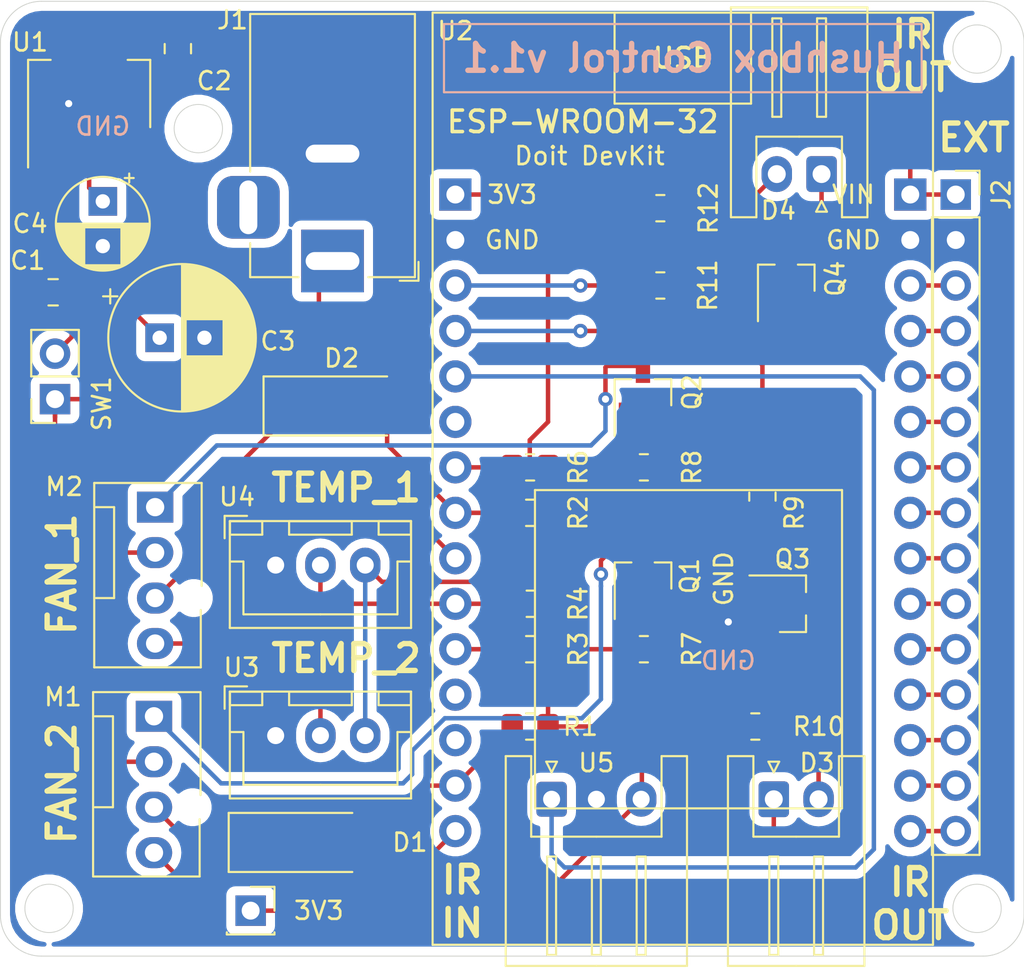
<source format=kicad_pcb>
(kicad_pcb (version 20171130) (host pcbnew 5.1.9-73d0e3b20d~88~ubuntu20.04.1)

  (general
    (thickness 1.6)
    (drawings 29)
    (tracks 190)
    (zones 0)
    (modules 34)
    (nets 44)
  )

  (page A4)
  (title_block
    (title "Hushbox Fan Control")
    (date 2020-11-16)
    (rev 1.1)
    (company pixelplastic.de)
    (comment 1 "Marcel Hoyer")
  )

  (layers
    (0 F.Cu signal)
    (31 B.Cu signal hide)
    (32 B.Adhes user hide)
    (33 F.Adhes user hide)
    (34 B.Paste user hide)
    (35 F.Paste user hide)
    (36 B.SilkS user)
    (37 F.SilkS user)
    (38 B.Mask user)
    (39 F.Mask user)
    (40 Dwgs.User user hide)
    (41 Cmts.User user hide)
    (42 Eco1.User user hide)
    (43 Eco2.User user hide)
    (44 Edge.Cuts user)
    (45 Margin user hide)
    (46 B.CrtYd user hide)
    (47 F.CrtYd user)
    (48 B.Fab user hide)
    (49 F.Fab user hide)
  )

  (setup
    (last_trace_width 0.25)
    (trace_clearance 0.2)
    (zone_clearance 0.508)
    (zone_45_only no)
    (trace_min 0.2)
    (via_size 0.8)
    (via_drill 0.4)
    (via_min_size 0.4)
    (via_min_drill 0.3)
    (uvia_size 0.3)
    (uvia_drill 0.1)
    (uvias_allowed no)
    (uvia_min_size 0.2)
    (uvia_min_drill 0.1)
    (edge_width 0.05)
    (segment_width 0.2)
    (pcb_text_width 0.3)
    (pcb_text_size 1.5 1.5)
    (mod_edge_width 0.12)
    (mod_text_size 1 1)
    (mod_text_width 0.15)
    (pad_size 1.7 1.7)
    (pad_drill 1)
    (pad_to_mask_clearance 0)
    (aux_axis_origin 0 0)
    (visible_elements FFFFFF7F)
    (pcbplotparams
      (layerselection 0x010f0_ffffffff)
      (usegerberextensions false)
      (usegerberattributes true)
      (usegerberadvancedattributes true)
      (creategerberjobfile true)
      (excludeedgelayer true)
      (linewidth 0.100000)
      (plotframeref false)
      (viasonmask false)
      (mode 1)
      (useauxorigin false)
      (hpglpennumber 1)
      (hpglpenspeed 20)
      (hpglpendiameter 15.000000)
      (psnegative false)
      (psa4output false)
      (plotreference true)
      (plotvalue false)
      (plotinvisibletext false)
      (padsonsilk true)
      (subtractmaskfromsilk false)
      (outputformat 1)
      (mirror false)
      (drillshape 0)
      (scaleselection 1)
      (outputdirectory "/home/mhoyer/projects/hushbox-fan-control/pcb/gerber"))
  )

  (net 0 "")
  (net 1 +12V)
  (net 2 GND)
  (net 3 +3V3)
  (net 4 "Net-(D1-Pad1)")
  (net 5 "Net-(D1-Pad2)")
  (net 6 "Net-(D2-Pad2)")
  (net 7 "Net-(D2-Pad1)")
  (net 8 "Net-(M1-Pad4)")
  (net 9 "Net-(M1-Pad1)")
  (net 10 "Net-(M2-Pad1)")
  (net 11 "Net-(M2-Pad4)")
  (net 12 "Net-(Q1-Pad1)")
  (net 13 "Net-(Q2-Pad1)")
  (net 14 "Net-(R3-Pad2)")
  (net 15 "Net-(R6-Pad2)")
  (net 16 "Net-(U2-Pad28)")
  (net 17 "Net-(U2-Pad20)")
  (net 18 "Net-(U2-Pad27)")
  (net 19 "Net-(C1-Pad1)")
  (net 20 "Net-(J2-Pad15)")
  (net 21 "Net-(J2-Pad14)")
  (net 22 "Net-(J2-Pad13)")
  (net 23 "Net-(J2-Pad12)")
  (net 24 "Net-(J2-Pad11)")
  (net 25 "Net-(J2-Pad10)")
  (net 26 "Net-(J2-Pad9)")
  (net 27 "Net-(J2-Pad8)")
  (net 28 "Net-(J2-Pad7)")
  (net 29 "Net-(J2-Pad6)")
  (net 30 "Net-(J2-Pad5)")
  (net 31 "Net-(J2-Pad4)")
  (net 32 "Net-(J2-Pad3)")
  (net 33 "Net-(D3-Pad2)")
  (net 34 "Net-(D3-Pad1)")
  (net 35 "Net-(Q3-Pad1)")
  (net 36 "Net-(R9-Pad1)")
  (net 37 +5V)
  (net 38 "Net-(D4-Pad2)")
  (net 39 "Net-(D4-Pad1)")
  (net 40 "Net-(Q4-Pad1)")
  (net 41 "Net-(R11-Pad1)")
  (net 42 "Net-(R4-Pad1)")
  (net 43 "Net-(U2-Pad21)")

  (net_class Default "This is the default net class."
    (clearance 0.2)
    (trace_width 0.25)
    (via_dia 0.8)
    (via_drill 0.4)
    (uvia_dia 0.3)
    (uvia_drill 0.1)
    (add_net +12V)
    (add_net +3V3)
    (add_net +5V)
    (add_net GND)
    (add_net "Net-(C1-Pad1)")
    (add_net "Net-(D1-Pad1)")
    (add_net "Net-(D1-Pad2)")
    (add_net "Net-(D2-Pad1)")
    (add_net "Net-(D2-Pad2)")
    (add_net "Net-(D3-Pad1)")
    (add_net "Net-(D3-Pad2)")
    (add_net "Net-(D4-Pad1)")
    (add_net "Net-(D4-Pad2)")
    (add_net "Net-(J2-Pad10)")
    (add_net "Net-(J2-Pad11)")
    (add_net "Net-(J2-Pad12)")
    (add_net "Net-(J2-Pad13)")
    (add_net "Net-(J2-Pad14)")
    (add_net "Net-(J2-Pad15)")
    (add_net "Net-(J2-Pad3)")
    (add_net "Net-(J2-Pad4)")
    (add_net "Net-(J2-Pad5)")
    (add_net "Net-(J2-Pad6)")
    (add_net "Net-(J2-Pad7)")
    (add_net "Net-(J2-Pad8)")
    (add_net "Net-(J2-Pad9)")
    (add_net "Net-(M1-Pad1)")
    (add_net "Net-(M1-Pad4)")
    (add_net "Net-(M2-Pad1)")
    (add_net "Net-(M2-Pad4)")
    (add_net "Net-(Q1-Pad1)")
    (add_net "Net-(Q2-Pad1)")
    (add_net "Net-(Q3-Pad1)")
    (add_net "Net-(Q4-Pad1)")
    (add_net "Net-(R11-Pad1)")
    (add_net "Net-(R3-Pad2)")
    (add_net "Net-(R4-Pad1)")
    (add_net "Net-(R6-Pad2)")
    (add_net "Net-(R9-Pad1)")
    (add_net "Net-(U2-Pad20)")
    (add_net "Net-(U2-Pad21)")
    (add_net "Net-(U2-Pad27)")
    (add_net "Net-(U2-Pad28)")
  )

  (module Package_TO_SOT_SMD:SOT-23_Handsoldering (layer F.Cu) (tedit 5A0AB76C) (tstamp 5FBAC320)
    (at 148.016 78.335 90)
    (descr "SOT-23, Handsoldering")
    (tags SOT-23)
    (path /5FF08827)
    (attr smd)
    (fp_text reference Q4 (at -0.024 2.733 90) (layer F.SilkS)
      (effects (font (size 1 1) (thickness 0.15)))
    )
    (fp_text value MMBT3904 (at 0 2.5 90) (layer F.Fab)
      (effects (font (size 1 1) (thickness 0.15)))
    )
    (fp_line (start 0.76 1.58) (end 0.76 0.65) (layer F.SilkS) (width 0.12))
    (fp_line (start 0.76 -1.58) (end 0.76 -0.65) (layer F.SilkS) (width 0.12))
    (fp_line (start -2.7 -1.75) (end 2.7 -1.75) (layer F.CrtYd) (width 0.05))
    (fp_line (start 2.7 -1.75) (end 2.7 1.75) (layer F.CrtYd) (width 0.05))
    (fp_line (start 2.7 1.75) (end -2.7 1.75) (layer F.CrtYd) (width 0.05))
    (fp_line (start -2.7 1.75) (end -2.7 -1.75) (layer F.CrtYd) (width 0.05))
    (fp_line (start 0.76 -1.58) (end -2.4 -1.58) (layer F.SilkS) (width 0.12))
    (fp_line (start -0.7 -0.95) (end -0.7 1.5) (layer F.Fab) (width 0.1))
    (fp_line (start -0.15 -1.52) (end 0.7 -1.52) (layer F.Fab) (width 0.1))
    (fp_line (start -0.7 -0.95) (end -0.15 -1.52) (layer F.Fab) (width 0.1))
    (fp_line (start 0.7 -1.52) (end 0.7 1.52) (layer F.Fab) (width 0.1))
    (fp_line (start -0.7 1.52) (end 0.7 1.52) (layer F.Fab) (width 0.1))
    (fp_line (start 0.76 1.58) (end -0.7 1.58) (layer F.SilkS) (width 0.12))
    (fp_text user %R (at 0 0) (layer F.Fab)
      (effects (font (size 0.5 0.5) (thickness 0.075)))
    )
    (pad 3 smd rect (at 1.5 0 90) (size 1.9 0.8) (layers F.Cu F.Paste F.Mask)
      (net 39 "Net-(D4-Pad1)"))
    (pad 2 smd rect (at -1.5 0.95 90) (size 1.9 0.8) (layers F.Cu F.Paste F.Mask)
      (net 2 GND))
    (pad 1 smd rect (at -1.5 -0.95 90) (size 1.9 0.8) (layers F.Cu F.Paste F.Mask)
      (net 40 "Net-(Q4-Pad1)"))
    (model ${KISYS3DMOD}/Package_TO_SOT_SMD.3dshapes/SOT-23.wrl
      (at (xyz 0 0 0))
      (scale (xyz 1 1 1))
      (rotate (xyz 0 0 0))
    )
  )

  (module Package_TO_SOT_SMD:SOT-23_Handsoldering (layer F.Cu) (tedit 5A0AB76C) (tstamp 5FB2E4F1)
    (at 148.36 96.52)
    (descr "SOT-23, Handsoldering")
    (tags SOT-23)
    (path /5FB86D20)
    (attr smd)
    (fp_text reference Q3 (at 0 -2.5) (layer F.SilkS)
      (effects (font (size 1 1) (thickness 0.15)))
    )
    (fp_text value MMBT3904 (at 0 2.5) (layer F.Fab)
      (effects (font (size 1 1) (thickness 0.15)))
    )
    (fp_line (start 0.76 1.58) (end 0.76 0.65) (layer F.SilkS) (width 0.12))
    (fp_line (start 0.76 -1.58) (end 0.76 -0.65) (layer F.SilkS) (width 0.12))
    (fp_line (start -2.7 -1.75) (end 2.7 -1.75) (layer F.CrtYd) (width 0.05))
    (fp_line (start 2.7 -1.75) (end 2.7 1.75) (layer F.CrtYd) (width 0.05))
    (fp_line (start 2.7 1.75) (end -2.7 1.75) (layer F.CrtYd) (width 0.05))
    (fp_line (start -2.7 1.75) (end -2.7 -1.75) (layer F.CrtYd) (width 0.05))
    (fp_line (start 0.76 -1.58) (end -2.4 -1.58) (layer F.SilkS) (width 0.12))
    (fp_line (start -0.7 -0.95) (end -0.7 1.5) (layer F.Fab) (width 0.1))
    (fp_line (start -0.15 -1.52) (end 0.7 -1.52) (layer F.Fab) (width 0.1))
    (fp_line (start -0.7 -0.95) (end -0.15 -1.52) (layer F.Fab) (width 0.1))
    (fp_line (start 0.7 -1.52) (end 0.7 1.52) (layer F.Fab) (width 0.1))
    (fp_line (start -0.7 1.52) (end 0.7 1.52) (layer F.Fab) (width 0.1))
    (fp_line (start 0.76 1.58) (end -0.7 1.58) (layer F.SilkS) (width 0.12))
    (fp_text user %R (at 0 0 90) (layer F.Fab)
      (effects (font (size 0.5 0.5) (thickness 0.075)))
    )
    (pad 3 smd rect (at 1.5 0) (size 1.9 0.8) (layers F.Cu F.Paste F.Mask)
      (net 34 "Net-(D3-Pad1)"))
    (pad 2 smd rect (at -1.5 0.95) (size 1.9 0.8) (layers F.Cu F.Paste F.Mask)
      (net 2 GND))
    (pad 1 smd rect (at -1.5 -0.95) (size 1.9 0.8) (layers F.Cu F.Paste F.Mask)
      (net 35 "Net-(Q3-Pad1)"))
    (model ${KISYS3DMOD}/Package_TO_SOT_SMD.3dshapes/SOT-23.wrl
      (at (xyz 0 0 0))
      (scale (xyz 1 1 1))
      (rotate (xyz 0 0 0))
    )
  )

  (module Package_TO_SOT_SMD:SOT-23_Handsoldering (layer F.Cu) (tedit 5A0AB76C) (tstamp 5FAB2C56)
    (at 140.015 84.733 90)
    (descr "SOT-23, Handsoldering")
    (tags SOT-23)
    (path /5FFE0A6C)
    (attr smd)
    (fp_text reference Q2 (at 0.024 2.733 90) (layer F.SilkS)
      (effects (font (size 1 1) (thickness 0.15)))
    )
    (fp_text value IRLML2502 (at 0 2.5 90) (layer F.Fab)
      (effects (font (size 1 1) (thickness 0.15)))
    )
    (fp_line (start 0.76 1.58) (end 0.76 0.65) (layer F.SilkS) (width 0.12))
    (fp_line (start 0.76 -1.58) (end 0.76 -0.65) (layer F.SilkS) (width 0.12))
    (fp_line (start -2.7 -1.75) (end 2.7 -1.75) (layer F.CrtYd) (width 0.05))
    (fp_line (start 2.7 -1.75) (end 2.7 1.75) (layer F.CrtYd) (width 0.05))
    (fp_line (start 2.7 1.75) (end -2.7 1.75) (layer F.CrtYd) (width 0.05))
    (fp_line (start -2.7 1.75) (end -2.7 -1.75) (layer F.CrtYd) (width 0.05))
    (fp_line (start 0.76 -1.58) (end -2.4 -1.58) (layer F.SilkS) (width 0.12))
    (fp_line (start -0.7 -0.95) (end -0.7 1.5) (layer F.Fab) (width 0.1))
    (fp_line (start -0.15 -1.52) (end 0.7 -1.52) (layer F.Fab) (width 0.1))
    (fp_line (start -0.7 -0.95) (end -0.15 -1.52) (layer F.Fab) (width 0.1))
    (fp_line (start 0.7 -1.52) (end 0.7 1.52) (layer F.Fab) (width 0.1))
    (fp_line (start -0.7 1.52) (end 0.7 1.52) (layer F.Fab) (width 0.1))
    (fp_line (start 0.76 1.58) (end -0.7 1.58) (layer F.SilkS) (width 0.12))
    (fp_text user %R (at 0 0) (layer F.Fab)
      (effects (font (size 0.5 0.5) (thickness 0.075)))
    )
    (pad 3 smd rect (at 1.5 0 90) (size 1.9 0.8) (layers F.Cu F.Paste F.Mask)
      (net 10 "Net-(M2-Pad1)"))
    (pad 2 smd rect (at -1.5 0.95 90) (size 1.9 0.8) (layers F.Cu F.Paste F.Mask)
      (net 2 GND))
    (pad 1 smd rect (at -1.5 -0.95 90) (size 1.9 0.8) (layers F.Cu F.Paste F.Mask)
      (net 13 "Net-(Q2-Pad1)"))
    (model ${KISYS3DMOD}/Package_TO_SOT_SMD.3dshapes/SOT-23.wrl
      (at (xyz 0 0 0))
      (scale (xyz 1 1 1))
      (rotate (xyz 0 0 0))
    )
  )

  (module Package_TO_SOT_SMD:SOT-23_Handsoldering (layer F.Cu) (tedit 5A0AB76C) (tstamp 5FAB2C3C)
    (at 140.02 94.972 90)
    (descr "SOT-23, Handsoldering")
    (tags SOT-23)
    (path /5FA13676)
    (attr smd)
    (fp_text reference Q1 (at 0 2.601 90) (layer F.SilkS)
      (effects (font (size 1 1) (thickness 0.15)))
    )
    (fp_text value IRLML2502 (at 0 2.5 90) (layer F.Fab)
      (effects (font (size 1 1) (thickness 0.15)))
    )
    (fp_line (start 0.76 1.58) (end 0.76 0.65) (layer F.SilkS) (width 0.12))
    (fp_line (start 0.76 -1.58) (end 0.76 -0.65) (layer F.SilkS) (width 0.12))
    (fp_line (start -2.7 -1.75) (end 2.7 -1.75) (layer F.CrtYd) (width 0.05))
    (fp_line (start 2.7 -1.75) (end 2.7 1.75) (layer F.CrtYd) (width 0.05))
    (fp_line (start 2.7 1.75) (end -2.7 1.75) (layer F.CrtYd) (width 0.05))
    (fp_line (start -2.7 1.75) (end -2.7 -1.75) (layer F.CrtYd) (width 0.05))
    (fp_line (start 0.76 -1.58) (end -2.4 -1.58) (layer F.SilkS) (width 0.12))
    (fp_line (start -0.7 -0.95) (end -0.7 1.5) (layer F.Fab) (width 0.1))
    (fp_line (start -0.15 -1.52) (end 0.7 -1.52) (layer F.Fab) (width 0.1))
    (fp_line (start -0.7 -0.95) (end -0.15 -1.52) (layer F.Fab) (width 0.1))
    (fp_line (start 0.7 -1.52) (end 0.7 1.52) (layer F.Fab) (width 0.1))
    (fp_line (start -0.7 1.52) (end 0.7 1.52) (layer F.Fab) (width 0.1))
    (fp_line (start 0.76 1.58) (end -0.7 1.58) (layer F.SilkS) (width 0.12))
    (fp_text user %R (at 0 0) (layer F.Fab)
      (effects (font (size 0.5 0.5) (thickness 0.075)))
    )
    (pad 3 smd rect (at 1.5 0 90) (size 1.9 0.8) (layers F.Cu F.Paste F.Mask)
      (net 9 "Net-(M1-Pad1)"))
    (pad 2 smd rect (at -1.5 0.95 90) (size 1.9 0.8) (layers F.Cu F.Paste F.Mask)
      (net 2 GND))
    (pad 1 smd rect (at -1.5 -0.95 90) (size 1.9 0.8) (layers F.Cu F.Paste F.Mask)
      (net 12 "Net-(Q1-Pad1)"))
    (model ${KISYS3DMOD}/Package_TO_SOT_SMD.3dshapes/SOT-23.wrl
      (at (xyz 0 0 0))
      (scale (xyz 1 1 1))
      (rotate (xyz 0 0 0))
    )
  )

  (module Package_TO_SOT_SMD:SOT-223-3_TabPin2 (layer F.Cu) (tedit 5A02FF57) (tstamp 5FBACA58)
    (at 109.093 68.047 90)
    (descr "module CMS SOT223 4 pins")
    (tags "CMS SOT")
    (path /5FBC0523)
    (attr smd)
    (fp_text reference U1 (at 2.896 -3.302 180) (layer F.SilkS)
      (effects (font (size 1 1) (thickness 0.15)))
    )
    (fp_text value AMS1117-5.0 (at 0 4.5 90) (layer F.Fab)
      (effects (font (size 1 1) (thickness 0.15)))
    )
    (fp_line (start 1.85 -3.35) (end 1.85 3.35) (layer F.Fab) (width 0.1))
    (fp_line (start -1.85 3.35) (end 1.85 3.35) (layer F.Fab) (width 0.1))
    (fp_line (start -4.1 -3.41) (end 1.91 -3.41) (layer F.SilkS) (width 0.12))
    (fp_line (start -0.85 -3.35) (end 1.85 -3.35) (layer F.Fab) (width 0.1))
    (fp_line (start -1.85 3.41) (end 1.91 3.41) (layer F.SilkS) (width 0.12))
    (fp_line (start -1.85 -2.35) (end -1.85 3.35) (layer F.Fab) (width 0.1))
    (fp_line (start -1.85 -2.35) (end -0.85 -3.35) (layer F.Fab) (width 0.1))
    (fp_line (start -4.4 -3.6) (end -4.4 3.6) (layer F.CrtYd) (width 0.05))
    (fp_line (start -4.4 3.6) (end 4.4 3.6) (layer F.CrtYd) (width 0.05))
    (fp_line (start 4.4 3.6) (end 4.4 -3.6) (layer F.CrtYd) (width 0.05))
    (fp_line (start 4.4 -3.6) (end -4.4 -3.6) (layer F.CrtYd) (width 0.05))
    (fp_line (start 1.91 -3.41) (end 1.91 -2.15) (layer F.SilkS) (width 0.12))
    (fp_line (start 1.91 3.41) (end 1.91 2.15) (layer F.SilkS) (width 0.12))
    (fp_text user %R (at 0 0) (layer F.Fab)
      (effects (font (size 0.8 0.8) (thickness 0.12)))
    )
    (pad 1 smd rect (at -3.15 -2.3 90) (size 2 1.5) (layers F.Cu F.Paste F.Mask)
      (net 2 GND))
    (pad 3 smd rect (at -3.15 2.3 90) (size 2 1.5) (layers F.Cu F.Paste F.Mask)
      (net 19 "Net-(C1-Pad1)"))
    (pad 2 smd rect (at -3.15 0 90) (size 2 1.5) (layers F.Cu F.Paste F.Mask)
      (net 37 +5V))
    (pad 2 smd rect (at 3.15 0 90) (size 2 3.8) (layers F.Cu F.Paste F.Mask)
      (net 37 +5V))
    (model ${KISYS3DMOD}/Package_TO_SOT_SMD.3dshapes/SOT-223.wrl
      (at (xyz 0 0 0))
      (scale (xyz 1 1 1))
      (rotate (xyz 0 0 0))
    )
  )

  (module Resistor_SMD:R_0805_2012Metric_Pad1.20x1.40mm_HandSolder (layer F.Cu) (tedit 5F68FEEE) (tstamp 5FBAC472)
    (at 140.986 74.422)
    (descr "Resistor SMD 0805 (2012 Metric), square (rectangular) end terminal, IPC_7351 nominal with elongated pad for handsoldering. (Body size source: IPC-SM-782 page 72, https://www.pcb-3d.com/wordpress/wp-content/uploads/ipc-sm-782a_amendment_1_and_2.pdf), generated with kicad-footprint-generator")
    (tags "resistor handsolder")
    (path /5FF08833)
    (attr smd)
    (fp_text reference R12 (at 2.683 0 90) (layer F.SilkS)
      (effects (font (size 1 1) (thickness 0.15)))
    )
    (fp_text value 20 (at 0 1.65) (layer F.Fab)
      (effects (font (size 1 1) (thickness 0.15)))
    )
    (fp_line (start 1.85 0.95) (end -1.85 0.95) (layer F.CrtYd) (width 0.05))
    (fp_line (start 1.85 -0.95) (end 1.85 0.95) (layer F.CrtYd) (width 0.05))
    (fp_line (start -1.85 -0.95) (end 1.85 -0.95) (layer F.CrtYd) (width 0.05))
    (fp_line (start -1.85 0.95) (end -1.85 -0.95) (layer F.CrtYd) (width 0.05))
    (fp_line (start -0.227064 0.735) (end 0.227064 0.735) (layer F.SilkS) (width 0.12))
    (fp_line (start -0.227064 -0.735) (end 0.227064 -0.735) (layer F.SilkS) (width 0.12))
    (fp_line (start 1 0.625) (end -1 0.625) (layer F.Fab) (width 0.1))
    (fp_line (start 1 -0.625) (end 1 0.625) (layer F.Fab) (width 0.1))
    (fp_line (start -1 -0.625) (end 1 -0.625) (layer F.Fab) (width 0.1))
    (fp_line (start -1 0.625) (end -1 -0.625) (layer F.Fab) (width 0.1))
    (fp_text user %R (at 0 0) (layer F.Fab)
      (effects (font (size 0.5 0.5) (thickness 0.08)))
    )
    (pad 2 smd roundrect (at 1 0) (size 1.2 1.4) (layers F.Cu F.Paste F.Mask) (roundrect_rratio 0.2083325)
      (net 38 "Net-(D4-Pad2)"))
    (pad 1 smd roundrect (at -1 0) (size 1.2 1.4) (layers F.Cu F.Paste F.Mask) (roundrect_rratio 0.2083325)
      (net 3 +3V3))
    (model ${KISYS3DMOD}/Resistor_SMD.3dshapes/R_0805_2012Metric.wrl
      (at (xyz 0 0 0))
      (scale (xyz 1 1 1))
      (rotate (xyz 0 0 0))
    )
  )

  (module Resistor_SMD:R_0805_2012Metric_Pad1.20x1.40mm_HandSolder (layer F.Cu) (tedit 5F68FEEE) (tstamp 5FBAC461)
    (at 140.986 78.74)
    (descr "Resistor SMD 0805 (2012 Metric), square (rectangular) end terminal, IPC_7351 nominal with elongated pad for handsoldering. (Body size source: IPC-SM-782 page 72, https://www.pcb-3d.com/wordpress/wp-content/uploads/ipc-sm-782a_amendment_1_and_2.pdf), generated with kicad-footprint-generator")
    (tags "resistor handsolder")
    (path /5FED5D8D)
    (attr smd)
    (fp_text reference R11 (at 2.651 0 90) (layer F.SilkS)
      (effects (font (size 1 1) (thickness 0.15)))
    )
    (fp_text value 330 (at 0 1.65) (layer F.Fab)
      (effects (font (size 1 1) (thickness 0.15)))
    )
    (fp_line (start 1.85 0.95) (end -1.85 0.95) (layer F.CrtYd) (width 0.05))
    (fp_line (start 1.85 -0.95) (end 1.85 0.95) (layer F.CrtYd) (width 0.05))
    (fp_line (start -1.85 -0.95) (end 1.85 -0.95) (layer F.CrtYd) (width 0.05))
    (fp_line (start -1.85 0.95) (end -1.85 -0.95) (layer F.CrtYd) (width 0.05))
    (fp_line (start -0.227064 0.735) (end 0.227064 0.735) (layer F.SilkS) (width 0.12))
    (fp_line (start -0.227064 -0.735) (end 0.227064 -0.735) (layer F.SilkS) (width 0.12))
    (fp_line (start 1 0.625) (end -1 0.625) (layer F.Fab) (width 0.1))
    (fp_line (start 1 -0.625) (end 1 0.625) (layer F.Fab) (width 0.1))
    (fp_line (start -1 -0.625) (end 1 -0.625) (layer F.Fab) (width 0.1))
    (fp_line (start -1 0.625) (end -1 -0.625) (layer F.Fab) (width 0.1))
    (fp_text user %R (at 0 0) (layer F.Fab)
      (effects (font (size 0.5 0.5) (thickness 0.08)))
    )
    (pad 2 smd roundrect (at 1 0) (size 1.2 1.4) (layers F.Cu F.Paste F.Mask) (roundrect_rratio 0.2083325)
      (net 40 "Net-(Q4-Pad1)"))
    (pad 1 smd roundrect (at -1 0) (size 1.2 1.4) (layers F.Cu F.Paste F.Mask) (roundrect_rratio 0.2083325)
      (net 41 "Net-(R11-Pad1)"))
    (model ${KISYS3DMOD}/Resistor_SMD.3dshapes/R_0805_2012Metric.wrl
      (at (xyz 0 0 0))
      (scale (xyz 1 1 1))
      (rotate (xyz 0 0 0))
    )
  )

  (module Connector_JST:JST_XH_S2B-XH-A_1x02_P2.50mm_Horizontal (layer F.Cu) (tedit 5C281475) (tstamp 5FBAC193)
    (at 149.987 72.517 180)
    (descr "JST XH series connector, S2B-XH-A (http://www.jst-mfg.com/product/pdf/eng/eXH.pdf), generated with kicad-footprint-generator")
    (tags "connector JST XH horizontal")
    (path /5FF0883F)
    (fp_text reference D4 (at 2.413 -2.032) (layer F.SilkS)
      (effects (font (size 1 1) (thickness 0.15)))
    )
    (fp_text value LD271 (at 1.25 10.4) (layer F.Fab)
      (effects (font (size 1 1) (thickness 0.15)))
    )
    (fp_line (start 0 1.2) (end 0.625 2.2) (layer F.Fab) (width 0.1))
    (fp_line (start -0.625 2.2) (end 0 1.2) (layer F.Fab) (width 0.1))
    (fp_line (start 0.3 -2.1) (end 0 -1.5) (layer F.SilkS) (width 0.12))
    (fp_line (start -0.3 -2.1) (end 0.3 -2.1) (layer F.SilkS) (width 0.12))
    (fp_line (start 0 -1.5) (end -0.3 -2.1) (layer F.SilkS) (width 0.12))
    (fp_line (start 2.75 3.2) (end 2.25 3.2) (layer F.SilkS) (width 0.12))
    (fp_line (start 2.75 8.7) (end 2.75 3.2) (layer F.SilkS) (width 0.12))
    (fp_line (start 2.25 8.7) (end 2.75 8.7) (layer F.SilkS) (width 0.12))
    (fp_line (start 2.25 3.2) (end 2.25 8.7) (layer F.SilkS) (width 0.12))
    (fp_line (start 0.25 3.2) (end -0.25 3.2) (layer F.SilkS) (width 0.12))
    (fp_line (start 0.25 8.7) (end 0.25 3.2) (layer F.SilkS) (width 0.12))
    (fp_line (start -0.25 8.7) (end 0.25 8.7) (layer F.SilkS) (width 0.12))
    (fp_line (start -0.25 3.2) (end -0.25 8.7) (layer F.SilkS) (width 0.12))
    (fp_line (start 3.75 2.2) (end 1.25 2.2) (layer F.Fab) (width 0.1))
    (fp_line (start 3.75 -2.3) (end 3.75 2.2) (layer F.Fab) (width 0.1))
    (fp_line (start 4.95 -2.3) (end 3.75 -2.3) (layer F.Fab) (width 0.1))
    (fp_line (start 4.95 9.2) (end 4.95 -2.3) (layer F.Fab) (width 0.1))
    (fp_line (start 1.25 9.2) (end 4.95 9.2) (layer F.Fab) (width 0.1))
    (fp_line (start -1.25 2.2) (end 1.25 2.2) (layer F.Fab) (width 0.1))
    (fp_line (start -1.25 -2.3) (end -1.25 2.2) (layer F.Fab) (width 0.1))
    (fp_line (start -2.45 -2.3) (end -1.25 -2.3) (layer F.Fab) (width 0.1))
    (fp_line (start -2.45 9.2) (end -2.45 -2.3) (layer F.Fab) (width 0.1))
    (fp_line (start 1.25 9.2) (end -2.45 9.2) (layer F.Fab) (width 0.1))
    (fp_line (start 3.64 2.09) (end 1.25 2.09) (layer F.SilkS) (width 0.12))
    (fp_line (start 3.64 -2.41) (end 3.64 2.09) (layer F.SilkS) (width 0.12))
    (fp_line (start 5.06 -2.41) (end 3.64 -2.41) (layer F.SilkS) (width 0.12))
    (fp_line (start 5.06 9.31) (end 5.06 -2.41) (layer F.SilkS) (width 0.12))
    (fp_line (start 1.25 9.31) (end 5.06 9.31) (layer F.SilkS) (width 0.12))
    (fp_line (start -1.14 2.09) (end 1.25 2.09) (layer F.SilkS) (width 0.12))
    (fp_line (start -1.14 -2.41) (end -1.14 2.09) (layer F.SilkS) (width 0.12))
    (fp_line (start -2.56 -2.41) (end -1.14 -2.41) (layer F.SilkS) (width 0.12))
    (fp_line (start -2.56 9.31) (end -2.56 -2.41) (layer F.SilkS) (width 0.12))
    (fp_line (start 1.25 9.31) (end -2.56 9.31) (layer F.SilkS) (width 0.12))
    (fp_line (start 5.45 -2.8) (end -2.95 -2.8) (layer F.CrtYd) (width 0.05))
    (fp_line (start 5.45 9.7) (end 5.45 -2.8) (layer F.CrtYd) (width 0.05))
    (fp_line (start -2.95 9.7) (end 5.45 9.7) (layer F.CrtYd) (width 0.05))
    (fp_line (start -2.95 -2.8) (end -2.95 9.7) (layer F.CrtYd) (width 0.05))
    (fp_text user %R (at 1.25 3.45) (layer F.Fab)
      (effects (font (size 1 1) (thickness 0.15)))
    )
    (pad 2 thru_hole oval (at 2.5 0 180) (size 1.7 2) (drill 1) (layers *.Cu *.Mask)
      (net 38 "Net-(D4-Pad2)"))
    (pad 1 thru_hole roundrect (at 0 0 180) (size 1.7 2) (drill 1) (layers *.Cu *.Mask) (roundrect_rratio 0.1470588235294118)
      (net 39 "Net-(D4-Pad1)"))
    (model ${KISYS3DMOD}/Connector_JST.3dshapes/JST_XH_S2B-XH-A_1x02_P2.50mm_Horizontal.wrl
      (at (xyz 0 0 0))
      (scale (xyz 1 1 1))
      (rotate (xyz 0 0 0))
    )
  )

  (module Connector_PinSocket_2.54mm:PinSocket_1x01_P2.54mm_Vertical (layer F.Cu) (tedit 5FB693BD) (tstamp 5FB6EA3C)
    (at 118.11 113.665)
    (descr "Through hole straight socket strip, 1x01, 2.54mm pitch, single row (from Kicad 4.0.7), script generated")
    (tags "Through hole socket strip THT 1x01 2.54mm single row")
    (fp_text reference 3V3 (at 3.81 0) (layer F.SilkS)
      (effects (font (size 1 1) (thickness 0.15)))
    )
    (fp_text value PinSocket_1x01_P2.54mm_Vertical (at 0 2.77) (layer F.Fab)
      (effects (font (size 1 1) (thickness 0.15)))
    )
    (fp_line (start -1.8 1.75) (end -1.8 -1.8) (layer F.CrtYd) (width 0.05))
    (fp_line (start 1.75 1.75) (end -1.8 1.75) (layer F.CrtYd) (width 0.05))
    (fp_line (start 1.75 -1.8) (end 1.75 1.75) (layer F.CrtYd) (width 0.05))
    (fp_line (start -1.8 -1.8) (end 1.75 -1.8) (layer F.CrtYd) (width 0.05))
    (fp_line (start 0 -1.33) (end 1.33 -1.33) (layer F.SilkS) (width 0.12))
    (fp_line (start 1.33 -1.33) (end 1.33 0) (layer F.SilkS) (width 0.12))
    (fp_line (start 1.33 1.21) (end 1.33 1.33) (layer F.SilkS) (width 0.12))
    (fp_line (start -1.33 1.21) (end -1.33 1.33) (layer F.SilkS) (width 0.12))
    (fp_line (start -1.33 1.33) (end 1.33 1.33) (layer F.SilkS) (width 0.12))
    (fp_line (start -1.27 1.27) (end -1.27 -1.27) (layer F.Fab) (width 0.1))
    (fp_line (start 1.27 1.27) (end -1.27 1.27) (layer F.Fab) (width 0.1))
    (fp_line (start 1.27 -0.635) (end 1.27 1.27) (layer F.Fab) (width 0.1))
    (fp_line (start 0.635 -1.27) (end 1.27 -0.635) (layer F.Fab) (width 0.1))
    (fp_line (start -1.27 -1.27) (end 0.635 -1.27) (layer F.Fab) (width 0.1))
    (fp_text user %R (at 0 0) (layer F.Fab)
      (effects (font (size 1 1) (thickness 0.15)))
    )
    (pad 1 thru_hole rect (at 0 0) (size 1.7 1.7) (drill 1) (layers *.Cu *.Mask)
      (net 3 +3V3))
    (model ${KISYS3DMOD}/Connector_PinSocket_2.54mm.3dshapes/PinSocket_1x01_P2.54mm_Vertical.wrl
      (at (xyz 0 0 0))
      (scale (xyz 1 1 1))
      (rotate (xyz 0 0 0))
    )
  )

  (module Connector:FanPinHeader_1x04_P2.54mm_Vertical (layer F.Cu) (tedit 5A19DE55) (tstamp 5FB6CB7B)
    (at 112.776 91.1225 270)
    (descr "4-pin CPU fan Through hole pin header, e.g. for Wieson part number 2366C888-007 Molex 47053-1000, Foxconn HF27040-M1, Tyco 1470947-1 or equivalent, see http://www.formfactors.org/developer%5Cspecs%5Crev1_2_public.pdf")
    (tags "pin header 4-pin CPU fan")
    (path /601DC0E5)
    (fp_text reference M2 (at -1.143 5.08 180) (layer F.SilkS)
      (effects (font (size 1 1) (thickness 0.15)))
    )
    (fp_text value Fan_Tacho_PWM (at 4.05 4.35 90) (layer F.Fab)
      (effects (font (size 1 1) (thickness 0.15)))
    )
    (fp_line (start 9.35 -3.2) (end 9.35 3.8) (layer F.CrtYd) (width 0.05))
    (fp_line (start 9.35 -3.2) (end -1.75 -3.2) (layer F.CrtYd) (width 0.05))
    (fp_line (start -1.75 3.8) (end 9.35 3.8) (layer F.CrtYd) (width 0.05))
    (fp_line (start -1.75 3.8) (end -1.75 -3.2) (layer F.CrtYd) (width 0.05))
    (fp_line (start 5.08 2.29) (end 5.08 3.3) (layer F.SilkS) (width 0.12))
    (fp_line (start 0 2.29) (end 5.08 2.29) (layer F.SilkS) (width 0.12))
    (fp_line (start 0 3.3) (end 0 2.29) (layer F.SilkS) (width 0.12))
    (fp_line (start -1.25 -2.5) (end 4.4 -2.5) (layer F.Fab) (width 0.1))
    (fp_line (start -1.25 3.3) (end -1.25 -2.5) (layer F.Fab) (width 0.1))
    (fp_line (start -1.2 3.3) (end -1.25 3.3) (layer F.Fab) (width 0.1))
    (fp_line (start 8.85 3.3) (end -1.2 3.3) (layer F.Fab) (width 0.1))
    (fp_line (start 8.85 -2.5) (end 8.85 3.3) (layer F.Fab) (width 0.1))
    (fp_line (start 5.75 -2.5) (end 8.85 -2.5) (layer F.Fab) (width 0.1))
    (fp_line (start 0 2.3) (end 0 3.3) (layer F.Fab) (width 0.1))
    (fp_line (start 5.1 2.3) (end 0 2.3) (layer F.Fab) (width 0.1))
    (fp_line (start 5.1 3.3) (end 5.1 2.3) (layer F.Fab) (width 0.1))
    (fp_line (start -1.35 3.4) (end -1.35 -2.6) (layer F.SilkS) (width 0.12))
    (fp_line (start 8.95 3.4) (end -1.35 3.4) (layer F.SilkS) (width 0.12))
    (fp_line (start 8.95 -2.55) (end 8.95 3.4) (layer F.SilkS) (width 0.12))
    (fp_line (start 5.75 -2.55) (end 8.95 -2.55) (layer F.SilkS) (width 0.12))
    (fp_line (start -1.35 -2.6) (end 4.4 -2.6) (layer F.SilkS) (width 0.12))
    (fp_text user %R (at 1.85 -1.75 90) (layer F.Fab)
      (effects (font (size 1 1) (thickness 0.15)))
    )
    (pad 1 thru_hole rect (at 0 0) (size 2.03 1.73) (drill 1.02) (layers *.Cu *.Mask)
      (net 10 "Net-(M2-Pad1)"))
    (pad 2 thru_hole oval (at 2.54 0) (size 2.03 1.73) (drill 1.02) (layers *.Cu *.Mask)
      (net 1 +12V))
    (pad 3 thru_hole oval (at 5.08 0) (size 2.03 1.73) (drill 1.02) (layers *.Cu *.Mask)
      (net 7 "Net-(D2-Pad1)"))
    (pad 4 thru_hole oval (at 7.62 0) (size 2.03 1.73) (drill 1.02) (layers *.Cu *.Mask)
      (net 11 "Net-(M2-Pad4)"))
    (pad "" np_thru_hole circle (at 5.08 -2.16) (size 1.1 1.1) (drill 1.1) (layers *.Cu *.Mask))
    (model ${KISYS3DMOD}/Connector.3dshapes/FanPinHeader_1x04_P2.54mm_Vertical.wrl
      (at (xyz 0 0 0))
      (scale (xyz 1 1 1))
      (rotate (xyz 0 0 0))
    )
  )

  (module Connector_PinSocket_2.54mm:PinSocket_1x02_P2.54mm_Vertical (layer F.Cu) (tedit 5A19A420) (tstamp 5FB6D297)
    (at 107.188 85.09 180)
    (descr "Through hole straight socket strip, 1x02, 2.54mm pitch, single row (from Kicad 4.0.7), script generated")
    (tags "Through hole socket strip THT 1x02 2.54mm single row")
    (path /606A740F)
    (fp_text reference SW1 (at -2.6035 -0.254 90) (layer F.SilkS)
      (effects (font (size 1 1) (thickness 0.15)))
    )
    (fp_text value SW_SPST (at 0 5.31) (layer F.Fab)
      (effects (font (size 1 1) (thickness 0.15)))
    )
    (fp_line (start -1.8 4.3) (end -1.8 -1.8) (layer F.CrtYd) (width 0.05))
    (fp_line (start 1.75 4.3) (end -1.8 4.3) (layer F.CrtYd) (width 0.05))
    (fp_line (start 1.75 -1.8) (end 1.75 4.3) (layer F.CrtYd) (width 0.05))
    (fp_line (start -1.8 -1.8) (end 1.75 -1.8) (layer F.CrtYd) (width 0.05))
    (fp_line (start 0 -1.33) (end 1.33 -1.33) (layer F.SilkS) (width 0.12))
    (fp_line (start 1.33 -1.33) (end 1.33 0) (layer F.SilkS) (width 0.12))
    (fp_line (start 1.33 1.27) (end 1.33 3.87) (layer F.SilkS) (width 0.12))
    (fp_line (start -1.33 3.87) (end 1.33 3.87) (layer F.SilkS) (width 0.12))
    (fp_line (start -1.33 1.27) (end -1.33 3.87) (layer F.SilkS) (width 0.12))
    (fp_line (start -1.33 1.27) (end 1.33 1.27) (layer F.SilkS) (width 0.12))
    (fp_line (start -1.27 3.81) (end -1.27 -1.27) (layer F.Fab) (width 0.1))
    (fp_line (start 1.27 3.81) (end -1.27 3.81) (layer F.Fab) (width 0.1))
    (fp_line (start 1.27 -0.635) (end 1.27 3.81) (layer F.Fab) (width 0.1))
    (fp_line (start 0.635 -1.27) (end 1.27 -0.635) (layer F.Fab) (width 0.1))
    (fp_line (start -1.27 -1.27) (end 0.635 -1.27) (layer F.Fab) (width 0.1))
    (fp_text user %R (at 0 1.27 90) (layer F.Fab)
      (effects (font (size 1 1) (thickness 0.15)))
    )
    (pad 2 thru_hole oval (at 0 2.54 180) (size 1.7 1.7) (drill 1) (layers *.Cu *.Mask)
      (net 19 "Net-(C1-Pad1)"))
    (pad 1 thru_hole rect (at 0 0 180) (size 1.7 1.7) (drill 1) (layers *.Cu *.Mask)
      (net 1 +12V))
    (model ${KISYS3DMOD}/Connector_PinSocket_2.54mm.3dshapes/PinSocket_1x02_P2.54mm_Vertical.wrl
      (at (xyz 0 0 0))
      (scale (xyz 1 1 1))
      (rotate (xyz 0 0 0))
    )
  )

  (module Connector_JST:JST_XH_S3B-XH-A_1x03_P2.50mm_Horizontal (layer F.Cu) (tedit 5C281475) (tstamp 5FB2E770)
    (at 134.914 107.442)
    (descr "JST XH series connector, S3B-XH-A (http://www.jst-mfg.com/product/pdf/eng/eXH.pdf), generated with kicad-footprint-generator")
    (tags "connector JST XH horizontal")
    (path /5FB1E964)
    (fp_text reference U5 (at 2.5 -2.032) (layer F.SilkS)
      (effects (font (size 1 1) (thickness 0.15)))
    )
    (fp_text value TSDP341xx (at 2.5 10.4) (layer F.Fab)
      (effects (font (size 1 1) (thickness 0.15)))
    )
    (fp_line (start 0 1.2) (end 0.625 2.2) (layer F.Fab) (width 0.1))
    (fp_line (start -0.625 2.2) (end 0 1.2) (layer F.Fab) (width 0.1))
    (fp_line (start 0.3 -2.1) (end 0 -1.5) (layer F.SilkS) (width 0.12))
    (fp_line (start -0.3 -2.1) (end 0.3 -2.1) (layer F.SilkS) (width 0.12))
    (fp_line (start 0 -1.5) (end -0.3 -2.1) (layer F.SilkS) (width 0.12))
    (fp_line (start 5.25 3.2) (end 4.75 3.2) (layer F.SilkS) (width 0.12))
    (fp_line (start 5.25 8.7) (end 5.25 3.2) (layer F.SilkS) (width 0.12))
    (fp_line (start 4.75 8.7) (end 5.25 8.7) (layer F.SilkS) (width 0.12))
    (fp_line (start 4.75 3.2) (end 4.75 8.7) (layer F.SilkS) (width 0.12))
    (fp_line (start 2.75 3.2) (end 2.25 3.2) (layer F.SilkS) (width 0.12))
    (fp_line (start 2.75 8.7) (end 2.75 3.2) (layer F.SilkS) (width 0.12))
    (fp_line (start 2.25 8.7) (end 2.75 8.7) (layer F.SilkS) (width 0.12))
    (fp_line (start 2.25 3.2) (end 2.25 8.7) (layer F.SilkS) (width 0.12))
    (fp_line (start 0.25 3.2) (end -0.25 3.2) (layer F.SilkS) (width 0.12))
    (fp_line (start 0.25 8.7) (end 0.25 3.2) (layer F.SilkS) (width 0.12))
    (fp_line (start -0.25 8.7) (end 0.25 8.7) (layer F.SilkS) (width 0.12))
    (fp_line (start -0.25 3.2) (end -0.25 8.7) (layer F.SilkS) (width 0.12))
    (fp_line (start 6.25 2.2) (end 2.5 2.2) (layer F.Fab) (width 0.1))
    (fp_line (start 6.25 -2.3) (end 6.25 2.2) (layer F.Fab) (width 0.1))
    (fp_line (start 7.45 -2.3) (end 6.25 -2.3) (layer F.Fab) (width 0.1))
    (fp_line (start 7.45 9.2) (end 7.45 -2.3) (layer F.Fab) (width 0.1))
    (fp_line (start 2.5 9.2) (end 7.45 9.2) (layer F.Fab) (width 0.1))
    (fp_line (start -1.25 2.2) (end 2.5 2.2) (layer F.Fab) (width 0.1))
    (fp_line (start -1.25 -2.3) (end -1.25 2.2) (layer F.Fab) (width 0.1))
    (fp_line (start -2.45 -2.3) (end -1.25 -2.3) (layer F.Fab) (width 0.1))
    (fp_line (start -2.45 9.2) (end -2.45 -2.3) (layer F.Fab) (width 0.1))
    (fp_line (start 2.5 9.2) (end -2.45 9.2) (layer F.Fab) (width 0.1))
    (fp_line (start 6.14 2.09) (end 2.5 2.09) (layer F.SilkS) (width 0.12))
    (fp_line (start 6.14 -2.41) (end 6.14 2.09) (layer F.SilkS) (width 0.12))
    (fp_line (start 7.56 -2.41) (end 6.14 -2.41) (layer F.SilkS) (width 0.12))
    (fp_line (start 7.56 9.31) (end 7.56 -2.41) (layer F.SilkS) (width 0.12))
    (fp_line (start 2.5 9.31) (end 7.56 9.31) (layer F.SilkS) (width 0.12))
    (fp_line (start -1.14 2.09) (end 2.5 2.09) (layer F.SilkS) (width 0.12))
    (fp_line (start -1.14 -2.41) (end -1.14 2.09) (layer F.SilkS) (width 0.12))
    (fp_line (start -2.56 -2.41) (end -1.14 -2.41) (layer F.SilkS) (width 0.12))
    (fp_line (start -2.56 9.31) (end -2.56 -2.41) (layer F.SilkS) (width 0.12))
    (fp_line (start 2.5 9.31) (end -2.56 9.31) (layer F.SilkS) (width 0.12))
    (fp_line (start 7.95 -2.8) (end -2.95 -2.8) (layer F.CrtYd) (width 0.05))
    (fp_line (start 7.95 9.7) (end 7.95 -2.8) (layer F.CrtYd) (width 0.05))
    (fp_line (start -2.95 9.7) (end 7.95 9.7) (layer F.CrtYd) (width 0.05))
    (fp_line (start -2.95 -2.8) (end -2.95 9.7) (layer F.CrtYd) (width 0.05))
    (fp_text user %R (at 2.5 3.45) (layer F.Fab)
      (effects (font (size 1 1) (thickness 0.15)))
    )
    (pad 3 thru_hole oval (at 5 0) (size 1.7 1.95) (drill 0.95) (layers *.Cu *.Mask)
      (net 3 +3V3))
    (pad 2 thru_hole oval (at 2.5 0) (size 1.7 1.95) (drill 0.95) (layers *.Cu *.Mask)
      (net 2 GND))
    (pad 1 thru_hole roundrect (at 0 0) (size 1.7 1.95) (drill 0.95) (layers *.Cu *.Mask) (roundrect_rratio 0.1470588235294118)
      (net 17 "Net-(U2-Pad20)"))
    (model ${KISYS3DMOD}/Connector_JST.3dshapes/JST_XH_S3B-XH-A_1x03_P2.50mm_Horizontal.wrl
      (at (xyz 0 0 0))
      (scale (xyz 1 1 1))
      (rotate (xyz 0 0 0))
    )
  )

  (module Connector_JST:JST_XH_B3B-XH-A_1x03_P2.50mm_Vertical (layer F.Cu) (tedit 5C28146C) (tstamp 5FCF3EE0)
    (at 119.507 94.361)
    (descr "JST XH series connector, B3B-XH-A (http://www.jst-mfg.com/product/pdf/eng/eXH.pdf), generated with kicad-footprint-generator")
    (tags "connector JST XH vertical")
    (path /601BC310)
    (fp_text reference U4 (at -2.159 -3.81) (layer F.SilkS)
      (effects (font (size 1 1) (thickness 0.15)))
    )
    (fp_text value DS18B20 (at 2.5 4.6) (layer F.Fab)
      (effects (font (size 1 1) (thickness 0.15)))
    )
    (fp_line (start -2.85 -2.75) (end -2.85 -1.5) (layer F.SilkS) (width 0.12))
    (fp_line (start -1.6 -2.75) (end -2.85 -2.75) (layer F.SilkS) (width 0.12))
    (fp_line (start 6.8 2.75) (end 2.5 2.75) (layer F.SilkS) (width 0.12))
    (fp_line (start 6.8 -0.2) (end 6.8 2.75) (layer F.SilkS) (width 0.12))
    (fp_line (start 7.55 -0.2) (end 6.8 -0.2) (layer F.SilkS) (width 0.12))
    (fp_line (start -1.8 2.75) (end 2.5 2.75) (layer F.SilkS) (width 0.12))
    (fp_line (start -1.8 -0.2) (end -1.8 2.75) (layer F.SilkS) (width 0.12))
    (fp_line (start -2.55 -0.2) (end -1.8 -0.2) (layer F.SilkS) (width 0.12))
    (fp_line (start 7.55 -2.45) (end 5.75 -2.45) (layer F.SilkS) (width 0.12))
    (fp_line (start 7.55 -1.7) (end 7.55 -2.45) (layer F.SilkS) (width 0.12))
    (fp_line (start 5.75 -1.7) (end 7.55 -1.7) (layer F.SilkS) (width 0.12))
    (fp_line (start 5.75 -2.45) (end 5.75 -1.7) (layer F.SilkS) (width 0.12))
    (fp_line (start -0.75 -2.45) (end -2.55 -2.45) (layer F.SilkS) (width 0.12))
    (fp_line (start -0.75 -1.7) (end -0.75 -2.45) (layer F.SilkS) (width 0.12))
    (fp_line (start -2.55 -1.7) (end -0.75 -1.7) (layer F.SilkS) (width 0.12))
    (fp_line (start -2.55 -2.45) (end -2.55 -1.7) (layer F.SilkS) (width 0.12))
    (fp_line (start 4.25 -2.45) (end 0.75 -2.45) (layer F.SilkS) (width 0.12))
    (fp_line (start 4.25 -1.7) (end 4.25 -2.45) (layer F.SilkS) (width 0.12))
    (fp_line (start 0.75 -1.7) (end 4.25 -1.7) (layer F.SilkS) (width 0.12))
    (fp_line (start 0.75 -2.45) (end 0.75 -1.7) (layer F.SilkS) (width 0.12))
    (fp_line (start 0 -1.35) (end 0.625 -2.35) (layer F.Fab) (width 0.1))
    (fp_line (start -0.625 -2.35) (end 0 -1.35) (layer F.Fab) (width 0.1))
    (fp_line (start 7.95 -2.85) (end -2.95 -2.85) (layer F.CrtYd) (width 0.05))
    (fp_line (start 7.95 3.9) (end 7.95 -2.85) (layer F.CrtYd) (width 0.05))
    (fp_line (start -2.95 3.9) (end 7.95 3.9) (layer F.CrtYd) (width 0.05))
    (fp_line (start -2.95 -2.85) (end -2.95 3.9) (layer F.CrtYd) (width 0.05))
    (fp_line (start 7.56 -2.46) (end -2.56 -2.46) (layer F.SilkS) (width 0.12))
    (fp_line (start 7.56 3.51) (end 7.56 -2.46) (layer F.SilkS) (width 0.12))
    (fp_line (start -2.56 3.51) (end 7.56 3.51) (layer F.SilkS) (width 0.12))
    (fp_line (start -2.56 -2.46) (end -2.56 3.51) (layer F.SilkS) (width 0.12))
    (fp_line (start 7.45 -2.35) (end -2.45 -2.35) (layer F.Fab) (width 0.1))
    (fp_line (start 7.45 3.4) (end 7.45 -2.35) (layer F.Fab) (width 0.1))
    (fp_line (start -2.45 3.4) (end 7.45 3.4) (layer F.Fab) (width 0.1))
    (fp_line (start -2.45 -2.35) (end -2.45 3.4) (layer F.Fab) (width 0.1))
    (fp_text user %R (at 2.5 2.7) (layer F.Fab)
      (effects (font (size 1 1) (thickness 0.15)))
    )
    (pad 3 thru_hole oval (at 5 0) (size 1.7 1.95) (drill 0.95) (layers *.Cu *.Mask)
      (net 3 +3V3))
    (pad 2 thru_hole oval (at 2.5 0) (size 1.7 1.95) (drill 0.95) (layers *.Cu *.Mask)
      (net 42 "Net-(R4-Pad1)"))
    (pad 1 thru_hole roundrect (at 0 0) (size 1.7 1.95) (drill 0.95) (layers *.Cu *.Mask) (roundrect_rratio 0.1470588235294118)
      (net 2 GND))
    (model ${KISYS3DMOD}/Connector_JST.3dshapes/JST_XH_B3B-XH-A_1x03_P2.50mm_Vertical.wrl
      (at (xyz 0 0 0))
      (scale (xyz 1 1 1))
      (rotate (xyz 0 0 0))
    )
  )

  (module Connector_JST:JST_XH_B3B-XH-A_1x03_P2.50mm_Vertical (layer F.Cu) (tedit 5C28146C) (tstamp 5FCF3FAE)
    (at 119.507 103.886)
    (descr "JST XH series connector, B3B-XH-A (http://www.jst-mfg.com/product/pdf/eng/eXH.pdf), generated with kicad-footprint-generator")
    (tags "connector JST XH vertical")
    (path /5FE0841F)
    (fp_text reference U3 (at -1.905 -3.81) (layer F.SilkS)
      (effects (font (size 1 1) (thickness 0.15)))
    )
    (fp_text value DS18B20 (at 2.5 4.6) (layer F.Fab)
      (effects (font (size 1 1) (thickness 0.15)))
    )
    (fp_line (start -2.85 -2.75) (end -2.85 -1.5) (layer F.SilkS) (width 0.12))
    (fp_line (start -1.6 -2.75) (end -2.85 -2.75) (layer F.SilkS) (width 0.12))
    (fp_line (start 6.8 2.75) (end 2.5 2.75) (layer F.SilkS) (width 0.12))
    (fp_line (start 6.8 -0.2) (end 6.8 2.75) (layer F.SilkS) (width 0.12))
    (fp_line (start 7.55 -0.2) (end 6.8 -0.2) (layer F.SilkS) (width 0.12))
    (fp_line (start -1.8 2.75) (end 2.5 2.75) (layer F.SilkS) (width 0.12))
    (fp_line (start -1.8 -0.2) (end -1.8 2.75) (layer F.SilkS) (width 0.12))
    (fp_line (start -2.55 -0.2) (end -1.8 -0.2) (layer F.SilkS) (width 0.12))
    (fp_line (start 7.55 -2.45) (end 5.75 -2.45) (layer F.SilkS) (width 0.12))
    (fp_line (start 7.55 -1.7) (end 7.55 -2.45) (layer F.SilkS) (width 0.12))
    (fp_line (start 5.75 -1.7) (end 7.55 -1.7) (layer F.SilkS) (width 0.12))
    (fp_line (start 5.75 -2.45) (end 5.75 -1.7) (layer F.SilkS) (width 0.12))
    (fp_line (start -0.75 -2.45) (end -2.55 -2.45) (layer F.SilkS) (width 0.12))
    (fp_line (start -0.75 -1.7) (end -0.75 -2.45) (layer F.SilkS) (width 0.12))
    (fp_line (start -2.55 -1.7) (end -0.75 -1.7) (layer F.SilkS) (width 0.12))
    (fp_line (start -2.55 -2.45) (end -2.55 -1.7) (layer F.SilkS) (width 0.12))
    (fp_line (start 4.25 -2.45) (end 0.75 -2.45) (layer F.SilkS) (width 0.12))
    (fp_line (start 4.25 -1.7) (end 4.25 -2.45) (layer F.SilkS) (width 0.12))
    (fp_line (start 0.75 -1.7) (end 4.25 -1.7) (layer F.SilkS) (width 0.12))
    (fp_line (start 0.75 -2.45) (end 0.75 -1.7) (layer F.SilkS) (width 0.12))
    (fp_line (start 0 -1.35) (end 0.625 -2.35) (layer F.Fab) (width 0.1))
    (fp_line (start -0.625 -2.35) (end 0 -1.35) (layer F.Fab) (width 0.1))
    (fp_line (start 7.95 -2.85) (end -2.95 -2.85) (layer F.CrtYd) (width 0.05))
    (fp_line (start 7.95 3.9) (end 7.95 -2.85) (layer F.CrtYd) (width 0.05))
    (fp_line (start -2.95 3.9) (end 7.95 3.9) (layer F.CrtYd) (width 0.05))
    (fp_line (start -2.95 -2.85) (end -2.95 3.9) (layer F.CrtYd) (width 0.05))
    (fp_line (start 7.56 -2.46) (end -2.56 -2.46) (layer F.SilkS) (width 0.12))
    (fp_line (start 7.56 3.51) (end 7.56 -2.46) (layer F.SilkS) (width 0.12))
    (fp_line (start -2.56 3.51) (end 7.56 3.51) (layer F.SilkS) (width 0.12))
    (fp_line (start -2.56 -2.46) (end -2.56 3.51) (layer F.SilkS) (width 0.12))
    (fp_line (start 7.45 -2.35) (end -2.45 -2.35) (layer F.Fab) (width 0.1))
    (fp_line (start 7.45 3.4) (end 7.45 -2.35) (layer F.Fab) (width 0.1))
    (fp_line (start -2.45 3.4) (end 7.45 3.4) (layer F.Fab) (width 0.1))
    (fp_line (start -2.45 -2.35) (end -2.45 3.4) (layer F.Fab) (width 0.1))
    (fp_text user %R (at 2.5 2.7) (layer F.Fab)
      (effects (font (size 1 1) (thickness 0.15)))
    )
    (pad 3 thru_hole oval (at 5 0) (size 1.7 1.95) (drill 0.95) (layers *.Cu *.Mask)
      (net 3 +3V3))
    (pad 2 thru_hole oval (at 2.5 0) (size 1.7 1.95) (drill 0.95) (layers *.Cu *.Mask)
      (net 42 "Net-(R4-Pad1)"))
    (pad 1 thru_hole roundrect (at 0 0) (size 1.7 1.95) (drill 0.95) (layers *.Cu *.Mask) (roundrect_rratio 0.1470588235294118)
      (net 2 GND))
    (model ${KISYS3DMOD}/Connector_JST.3dshapes/JST_XH_B3B-XH-A_1x03_P2.50mm_Vertical.wrl
      (at (xyz 0 0 0))
      (scale (xyz 1 1 1))
      (rotate (xyz 0 0 0))
    )
  )

  (module Connector_JST:JST_XH_S2B-XH-A_1x02_P2.50mm_Horizontal (layer F.Cu) (tedit 5C281475) (tstamp 5FB2E398)
    (at 147.32 107.442)
    (descr "JST XH series connector, S2B-XH-A (http://www.jst-mfg.com/product/pdf/eng/eXH.pdf), generated with kicad-footprint-generator")
    (tags "connector JST XH horizontal")
    (path /5FC501B9)
    (fp_text reference D3 (at 2.413 -2.032) (layer F.SilkS)
      (effects (font (size 1 1) (thickness 0.15)))
    )
    (fp_text value LD271 (at 1.25 10.4) (layer F.Fab)
      (effects (font (size 1 1) (thickness 0.15)))
    )
    (fp_line (start 0 1.2) (end 0.625 2.2) (layer F.Fab) (width 0.1))
    (fp_line (start -0.625 2.2) (end 0 1.2) (layer F.Fab) (width 0.1))
    (fp_line (start 0.3 -2.1) (end 0 -1.5) (layer F.SilkS) (width 0.12))
    (fp_line (start -0.3 -2.1) (end 0.3 -2.1) (layer F.SilkS) (width 0.12))
    (fp_line (start 0 -1.5) (end -0.3 -2.1) (layer F.SilkS) (width 0.12))
    (fp_line (start 2.75 3.2) (end 2.25 3.2) (layer F.SilkS) (width 0.12))
    (fp_line (start 2.75 8.7) (end 2.75 3.2) (layer F.SilkS) (width 0.12))
    (fp_line (start 2.25 8.7) (end 2.75 8.7) (layer F.SilkS) (width 0.12))
    (fp_line (start 2.25 3.2) (end 2.25 8.7) (layer F.SilkS) (width 0.12))
    (fp_line (start 0.25 3.2) (end -0.25 3.2) (layer F.SilkS) (width 0.12))
    (fp_line (start 0.25 8.7) (end 0.25 3.2) (layer F.SilkS) (width 0.12))
    (fp_line (start -0.25 8.7) (end 0.25 8.7) (layer F.SilkS) (width 0.12))
    (fp_line (start -0.25 3.2) (end -0.25 8.7) (layer F.SilkS) (width 0.12))
    (fp_line (start 3.75 2.2) (end 1.25 2.2) (layer F.Fab) (width 0.1))
    (fp_line (start 3.75 -2.3) (end 3.75 2.2) (layer F.Fab) (width 0.1))
    (fp_line (start 4.95 -2.3) (end 3.75 -2.3) (layer F.Fab) (width 0.1))
    (fp_line (start 4.95 9.2) (end 4.95 -2.3) (layer F.Fab) (width 0.1))
    (fp_line (start 1.25 9.2) (end 4.95 9.2) (layer F.Fab) (width 0.1))
    (fp_line (start -1.25 2.2) (end 1.25 2.2) (layer F.Fab) (width 0.1))
    (fp_line (start -1.25 -2.3) (end -1.25 2.2) (layer F.Fab) (width 0.1))
    (fp_line (start -2.45 -2.3) (end -1.25 -2.3) (layer F.Fab) (width 0.1))
    (fp_line (start -2.45 9.2) (end -2.45 -2.3) (layer F.Fab) (width 0.1))
    (fp_line (start 1.25 9.2) (end -2.45 9.2) (layer F.Fab) (width 0.1))
    (fp_line (start 3.64 2.09) (end 1.25 2.09) (layer F.SilkS) (width 0.12))
    (fp_line (start 3.64 -2.41) (end 3.64 2.09) (layer F.SilkS) (width 0.12))
    (fp_line (start 5.06 -2.41) (end 3.64 -2.41) (layer F.SilkS) (width 0.12))
    (fp_line (start 5.06 9.31) (end 5.06 -2.41) (layer F.SilkS) (width 0.12))
    (fp_line (start 1.25 9.31) (end 5.06 9.31) (layer F.SilkS) (width 0.12))
    (fp_line (start -1.14 2.09) (end 1.25 2.09) (layer F.SilkS) (width 0.12))
    (fp_line (start -1.14 -2.41) (end -1.14 2.09) (layer F.SilkS) (width 0.12))
    (fp_line (start -2.56 -2.41) (end -1.14 -2.41) (layer F.SilkS) (width 0.12))
    (fp_line (start -2.56 9.31) (end -2.56 -2.41) (layer F.SilkS) (width 0.12))
    (fp_line (start 1.25 9.31) (end -2.56 9.31) (layer F.SilkS) (width 0.12))
    (fp_line (start 5.45 -2.8) (end -2.95 -2.8) (layer F.CrtYd) (width 0.05))
    (fp_line (start 5.45 9.7) (end 5.45 -2.8) (layer F.CrtYd) (width 0.05))
    (fp_line (start -2.95 9.7) (end 5.45 9.7) (layer F.CrtYd) (width 0.05))
    (fp_line (start -2.95 -2.8) (end -2.95 9.7) (layer F.CrtYd) (width 0.05))
    (fp_text user %R (at 1.25 3.45) (layer F.Fab)
      (effects (font (size 1 1) (thickness 0.15)))
    )
    (pad 2 thru_hole oval (at 2.5 0) (size 1.7 2) (drill 1) (layers *.Cu *.Mask)
      (net 33 "Net-(D3-Pad2)"))
    (pad 1 thru_hole roundrect (at 0 0) (size 1.7 2) (drill 1) (layers *.Cu *.Mask) (roundrect_rratio 0.1470588235294118)
      (net 34 "Net-(D3-Pad1)"))
    (model ${KISYS3DMOD}/Connector_JST.3dshapes/JST_XH_S2B-XH-A_1x02_P2.50mm_Horizontal.wrl
      (at (xyz 0 0 0))
      (scale (xyz 1 1 1))
      (rotate (xyz 0 0 0))
    )
  )

  (module Connector_BarrelJack:BarrelJack_Horizontal (layer F.Cu) (tedit 5A1DBF6A) (tstamp 5FAB2BE4)
    (at 122.682 77.374 270)
    (descr "DC Barrel Jack")
    (tags "Power Jack")
    (path /5F9F856C)
    (fp_text reference J1 (at -13.462 5.588 180) (layer F.SilkS)
      (effects (font (size 1 1) (thickness 0.15)))
    )
    (fp_text value Barrel_Jack_MountingPin (at -6.2 -5.5 90) (layer F.Fab)
      (effects (font (size 1 1) (thickness 0.15)))
    )
    (fp_line (start 0 -4.5) (end -13.7 -4.5) (layer F.Fab) (width 0.1))
    (fp_line (start 0.8 4.5) (end 0.8 -3.75) (layer F.Fab) (width 0.1))
    (fp_line (start -13.7 4.5) (end 0.8 4.5) (layer F.Fab) (width 0.1))
    (fp_line (start -13.7 -4.5) (end -13.7 4.5) (layer F.Fab) (width 0.1))
    (fp_line (start -10.2 -4.5) (end -10.2 4.5) (layer F.Fab) (width 0.1))
    (fp_line (start 0.9 -4.6) (end 0.9 -2) (layer F.SilkS) (width 0.12))
    (fp_line (start -13.8 -4.6) (end 0.9 -4.6) (layer F.SilkS) (width 0.12))
    (fp_line (start 0.9 4.6) (end -1 4.6) (layer F.SilkS) (width 0.12))
    (fp_line (start 0.9 1.9) (end 0.9 4.6) (layer F.SilkS) (width 0.12))
    (fp_line (start -13.8 4.6) (end -13.8 -4.6) (layer F.SilkS) (width 0.12))
    (fp_line (start -5 4.6) (end -13.8 4.6) (layer F.SilkS) (width 0.12))
    (fp_line (start -14 4.75) (end -14 -4.75) (layer F.CrtYd) (width 0.05))
    (fp_line (start -5 4.75) (end -14 4.75) (layer F.CrtYd) (width 0.05))
    (fp_line (start -5 6.75) (end -5 4.75) (layer F.CrtYd) (width 0.05))
    (fp_line (start -1 6.75) (end -5 6.75) (layer F.CrtYd) (width 0.05))
    (fp_line (start -1 4.75) (end -1 6.75) (layer F.CrtYd) (width 0.05))
    (fp_line (start 1 4.75) (end -1 4.75) (layer F.CrtYd) (width 0.05))
    (fp_line (start 1 2) (end 1 4.75) (layer F.CrtYd) (width 0.05))
    (fp_line (start 2 2) (end 1 2) (layer F.CrtYd) (width 0.05))
    (fp_line (start 2 -2) (end 2 2) (layer F.CrtYd) (width 0.05))
    (fp_line (start 1 -2) (end 2 -2) (layer F.CrtYd) (width 0.05))
    (fp_line (start 1 -4.5) (end 1 -2) (layer F.CrtYd) (width 0.05))
    (fp_line (start 1 -4.75) (end -14 -4.75) (layer F.CrtYd) (width 0.05))
    (fp_line (start 1 -4.5) (end 1 -4.75) (layer F.CrtYd) (width 0.05))
    (fp_line (start 0.05 -4.8) (end 1.1 -4.8) (layer F.SilkS) (width 0.12))
    (fp_line (start 1.1 -3.75) (end 1.1 -4.8) (layer F.SilkS) (width 0.12))
    (fp_line (start -0.003213 -4.505425) (end 0.8 -3.75) (layer F.Fab) (width 0.1))
    (fp_text user %R (at -3 -2.95 90) (layer F.Fab)
      (effects (font (size 1 1) (thickness 0.15)))
    )
    (pad 3 thru_hole roundrect (at -3 4.7 270) (size 3.5 3.5) (drill oval 3 1) (layers *.Cu *.Mask) (roundrect_rratio 0.25))
    (pad 2 thru_hole roundrect (at -6 0 270) (size 3 3.5) (drill oval 1 3) (layers *.Cu *.Mask) (roundrect_rratio 0.25)
      (net 2 GND))
    (pad 1 thru_hole rect (at 0 0 270) (size 3.5 3.5) (drill oval 1 3) (layers *.Cu *.Mask)
      (net 1 +12V))
    (model ${KISYS3DMOD}/Connector_BarrelJack.3dshapes/BarrelJack_Horizontal.wrl
      (at (xyz 0 0 0))
      (scale (xyz 1 1 1))
      (rotate (xyz 0 0 0))
    )
  )

  (module Diode_SMD:D_SMA_Handsoldering (layer F.Cu) (tedit 58643398) (tstamp 5FAB2BC7)
    (at 123.23 85.471)
    (descr "Diode SMA (DO-214AC) Handsoldering")
    (tags "Diode SMA (DO-214AC) Handsoldering")
    (path /5FFE0A4D)
    (attr smd)
    (fp_text reference D2 (at -0.04 -2.667) (layer F.SilkS)
      (effects (font (size 1 1) (thickness 0.15)))
    )
    (fp_text value 1N4001 (at 0 2.6) (layer F.Fab)
      (effects (font (size 1 1) (thickness 0.15)))
    )
    (fp_line (start -4.4 -1.65) (end 2.5 -1.65) (layer F.SilkS) (width 0.12))
    (fp_line (start -4.4 1.65) (end 2.5 1.65) (layer F.SilkS) (width 0.12))
    (fp_line (start -0.64944 0.00102) (end 0.50118 -0.79908) (layer F.Fab) (width 0.1))
    (fp_line (start -0.64944 0.00102) (end 0.50118 0.75032) (layer F.Fab) (width 0.1))
    (fp_line (start 0.50118 0.75032) (end 0.50118 -0.79908) (layer F.Fab) (width 0.1))
    (fp_line (start -0.64944 -0.79908) (end -0.64944 0.80112) (layer F.Fab) (width 0.1))
    (fp_line (start 0.50118 0.00102) (end 1.4994 0.00102) (layer F.Fab) (width 0.1))
    (fp_line (start -0.64944 0.00102) (end -1.55114 0.00102) (layer F.Fab) (width 0.1))
    (fp_line (start -4.5 1.75) (end -4.5 -1.75) (layer F.CrtYd) (width 0.05))
    (fp_line (start 4.5 1.75) (end -4.5 1.75) (layer F.CrtYd) (width 0.05))
    (fp_line (start 4.5 -1.75) (end 4.5 1.75) (layer F.CrtYd) (width 0.05))
    (fp_line (start -4.5 -1.75) (end 4.5 -1.75) (layer F.CrtYd) (width 0.05))
    (fp_line (start 2.3 -1.5) (end -2.3 -1.5) (layer F.Fab) (width 0.1))
    (fp_line (start 2.3 -1.5) (end 2.3 1.5) (layer F.Fab) (width 0.1))
    (fp_line (start -2.3 1.5) (end -2.3 -1.5) (layer F.Fab) (width 0.1))
    (fp_line (start 2.3 1.5) (end -2.3 1.5) (layer F.Fab) (width 0.1))
    (fp_line (start -4.4 -1.65) (end -4.4 1.65) (layer F.SilkS) (width 0.12))
    (fp_text user %R (at 0 -2.5) (layer F.Fab)
      (effects (font (size 1 1) (thickness 0.15)))
    )
    (pad 2 smd rect (at 2.5 0) (size 3.5 1.8) (layers F.Cu F.Paste F.Mask)
      (net 6 "Net-(D2-Pad2)"))
    (pad 1 smd rect (at -2.5 0) (size 3.5 1.8) (layers F.Cu F.Paste F.Mask)
      (net 7 "Net-(D2-Pad1)"))
    (model ${KISYS3DMOD}/Diode_SMD.3dshapes/D_SMA.wrl
      (at (xyz 0 0 0))
      (scale (xyz 1 1 1))
      (rotate (xyz 0 0 0))
    )
  )

  (module Diode_SMD:D_SMA_Handsoldering (layer F.Cu) (tedit 58643398) (tstamp 5FAB2BB4)
    (at 121.285 109.855)
    (descr "Diode SMA (DO-214AC) Handsoldering")
    (tags "Diode SMA (DO-214AC) Handsoldering")
    (path /5FA5D842)
    (attr smd)
    (fp_text reference D1 (at 5.715 0) (layer F.SilkS)
      (effects (font (size 1 1) (thickness 0.15)))
    )
    (fp_text value 1N4001 (at 0 2.6) (layer F.Fab)
      (effects (font (size 1 1) (thickness 0.15)))
    )
    (fp_line (start -4.4 -1.65) (end 2.5 -1.65) (layer F.SilkS) (width 0.12))
    (fp_line (start -4.4 1.65) (end 2.5 1.65) (layer F.SilkS) (width 0.12))
    (fp_line (start -0.64944 0.00102) (end 0.50118 -0.79908) (layer F.Fab) (width 0.1))
    (fp_line (start -0.64944 0.00102) (end 0.50118 0.75032) (layer F.Fab) (width 0.1))
    (fp_line (start 0.50118 0.75032) (end 0.50118 -0.79908) (layer F.Fab) (width 0.1))
    (fp_line (start -0.64944 -0.79908) (end -0.64944 0.80112) (layer F.Fab) (width 0.1))
    (fp_line (start 0.50118 0.00102) (end 1.4994 0.00102) (layer F.Fab) (width 0.1))
    (fp_line (start -0.64944 0.00102) (end -1.55114 0.00102) (layer F.Fab) (width 0.1))
    (fp_line (start -4.5 1.75) (end -4.5 -1.75) (layer F.CrtYd) (width 0.05))
    (fp_line (start 4.5 1.75) (end -4.5 1.75) (layer F.CrtYd) (width 0.05))
    (fp_line (start 4.5 -1.75) (end 4.5 1.75) (layer F.CrtYd) (width 0.05))
    (fp_line (start -4.5 -1.75) (end 4.5 -1.75) (layer F.CrtYd) (width 0.05))
    (fp_line (start 2.3 -1.5) (end -2.3 -1.5) (layer F.Fab) (width 0.1))
    (fp_line (start 2.3 -1.5) (end 2.3 1.5) (layer F.Fab) (width 0.1))
    (fp_line (start -2.3 1.5) (end -2.3 -1.5) (layer F.Fab) (width 0.1))
    (fp_line (start 2.3 1.5) (end -2.3 1.5) (layer F.Fab) (width 0.1))
    (fp_line (start -4.4 -1.65) (end -4.4 1.65) (layer F.SilkS) (width 0.12))
    (fp_text user %R (at 0 -2.5) (layer F.Fab)
      (effects (font (size 1 1) (thickness 0.15)))
    )
    (pad 2 smd rect (at 2.5 0) (size 3.5 1.8) (layers F.Cu F.Paste F.Mask)
      (net 5 "Net-(D1-Pad2)"))
    (pad 1 smd rect (at -2.5 0) (size 3.5 1.8) (layers F.Cu F.Paste F.Mask)
      (net 4 "Net-(D1-Pad1)"))
    (model ${KISYS3DMOD}/Diode_SMD.3dshapes/D_SMA.wrl
      (at (xyz 0 0 0))
      (scale (xyz 1 1 1))
      (rotate (xyz 0 0 0))
    )
  )

  (module Capacitor_THT:CP_Radial_D5.0mm_P2.50mm (layer F.Cu) (tedit 5AE50EF0) (tstamp 5FB6165D)
    (at 109.855 74.041 270)
    (descr "CP, Radial series, Radial, pin pitch=2.50mm, , diameter=5mm, Electrolytic Capacitor")
    (tags "CP Radial series Radial pin pitch 2.50mm  diameter 5mm Electrolytic Capacitor")
    (path /5FDA478A)
    (fp_text reference C4 (at 1.25 4.064 180) (layer F.SilkS)
      (effects (font (size 1 1) (thickness 0.15)))
    )
    (fp_text value 10u (at 1.25 3.75 90) (layer F.Fab)
      (effects (font (size 1 1) (thickness 0.15)))
    )
    (fp_line (start -1.304775 -1.725) (end -1.304775 -1.225) (layer F.SilkS) (width 0.12))
    (fp_line (start -1.554775 -1.475) (end -1.054775 -1.475) (layer F.SilkS) (width 0.12))
    (fp_line (start 3.851 -0.284) (end 3.851 0.284) (layer F.SilkS) (width 0.12))
    (fp_line (start 3.811 -0.518) (end 3.811 0.518) (layer F.SilkS) (width 0.12))
    (fp_line (start 3.771 -0.677) (end 3.771 0.677) (layer F.SilkS) (width 0.12))
    (fp_line (start 3.731 -0.805) (end 3.731 0.805) (layer F.SilkS) (width 0.12))
    (fp_line (start 3.691 -0.915) (end 3.691 0.915) (layer F.SilkS) (width 0.12))
    (fp_line (start 3.651 -1.011) (end 3.651 1.011) (layer F.SilkS) (width 0.12))
    (fp_line (start 3.611 -1.098) (end 3.611 1.098) (layer F.SilkS) (width 0.12))
    (fp_line (start 3.571 -1.178) (end 3.571 1.178) (layer F.SilkS) (width 0.12))
    (fp_line (start 3.531 1.04) (end 3.531 1.251) (layer F.SilkS) (width 0.12))
    (fp_line (start 3.531 -1.251) (end 3.531 -1.04) (layer F.SilkS) (width 0.12))
    (fp_line (start 3.491 1.04) (end 3.491 1.319) (layer F.SilkS) (width 0.12))
    (fp_line (start 3.491 -1.319) (end 3.491 -1.04) (layer F.SilkS) (width 0.12))
    (fp_line (start 3.451 1.04) (end 3.451 1.383) (layer F.SilkS) (width 0.12))
    (fp_line (start 3.451 -1.383) (end 3.451 -1.04) (layer F.SilkS) (width 0.12))
    (fp_line (start 3.411 1.04) (end 3.411 1.443) (layer F.SilkS) (width 0.12))
    (fp_line (start 3.411 -1.443) (end 3.411 -1.04) (layer F.SilkS) (width 0.12))
    (fp_line (start 3.371 1.04) (end 3.371 1.5) (layer F.SilkS) (width 0.12))
    (fp_line (start 3.371 -1.5) (end 3.371 -1.04) (layer F.SilkS) (width 0.12))
    (fp_line (start 3.331 1.04) (end 3.331 1.554) (layer F.SilkS) (width 0.12))
    (fp_line (start 3.331 -1.554) (end 3.331 -1.04) (layer F.SilkS) (width 0.12))
    (fp_line (start 3.291 1.04) (end 3.291 1.605) (layer F.SilkS) (width 0.12))
    (fp_line (start 3.291 -1.605) (end 3.291 -1.04) (layer F.SilkS) (width 0.12))
    (fp_line (start 3.251 1.04) (end 3.251 1.653) (layer F.SilkS) (width 0.12))
    (fp_line (start 3.251 -1.653) (end 3.251 -1.04) (layer F.SilkS) (width 0.12))
    (fp_line (start 3.211 1.04) (end 3.211 1.699) (layer F.SilkS) (width 0.12))
    (fp_line (start 3.211 -1.699) (end 3.211 -1.04) (layer F.SilkS) (width 0.12))
    (fp_line (start 3.171 1.04) (end 3.171 1.743) (layer F.SilkS) (width 0.12))
    (fp_line (start 3.171 -1.743) (end 3.171 -1.04) (layer F.SilkS) (width 0.12))
    (fp_line (start 3.131 1.04) (end 3.131 1.785) (layer F.SilkS) (width 0.12))
    (fp_line (start 3.131 -1.785) (end 3.131 -1.04) (layer F.SilkS) (width 0.12))
    (fp_line (start 3.091 1.04) (end 3.091 1.826) (layer F.SilkS) (width 0.12))
    (fp_line (start 3.091 -1.826) (end 3.091 -1.04) (layer F.SilkS) (width 0.12))
    (fp_line (start 3.051 1.04) (end 3.051 1.864) (layer F.SilkS) (width 0.12))
    (fp_line (start 3.051 -1.864) (end 3.051 -1.04) (layer F.SilkS) (width 0.12))
    (fp_line (start 3.011 1.04) (end 3.011 1.901) (layer F.SilkS) (width 0.12))
    (fp_line (start 3.011 -1.901) (end 3.011 -1.04) (layer F.SilkS) (width 0.12))
    (fp_line (start 2.971 1.04) (end 2.971 1.937) (layer F.SilkS) (width 0.12))
    (fp_line (start 2.971 -1.937) (end 2.971 -1.04) (layer F.SilkS) (width 0.12))
    (fp_line (start 2.931 1.04) (end 2.931 1.971) (layer F.SilkS) (width 0.12))
    (fp_line (start 2.931 -1.971) (end 2.931 -1.04) (layer F.SilkS) (width 0.12))
    (fp_line (start 2.891 1.04) (end 2.891 2.004) (layer F.SilkS) (width 0.12))
    (fp_line (start 2.891 -2.004) (end 2.891 -1.04) (layer F.SilkS) (width 0.12))
    (fp_line (start 2.851 1.04) (end 2.851 2.035) (layer F.SilkS) (width 0.12))
    (fp_line (start 2.851 -2.035) (end 2.851 -1.04) (layer F.SilkS) (width 0.12))
    (fp_line (start 2.811 1.04) (end 2.811 2.065) (layer F.SilkS) (width 0.12))
    (fp_line (start 2.811 -2.065) (end 2.811 -1.04) (layer F.SilkS) (width 0.12))
    (fp_line (start 2.771 1.04) (end 2.771 2.095) (layer F.SilkS) (width 0.12))
    (fp_line (start 2.771 -2.095) (end 2.771 -1.04) (layer F.SilkS) (width 0.12))
    (fp_line (start 2.731 1.04) (end 2.731 2.122) (layer F.SilkS) (width 0.12))
    (fp_line (start 2.731 -2.122) (end 2.731 -1.04) (layer F.SilkS) (width 0.12))
    (fp_line (start 2.691 1.04) (end 2.691 2.149) (layer F.SilkS) (width 0.12))
    (fp_line (start 2.691 -2.149) (end 2.691 -1.04) (layer F.SilkS) (width 0.12))
    (fp_line (start 2.651 1.04) (end 2.651 2.175) (layer F.SilkS) (width 0.12))
    (fp_line (start 2.651 -2.175) (end 2.651 -1.04) (layer F.SilkS) (width 0.12))
    (fp_line (start 2.611 1.04) (end 2.611 2.2) (layer F.SilkS) (width 0.12))
    (fp_line (start 2.611 -2.2) (end 2.611 -1.04) (layer F.SilkS) (width 0.12))
    (fp_line (start 2.571 1.04) (end 2.571 2.224) (layer F.SilkS) (width 0.12))
    (fp_line (start 2.571 -2.224) (end 2.571 -1.04) (layer F.SilkS) (width 0.12))
    (fp_line (start 2.531 1.04) (end 2.531 2.247) (layer F.SilkS) (width 0.12))
    (fp_line (start 2.531 -2.247) (end 2.531 -1.04) (layer F.SilkS) (width 0.12))
    (fp_line (start 2.491 1.04) (end 2.491 2.268) (layer F.SilkS) (width 0.12))
    (fp_line (start 2.491 -2.268) (end 2.491 -1.04) (layer F.SilkS) (width 0.12))
    (fp_line (start 2.451 1.04) (end 2.451 2.29) (layer F.SilkS) (width 0.12))
    (fp_line (start 2.451 -2.29) (end 2.451 -1.04) (layer F.SilkS) (width 0.12))
    (fp_line (start 2.411 1.04) (end 2.411 2.31) (layer F.SilkS) (width 0.12))
    (fp_line (start 2.411 -2.31) (end 2.411 -1.04) (layer F.SilkS) (width 0.12))
    (fp_line (start 2.371 1.04) (end 2.371 2.329) (layer F.SilkS) (width 0.12))
    (fp_line (start 2.371 -2.329) (end 2.371 -1.04) (layer F.SilkS) (width 0.12))
    (fp_line (start 2.331 1.04) (end 2.331 2.348) (layer F.SilkS) (width 0.12))
    (fp_line (start 2.331 -2.348) (end 2.331 -1.04) (layer F.SilkS) (width 0.12))
    (fp_line (start 2.291 1.04) (end 2.291 2.365) (layer F.SilkS) (width 0.12))
    (fp_line (start 2.291 -2.365) (end 2.291 -1.04) (layer F.SilkS) (width 0.12))
    (fp_line (start 2.251 1.04) (end 2.251 2.382) (layer F.SilkS) (width 0.12))
    (fp_line (start 2.251 -2.382) (end 2.251 -1.04) (layer F.SilkS) (width 0.12))
    (fp_line (start 2.211 1.04) (end 2.211 2.398) (layer F.SilkS) (width 0.12))
    (fp_line (start 2.211 -2.398) (end 2.211 -1.04) (layer F.SilkS) (width 0.12))
    (fp_line (start 2.171 1.04) (end 2.171 2.414) (layer F.SilkS) (width 0.12))
    (fp_line (start 2.171 -2.414) (end 2.171 -1.04) (layer F.SilkS) (width 0.12))
    (fp_line (start 2.131 1.04) (end 2.131 2.428) (layer F.SilkS) (width 0.12))
    (fp_line (start 2.131 -2.428) (end 2.131 -1.04) (layer F.SilkS) (width 0.12))
    (fp_line (start 2.091 1.04) (end 2.091 2.442) (layer F.SilkS) (width 0.12))
    (fp_line (start 2.091 -2.442) (end 2.091 -1.04) (layer F.SilkS) (width 0.12))
    (fp_line (start 2.051 1.04) (end 2.051 2.455) (layer F.SilkS) (width 0.12))
    (fp_line (start 2.051 -2.455) (end 2.051 -1.04) (layer F.SilkS) (width 0.12))
    (fp_line (start 2.011 1.04) (end 2.011 2.468) (layer F.SilkS) (width 0.12))
    (fp_line (start 2.011 -2.468) (end 2.011 -1.04) (layer F.SilkS) (width 0.12))
    (fp_line (start 1.971 1.04) (end 1.971 2.48) (layer F.SilkS) (width 0.12))
    (fp_line (start 1.971 -2.48) (end 1.971 -1.04) (layer F.SilkS) (width 0.12))
    (fp_line (start 1.93 1.04) (end 1.93 2.491) (layer F.SilkS) (width 0.12))
    (fp_line (start 1.93 -2.491) (end 1.93 -1.04) (layer F.SilkS) (width 0.12))
    (fp_line (start 1.89 1.04) (end 1.89 2.501) (layer F.SilkS) (width 0.12))
    (fp_line (start 1.89 -2.501) (end 1.89 -1.04) (layer F.SilkS) (width 0.12))
    (fp_line (start 1.85 1.04) (end 1.85 2.511) (layer F.SilkS) (width 0.12))
    (fp_line (start 1.85 -2.511) (end 1.85 -1.04) (layer F.SilkS) (width 0.12))
    (fp_line (start 1.81 1.04) (end 1.81 2.52) (layer F.SilkS) (width 0.12))
    (fp_line (start 1.81 -2.52) (end 1.81 -1.04) (layer F.SilkS) (width 0.12))
    (fp_line (start 1.77 1.04) (end 1.77 2.528) (layer F.SilkS) (width 0.12))
    (fp_line (start 1.77 -2.528) (end 1.77 -1.04) (layer F.SilkS) (width 0.12))
    (fp_line (start 1.73 1.04) (end 1.73 2.536) (layer F.SilkS) (width 0.12))
    (fp_line (start 1.73 -2.536) (end 1.73 -1.04) (layer F.SilkS) (width 0.12))
    (fp_line (start 1.69 1.04) (end 1.69 2.543) (layer F.SilkS) (width 0.12))
    (fp_line (start 1.69 -2.543) (end 1.69 -1.04) (layer F.SilkS) (width 0.12))
    (fp_line (start 1.65 1.04) (end 1.65 2.55) (layer F.SilkS) (width 0.12))
    (fp_line (start 1.65 -2.55) (end 1.65 -1.04) (layer F.SilkS) (width 0.12))
    (fp_line (start 1.61 1.04) (end 1.61 2.556) (layer F.SilkS) (width 0.12))
    (fp_line (start 1.61 -2.556) (end 1.61 -1.04) (layer F.SilkS) (width 0.12))
    (fp_line (start 1.57 1.04) (end 1.57 2.561) (layer F.SilkS) (width 0.12))
    (fp_line (start 1.57 -2.561) (end 1.57 -1.04) (layer F.SilkS) (width 0.12))
    (fp_line (start 1.53 1.04) (end 1.53 2.565) (layer F.SilkS) (width 0.12))
    (fp_line (start 1.53 -2.565) (end 1.53 -1.04) (layer F.SilkS) (width 0.12))
    (fp_line (start 1.49 1.04) (end 1.49 2.569) (layer F.SilkS) (width 0.12))
    (fp_line (start 1.49 -2.569) (end 1.49 -1.04) (layer F.SilkS) (width 0.12))
    (fp_line (start 1.45 -2.573) (end 1.45 2.573) (layer F.SilkS) (width 0.12))
    (fp_line (start 1.41 -2.576) (end 1.41 2.576) (layer F.SilkS) (width 0.12))
    (fp_line (start 1.37 -2.578) (end 1.37 2.578) (layer F.SilkS) (width 0.12))
    (fp_line (start 1.33 -2.579) (end 1.33 2.579) (layer F.SilkS) (width 0.12))
    (fp_line (start 1.29 -2.58) (end 1.29 2.58) (layer F.SilkS) (width 0.12))
    (fp_line (start 1.25 -2.58) (end 1.25 2.58) (layer F.SilkS) (width 0.12))
    (fp_line (start -0.633605 -1.3375) (end -0.633605 -0.8375) (layer F.Fab) (width 0.1))
    (fp_line (start -0.883605 -1.0875) (end -0.383605 -1.0875) (layer F.Fab) (width 0.1))
    (fp_circle (center 1.25 0) (end 4 0) (layer F.CrtYd) (width 0.05))
    (fp_circle (center 1.25 0) (end 3.87 0) (layer F.SilkS) (width 0.12))
    (fp_circle (center 1.25 0) (end 3.75 0) (layer F.Fab) (width 0.1))
    (fp_text user %R (at 1.25 0 90) (layer F.Fab)
      (effects (font (size 1 1) (thickness 0.15)))
    )
    (pad 2 thru_hole circle (at 2.5 0 270) (size 1.6 1.6) (drill 0.8) (layers *.Cu *.Mask)
      (net 2 GND))
    (pad 1 thru_hole rect (at 0 0 270) (size 1.6 1.6) (drill 0.8) (layers *.Cu *.Mask)
      (net 37 +5V))
    (model ${KISYS3DMOD}/Capacitor_THT.3dshapes/CP_Radial_D5.0mm_P2.50mm.wrl
      (at (xyz 0 0 0))
      (scale (xyz 1 1 1))
      (rotate (xyz 0 0 0))
    )
  )

  (module Capacitor_THT:CP_Radial_D8.0mm_P2.50mm (layer F.Cu) (tedit 5AE50EF0) (tstamp 5FB68FFC)
    (at 113.03 81.661)
    (descr "CP, Radial series, Radial, pin pitch=2.50mm, , diameter=8mm, Electrolytic Capacitor")
    (tags "CP Radial series Radial pin pitch 2.50mm  diameter 8mm Electrolytic Capacitor")
    (path /5FD58EBD)
    (fp_text reference C3 (at 6.604 0.1905) (layer F.SilkS)
      (effects (font (size 1 1) (thickness 0.15)))
    )
    (fp_text value 100u (at 1.25 5.25) (layer F.Fab)
      (effects (font (size 1 1) (thickness 0.15)))
    )
    (fp_line (start -2.759698 -2.715) (end -2.759698 -1.915) (layer F.SilkS) (width 0.12))
    (fp_line (start -3.159698 -2.315) (end -2.359698 -2.315) (layer F.SilkS) (width 0.12))
    (fp_line (start 5.331 -0.533) (end 5.331 0.533) (layer F.SilkS) (width 0.12))
    (fp_line (start 5.291 -0.768) (end 5.291 0.768) (layer F.SilkS) (width 0.12))
    (fp_line (start 5.251 -0.948) (end 5.251 0.948) (layer F.SilkS) (width 0.12))
    (fp_line (start 5.211 -1.098) (end 5.211 1.098) (layer F.SilkS) (width 0.12))
    (fp_line (start 5.171 -1.229) (end 5.171 1.229) (layer F.SilkS) (width 0.12))
    (fp_line (start 5.131 -1.346) (end 5.131 1.346) (layer F.SilkS) (width 0.12))
    (fp_line (start 5.091 -1.453) (end 5.091 1.453) (layer F.SilkS) (width 0.12))
    (fp_line (start 5.051 -1.552) (end 5.051 1.552) (layer F.SilkS) (width 0.12))
    (fp_line (start 5.011 -1.645) (end 5.011 1.645) (layer F.SilkS) (width 0.12))
    (fp_line (start 4.971 -1.731) (end 4.971 1.731) (layer F.SilkS) (width 0.12))
    (fp_line (start 4.931 -1.813) (end 4.931 1.813) (layer F.SilkS) (width 0.12))
    (fp_line (start 4.891 -1.89) (end 4.891 1.89) (layer F.SilkS) (width 0.12))
    (fp_line (start 4.851 -1.964) (end 4.851 1.964) (layer F.SilkS) (width 0.12))
    (fp_line (start 4.811 -2.034) (end 4.811 2.034) (layer F.SilkS) (width 0.12))
    (fp_line (start 4.771 -2.102) (end 4.771 2.102) (layer F.SilkS) (width 0.12))
    (fp_line (start 4.731 -2.166) (end 4.731 2.166) (layer F.SilkS) (width 0.12))
    (fp_line (start 4.691 -2.228) (end 4.691 2.228) (layer F.SilkS) (width 0.12))
    (fp_line (start 4.651 -2.287) (end 4.651 2.287) (layer F.SilkS) (width 0.12))
    (fp_line (start 4.611 -2.345) (end 4.611 2.345) (layer F.SilkS) (width 0.12))
    (fp_line (start 4.571 -2.4) (end 4.571 2.4) (layer F.SilkS) (width 0.12))
    (fp_line (start 4.531 -2.454) (end 4.531 2.454) (layer F.SilkS) (width 0.12))
    (fp_line (start 4.491 -2.505) (end 4.491 2.505) (layer F.SilkS) (width 0.12))
    (fp_line (start 4.451 -2.556) (end 4.451 2.556) (layer F.SilkS) (width 0.12))
    (fp_line (start 4.411 -2.604) (end 4.411 2.604) (layer F.SilkS) (width 0.12))
    (fp_line (start 4.371 -2.651) (end 4.371 2.651) (layer F.SilkS) (width 0.12))
    (fp_line (start 4.331 -2.697) (end 4.331 2.697) (layer F.SilkS) (width 0.12))
    (fp_line (start 4.291 -2.741) (end 4.291 2.741) (layer F.SilkS) (width 0.12))
    (fp_line (start 4.251 -2.784) (end 4.251 2.784) (layer F.SilkS) (width 0.12))
    (fp_line (start 4.211 -2.826) (end 4.211 2.826) (layer F.SilkS) (width 0.12))
    (fp_line (start 4.171 -2.867) (end 4.171 2.867) (layer F.SilkS) (width 0.12))
    (fp_line (start 4.131 -2.907) (end 4.131 2.907) (layer F.SilkS) (width 0.12))
    (fp_line (start 4.091 -2.945) (end 4.091 2.945) (layer F.SilkS) (width 0.12))
    (fp_line (start 4.051 -2.983) (end 4.051 2.983) (layer F.SilkS) (width 0.12))
    (fp_line (start 4.011 -3.019) (end 4.011 3.019) (layer F.SilkS) (width 0.12))
    (fp_line (start 3.971 -3.055) (end 3.971 3.055) (layer F.SilkS) (width 0.12))
    (fp_line (start 3.931 -3.09) (end 3.931 3.09) (layer F.SilkS) (width 0.12))
    (fp_line (start 3.891 -3.124) (end 3.891 3.124) (layer F.SilkS) (width 0.12))
    (fp_line (start 3.851 -3.156) (end 3.851 3.156) (layer F.SilkS) (width 0.12))
    (fp_line (start 3.811 -3.189) (end 3.811 3.189) (layer F.SilkS) (width 0.12))
    (fp_line (start 3.771 -3.22) (end 3.771 3.22) (layer F.SilkS) (width 0.12))
    (fp_line (start 3.731 -3.25) (end 3.731 3.25) (layer F.SilkS) (width 0.12))
    (fp_line (start 3.691 -3.28) (end 3.691 3.28) (layer F.SilkS) (width 0.12))
    (fp_line (start 3.651 -3.309) (end 3.651 3.309) (layer F.SilkS) (width 0.12))
    (fp_line (start 3.611 -3.338) (end 3.611 3.338) (layer F.SilkS) (width 0.12))
    (fp_line (start 3.571 -3.365) (end 3.571 3.365) (layer F.SilkS) (width 0.12))
    (fp_line (start 3.531 1.04) (end 3.531 3.392) (layer F.SilkS) (width 0.12))
    (fp_line (start 3.531 -3.392) (end 3.531 -1.04) (layer F.SilkS) (width 0.12))
    (fp_line (start 3.491 1.04) (end 3.491 3.418) (layer F.SilkS) (width 0.12))
    (fp_line (start 3.491 -3.418) (end 3.491 -1.04) (layer F.SilkS) (width 0.12))
    (fp_line (start 3.451 1.04) (end 3.451 3.444) (layer F.SilkS) (width 0.12))
    (fp_line (start 3.451 -3.444) (end 3.451 -1.04) (layer F.SilkS) (width 0.12))
    (fp_line (start 3.411 1.04) (end 3.411 3.469) (layer F.SilkS) (width 0.12))
    (fp_line (start 3.411 -3.469) (end 3.411 -1.04) (layer F.SilkS) (width 0.12))
    (fp_line (start 3.371 1.04) (end 3.371 3.493) (layer F.SilkS) (width 0.12))
    (fp_line (start 3.371 -3.493) (end 3.371 -1.04) (layer F.SilkS) (width 0.12))
    (fp_line (start 3.331 1.04) (end 3.331 3.517) (layer F.SilkS) (width 0.12))
    (fp_line (start 3.331 -3.517) (end 3.331 -1.04) (layer F.SilkS) (width 0.12))
    (fp_line (start 3.291 1.04) (end 3.291 3.54) (layer F.SilkS) (width 0.12))
    (fp_line (start 3.291 -3.54) (end 3.291 -1.04) (layer F.SilkS) (width 0.12))
    (fp_line (start 3.251 1.04) (end 3.251 3.562) (layer F.SilkS) (width 0.12))
    (fp_line (start 3.251 -3.562) (end 3.251 -1.04) (layer F.SilkS) (width 0.12))
    (fp_line (start 3.211 1.04) (end 3.211 3.584) (layer F.SilkS) (width 0.12))
    (fp_line (start 3.211 -3.584) (end 3.211 -1.04) (layer F.SilkS) (width 0.12))
    (fp_line (start 3.171 1.04) (end 3.171 3.606) (layer F.SilkS) (width 0.12))
    (fp_line (start 3.171 -3.606) (end 3.171 -1.04) (layer F.SilkS) (width 0.12))
    (fp_line (start 3.131 1.04) (end 3.131 3.627) (layer F.SilkS) (width 0.12))
    (fp_line (start 3.131 -3.627) (end 3.131 -1.04) (layer F.SilkS) (width 0.12))
    (fp_line (start 3.091 1.04) (end 3.091 3.647) (layer F.SilkS) (width 0.12))
    (fp_line (start 3.091 -3.647) (end 3.091 -1.04) (layer F.SilkS) (width 0.12))
    (fp_line (start 3.051 1.04) (end 3.051 3.666) (layer F.SilkS) (width 0.12))
    (fp_line (start 3.051 -3.666) (end 3.051 -1.04) (layer F.SilkS) (width 0.12))
    (fp_line (start 3.011 1.04) (end 3.011 3.686) (layer F.SilkS) (width 0.12))
    (fp_line (start 3.011 -3.686) (end 3.011 -1.04) (layer F.SilkS) (width 0.12))
    (fp_line (start 2.971 1.04) (end 2.971 3.704) (layer F.SilkS) (width 0.12))
    (fp_line (start 2.971 -3.704) (end 2.971 -1.04) (layer F.SilkS) (width 0.12))
    (fp_line (start 2.931 1.04) (end 2.931 3.722) (layer F.SilkS) (width 0.12))
    (fp_line (start 2.931 -3.722) (end 2.931 -1.04) (layer F.SilkS) (width 0.12))
    (fp_line (start 2.891 1.04) (end 2.891 3.74) (layer F.SilkS) (width 0.12))
    (fp_line (start 2.891 -3.74) (end 2.891 -1.04) (layer F.SilkS) (width 0.12))
    (fp_line (start 2.851 1.04) (end 2.851 3.757) (layer F.SilkS) (width 0.12))
    (fp_line (start 2.851 -3.757) (end 2.851 -1.04) (layer F.SilkS) (width 0.12))
    (fp_line (start 2.811 1.04) (end 2.811 3.774) (layer F.SilkS) (width 0.12))
    (fp_line (start 2.811 -3.774) (end 2.811 -1.04) (layer F.SilkS) (width 0.12))
    (fp_line (start 2.771 1.04) (end 2.771 3.79) (layer F.SilkS) (width 0.12))
    (fp_line (start 2.771 -3.79) (end 2.771 -1.04) (layer F.SilkS) (width 0.12))
    (fp_line (start 2.731 1.04) (end 2.731 3.805) (layer F.SilkS) (width 0.12))
    (fp_line (start 2.731 -3.805) (end 2.731 -1.04) (layer F.SilkS) (width 0.12))
    (fp_line (start 2.691 1.04) (end 2.691 3.821) (layer F.SilkS) (width 0.12))
    (fp_line (start 2.691 -3.821) (end 2.691 -1.04) (layer F.SilkS) (width 0.12))
    (fp_line (start 2.651 1.04) (end 2.651 3.835) (layer F.SilkS) (width 0.12))
    (fp_line (start 2.651 -3.835) (end 2.651 -1.04) (layer F.SilkS) (width 0.12))
    (fp_line (start 2.611 1.04) (end 2.611 3.85) (layer F.SilkS) (width 0.12))
    (fp_line (start 2.611 -3.85) (end 2.611 -1.04) (layer F.SilkS) (width 0.12))
    (fp_line (start 2.571 1.04) (end 2.571 3.863) (layer F.SilkS) (width 0.12))
    (fp_line (start 2.571 -3.863) (end 2.571 -1.04) (layer F.SilkS) (width 0.12))
    (fp_line (start 2.531 1.04) (end 2.531 3.877) (layer F.SilkS) (width 0.12))
    (fp_line (start 2.531 -3.877) (end 2.531 -1.04) (layer F.SilkS) (width 0.12))
    (fp_line (start 2.491 1.04) (end 2.491 3.889) (layer F.SilkS) (width 0.12))
    (fp_line (start 2.491 -3.889) (end 2.491 -1.04) (layer F.SilkS) (width 0.12))
    (fp_line (start 2.451 1.04) (end 2.451 3.902) (layer F.SilkS) (width 0.12))
    (fp_line (start 2.451 -3.902) (end 2.451 -1.04) (layer F.SilkS) (width 0.12))
    (fp_line (start 2.411 1.04) (end 2.411 3.914) (layer F.SilkS) (width 0.12))
    (fp_line (start 2.411 -3.914) (end 2.411 -1.04) (layer F.SilkS) (width 0.12))
    (fp_line (start 2.371 1.04) (end 2.371 3.925) (layer F.SilkS) (width 0.12))
    (fp_line (start 2.371 -3.925) (end 2.371 -1.04) (layer F.SilkS) (width 0.12))
    (fp_line (start 2.331 1.04) (end 2.331 3.936) (layer F.SilkS) (width 0.12))
    (fp_line (start 2.331 -3.936) (end 2.331 -1.04) (layer F.SilkS) (width 0.12))
    (fp_line (start 2.291 1.04) (end 2.291 3.947) (layer F.SilkS) (width 0.12))
    (fp_line (start 2.291 -3.947) (end 2.291 -1.04) (layer F.SilkS) (width 0.12))
    (fp_line (start 2.251 1.04) (end 2.251 3.957) (layer F.SilkS) (width 0.12))
    (fp_line (start 2.251 -3.957) (end 2.251 -1.04) (layer F.SilkS) (width 0.12))
    (fp_line (start 2.211 1.04) (end 2.211 3.967) (layer F.SilkS) (width 0.12))
    (fp_line (start 2.211 -3.967) (end 2.211 -1.04) (layer F.SilkS) (width 0.12))
    (fp_line (start 2.171 1.04) (end 2.171 3.976) (layer F.SilkS) (width 0.12))
    (fp_line (start 2.171 -3.976) (end 2.171 -1.04) (layer F.SilkS) (width 0.12))
    (fp_line (start 2.131 1.04) (end 2.131 3.985) (layer F.SilkS) (width 0.12))
    (fp_line (start 2.131 -3.985) (end 2.131 -1.04) (layer F.SilkS) (width 0.12))
    (fp_line (start 2.091 1.04) (end 2.091 3.994) (layer F.SilkS) (width 0.12))
    (fp_line (start 2.091 -3.994) (end 2.091 -1.04) (layer F.SilkS) (width 0.12))
    (fp_line (start 2.051 1.04) (end 2.051 4.002) (layer F.SilkS) (width 0.12))
    (fp_line (start 2.051 -4.002) (end 2.051 -1.04) (layer F.SilkS) (width 0.12))
    (fp_line (start 2.011 1.04) (end 2.011 4.01) (layer F.SilkS) (width 0.12))
    (fp_line (start 2.011 -4.01) (end 2.011 -1.04) (layer F.SilkS) (width 0.12))
    (fp_line (start 1.971 1.04) (end 1.971 4.017) (layer F.SilkS) (width 0.12))
    (fp_line (start 1.971 -4.017) (end 1.971 -1.04) (layer F.SilkS) (width 0.12))
    (fp_line (start 1.93 1.04) (end 1.93 4.024) (layer F.SilkS) (width 0.12))
    (fp_line (start 1.93 -4.024) (end 1.93 -1.04) (layer F.SilkS) (width 0.12))
    (fp_line (start 1.89 1.04) (end 1.89 4.03) (layer F.SilkS) (width 0.12))
    (fp_line (start 1.89 -4.03) (end 1.89 -1.04) (layer F.SilkS) (width 0.12))
    (fp_line (start 1.85 1.04) (end 1.85 4.037) (layer F.SilkS) (width 0.12))
    (fp_line (start 1.85 -4.037) (end 1.85 -1.04) (layer F.SilkS) (width 0.12))
    (fp_line (start 1.81 1.04) (end 1.81 4.042) (layer F.SilkS) (width 0.12))
    (fp_line (start 1.81 -4.042) (end 1.81 -1.04) (layer F.SilkS) (width 0.12))
    (fp_line (start 1.77 1.04) (end 1.77 4.048) (layer F.SilkS) (width 0.12))
    (fp_line (start 1.77 -4.048) (end 1.77 -1.04) (layer F.SilkS) (width 0.12))
    (fp_line (start 1.73 1.04) (end 1.73 4.052) (layer F.SilkS) (width 0.12))
    (fp_line (start 1.73 -4.052) (end 1.73 -1.04) (layer F.SilkS) (width 0.12))
    (fp_line (start 1.69 1.04) (end 1.69 4.057) (layer F.SilkS) (width 0.12))
    (fp_line (start 1.69 -4.057) (end 1.69 -1.04) (layer F.SilkS) (width 0.12))
    (fp_line (start 1.65 1.04) (end 1.65 4.061) (layer F.SilkS) (width 0.12))
    (fp_line (start 1.65 -4.061) (end 1.65 -1.04) (layer F.SilkS) (width 0.12))
    (fp_line (start 1.61 1.04) (end 1.61 4.065) (layer F.SilkS) (width 0.12))
    (fp_line (start 1.61 -4.065) (end 1.61 -1.04) (layer F.SilkS) (width 0.12))
    (fp_line (start 1.57 1.04) (end 1.57 4.068) (layer F.SilkS) (width 0.12))
    (fp_line (start 1.57 -4.068) (end 1.57 -1.04) (layer F.SilkS) (width 0.12))
    (fp_line (start 1.53 1.04) (end 1.53 4.071) (layer F.SilkS) (width 0.12))
    (fp_line (start 1.53 -4.071) (end 1.53 -1.04) (layer F.SilkS) (width 0.12))
    (fp_line (start 1.49 1.04) (end 1.49 4.074) (layer F.SilkS) (width 0.12))
    (fp_line (start 1.49 -4.074) (end 1.49 -1.04) (layer F.SilkS) (width 0.12))
    (fp_line (start 1.45 -4.076) (end 1.45 4.076) (layer F.SilkS) (width 0.12))
    (fp_line (start 1.41 -4.077) (end 1.41 4.077) (layer F.SilkS) (width 0.12))
    (fp_line (start 1.37 -4.079) (end 1.37 4.079) (layer F.SilkS) (width 0.12))
    (fp_line (start 1.33 -4.08) (end 1.33 4.08) (layer F.SilkS) (width 0.12))
    (fp_line (start 1.29 -4.08) (end 1.29 4.08) (layer F.SilkS) (width 0.12))
    (fp_line (start 1.25 -4.08) (end 1.25 4.08) (layer F.SilkS) (width 0.12))
    (fp_line (start -1.776759 -2.1475) (end -1.776759 -1.3475) (layer F.Fab) (width 0.1))
    (fp_line (start -2.176759 -1.7475) (end -1.376759 -1.7475) (layer F.Fab) (width 0.1))
    (fp_circle (center 1.25 0) (end 5.5 0) (layer F.CrtYd) (width 0.05))
    (fp_circle (center 1.25 0) (end 5.37 0) (layer F.SilkS) (width 0.12))
    (fp_circle (center 1.25 0) (end 5.25 0) (layer F.Fab) (width 0.1))
    (fp_text user %R (at 1.25 0) (layer F.Fab)
      (effects (font (size 1 1) (thickness 0.15)))
    )
    (pad 2 thru_hole circle (at 2.5 0) (size 1.6 1.6) (drill 0.8) (layers *.Cu *.Mask)
      (net 2 GND))
    (pad 1 thru_hole rect (at 0 0) (size 1.6 1.6) (drill 0.8) (layers *.Cu *.Mask)
      (net 19 "Net-(C1-Pad1)"))
    (model ${KISYS3DMOD}/Capacitor_THT.3dshapes/CP_Radial_D8.0mm_P2.50mm.wrl
      (at (xyz 0 0 0))
      (scale (xyz 1 1 1))
      (rotate (xyz 0 0 0))
    )
  )

  (module Resistor_SMD:R_0805_2012Metric_Pad1.20x1.40mm_HandSolder (layer F.Cu) (tedit 5F68FEEE) (tstamp 5FB2E613)
    (at 146.288 103.378)
    (descr "Resistor SMD 0805 (2012 Metric), square (rectangular) end terminal, IPC_7351 nominal with elongated pad for handsoldering. (Body size source: IPC-SM-782 page 72, https://www.pcb-3d.com/wordpress/wp-content/uploads/ipc-sm-782a_amendment_1_and_2.pdf), generated with kicad-footprint-generator")
    (tags "resistor handsolder")
    (path /5FC4E489)
    (attr smd)
    (fp_text reference R10 (at 3.54 0) (layer F.SilkS)
      (effects (font (size 1 1) (thickness 0.15)))
    )
    (fp_text value 20 (at 0 1.65) (layer F.Fab)
      (effects (font (size 1 1) (thickness 0.15)))
    )
    (fp_line (start -1 0.625) (end -1 -0.625) (layer F.Fab) (width 0.1))
    (fp_line (start -1 -0.625) (end 1 -0.625) (layer F.Fab) (width 0.1))
    (fp_line (start 1 -0.625) (end 1 0.625) (layer F.Fab) (width 0.1))
    (fp_line (start 1 0.625) (end -1 0.625) (layer F.Fab) (width 0.1))
    (fp_line (start -0.227064 -0.735) (end 0.227064 -0.735) (layer F.SilkS) (width 0.12))
    (fp_line (start -0.227064 0.735) (end 0.227064 0.735) (layer F.SilkS) (width 0.12))
    (fp_line (start -1.85 0.95) (end -1.85 -0.95) (layer F.CrtYd) (width 0.05))
    (fp_line (start -1.85 -0.95) (end 1.85 -0.95) (layer F.CrtYd) (width 0.05))
    (fp_line (start 1.85 -0.95) (end 1.85 0.95) (layer F.CrtYd) (width 0.05))
    (fp_line (start 1.85 0.95) (end -1.85 0.95) (layer F.CrtYd) (width 0.05))
    (fp_text user %R (at 0 0) (layer F.Fab)
      (effects (font (size 0.5 0.5) (thickness 0.08)))
    )
    (pad 2 smd roundrect (at 1 0) (size 1.2 1.4) (layers F.Cu F.Paste F.Mask) (roundrect_rratio 0.2083325)
      (net 33 "Net-(D3-Pad2)"))
    (pad 1 smd roundrect (at -1 0) (size 1.2 1.4) (layers F.Cu F.Paste F.Mask) (roundrect_rratio 0.2083325)
      (net 3 +3V3))
    (model ${KISYS3DMOD}/Resistor_SMD.3dshapes/R_0805_2012Metric.wrl
      (at (xyz 0 0 0))
      (scale (xyz 1 1 1))
      (rotate (xyz 0 0 0))
    )
  )

  (module Resistor_SMD:R_0805_2012Metric_Pad1.20x1.40mm_HandSolder (layer F.Cu) (tedit 5F68FEEE) (tstamp 5FB2E602)
    (at 146.685 90.535 270)
    (descr "Resistor SMD 0805 (2012 Metric), square (rectangular) end terminal, IPC_7351 nominal with elongated pad for handsoldering. (Body size source: IPC-SM-782 page 72, https://www.pcb-3d.com/wordpress/wp-content/uploads/ipc-sm-782a_amendment_1_and_2.pdf), generated with kicad-footprint-generator")
    (tags "resistor handsolder")
    (path /5FB8F08F)
    (attr smd)
    (fp_text reference R9 (at 0.905 -1.778 270) (layer F.SilkS)
      (effects (font (size 1 1) (thickness 0.15)))
    )
    (fp_text value 330 (at 0 1.65 90) (layer F.Fab)
      (effects (font (size 1 1) (thickness 0.15)))
    )
    (fp_line (start -1 0.625) (end -1 -0.625) (layer F.Fab) (width 0.1))
    (fp_line (start -1 -0.625) (end 1 -0.625) (layer F.Fab) (width 0.1))
    (fp_line (start 1 -0.625) (end 1 0.625) (layer F.Fab) (width 0.1))
    (fp_line (start 1 0.625) (end -1 0.625) (layer F.Fab) (width 0.1))
    (fp_line (start -0.227064 -0.735) (end 0.227064 -0.735) (layer F.SilkS) (width 0.12))
    (fp_line (start -0.227064 0.735) (end 0.227064 0.735) (layer F.SilkS) (width 0.12))
    (fp_line (start -1.85 0.95) (end -1.85 -0.95) (layer F.CrtYd) (width 0.05))
    (fp_line (start -1.85 -0.95) (end 1.85 -0.95) (layer F.CrtYd) (width 0.05))
    (fp_line (start 1.85 -0.95) (end 1.85 0.95) (layer F.CrtYd) (width 0.05))
    (fp_line (start 1.85 0.95) (end -1.85 0.95) (layer F.CrtYd) (width 0.05))
    (fp_text user %R (at 0 0 90) (layer F.Fab)
      (effects (font (size 0.5 0.5) (thickness 0.08)))
    )
    (pad 2 smd roundrect (at 1 0 270) (size 1.2 1.4) (layers F.Cu F.Paste F.Mask) (roundrect_rratio 0.2083325)
      (net 35 "Net-(Q3-Pad1)"))
    (pad 1 smd roundrect (at -1 0 270) (size 1.2 1.4) (layers F.Cu F.Paste F.Mask) (roundrect_rratio 0.2083325)
      (net 36 "Net-(R9-Pad1)"))
    (model ${KISYS3DMOD}/Resistor_SMD.3dshapes/R_0805_2012Metric.wrl
      (at (xyz 0 0 0))
      (scale (xyz 1 1 1))
      (rotate (xyz 0 0 0))
    )
  )

  (module Connector_PinSocket_2.54mm:PinSocket_1x15_P2.54mm_Vertical (layer F.Cu) (tedit 5A19A41D) (tstamp 5FB13D98)
    (at 157.48 73.66)
    (descr "Through hole straight socket strip, 1x15, 2.54mm pitch, single row (from Kicad 4.0.7), script generated")
    (tags "Through hole socket strip THT 1x15 2.54mm single row")
    (path /5FC0AF8C)
    (fp_text reference J2 (at 2.54 0 90) (layer F.SilkS)
      (effects (font (size 1 1) (thickness 0.15)))
    )
    (fp_text value Conn_01x15_Male (at 0 38.33) (layer F.Fab)
      (effects (font (size 1 1) (thickness 0.15)))
    )
    (fp_line (start -1.8 37.3) (end -1.8 -1.8) (layer F.CrtYd) (width 0.05))
    (fp_line (start 1.75 37.3) (end -1.8 37.3) (layer F.CrtYd) (width 0.05))
    (fp_line (start 1.75 -1.8) (end 1.75 37.3) (layer F.CrtYd) (width 0.05))
    (fp_line (start -1.8 -1.8) (end 1.75 -1.8) (layer F.CrtYd) (width 0.05))
    (fp_line (start 0 -1.33) (end 1.33 -1.33) (layer F.SilkS) (width 0.12))
    (fp_line (start 1.33 -1.33) (end 1.33 0) (layer F.SilkS) (width 0.12))
    (fp_line (start 1.33 1.27) (end 1.33 36.89) (layer F.SilkS) (width 0.12))
    (fp_line (start -1.33 36.89) (end 1.33 36.89) (layer F.SilkS) (width 0.12))
    (fp_line (start -1.33 1.27) (end -1.33 36.89) (layer F.SilkS) (width 0.12))
    (fp_line (start -1.33 1.27) (end 1.33 1.27) (layer F.SilkS) (width 0.12))
    (fp_line (start -1.27 36.83) (end -1.27 -1.27) (layer F.Fab) (width 0.1))
    (fp_line (start 1.27 36.83) (end -1.27 36.83) (layer F.Fab) (width 0.1))
    (fp_line (start 1.27 -0.635) (end 1.27 36.83) (layer F.Fab) (width 0.1))
    (fp_line (start 0.635 -1.27) (end 1.27 -0.635) (layer F.Fab) (width 0.1))
    (fp_line (start -1.27 -1.27) (end 0.635 -1.27) (layer F.Fab) (width 0.1))
    (fp_text user %R (at 0 17.78 90) (layer F.Fab)
      (effects (font (size 1 1) (thickness 0.15)))
    )
    (pad 15 thru_hole oval (at 0 35.56) (size 1.7 1.7) (drill 1) (layers *.Cu *.Mask)
      (net 20 "Net-(J2-Pad15)"))
    (pad 14 thru_hole oval (at 0 33.02) (size 1.7 1.7) (drill 1) (layers *.Cu *.Mask)
      (net 21 "Net-(J2-Pad14)"))
    (pad 13 thru_hole oval (at 0 30.48) (size 1.7 1.7) (drill 1) (layers *.Cu *.Mask)
      (net 22 "Net-(J2-Pad13)"))
    (pad 12 thru_hole oval (at 0 27.94) (size 1.7 1.7) (drill 1) (layers *.Cu *.Mask)
      (net 23 "Net-(J2-Pad12)"))
    (pad 11 thru_hole oval (at 0 25.4) (size 1.7 1.7) (drill 1) (layers *.Cu *.Mask)
      (net 24 "Net-(J2-Pad11)"))
    (pad 10 thru_hole oval (at 0 22.86) (size 1.7 1.7) (drill 1) (layers *.Cu *.Mask)
      (net 25 "Net-(J2-Pad10)"))
    (pad 9 thru_hole oval (at 0 20.32) (size 1.7 1.7) (drill 1) (layers *.Cu *.Mask)
      (net 26 "Net-(J2-Pad9)"))
    (pad 8 thru_hole oval (at 0 17.78) (size 1.7 1.7) (drill 1) (layers *.Cu *.Mask)
      (net 27 "Net-(J2-Pad8)"))
    (pad 7 thru_hole oval (at 0 15.24) (size 1.7 1.7) (drill 1) (layers *.Cu *.Mask)
      (net 28 "Net-(J2-Pad7)"))
    (pad 6 thru_hole oval (at 0 12.7) (size 1.7 1.7) (drill 1) (layers *.Cu *.Mask)
      (net 29 "Net-(J2-Pad6)"))
    (pad 5 thru_hole oval (at 0 10.16) (size 1.7 1.7) (drill 1) (layers *.Cu *.Mask)
      (net 30 "Net-(J2-Pad5)"))
    (pad 4 thru_hole oval (at 0 7.62) (size 1.7 1.7) (drill 1) (layers *.Cu *.Mask)
      (net 31 "Net-(J2-Pad4)"))
    (pad 3 thru_hole oval (at 0 5.08) (size 1.7 1.7) (drill 1) (layers *.Cu *.Mask)
      (net 32 "Net-(J2-Pad3)"))
    (pad 2 thru_hole oval (at 0 2.54) (size 1.7 1.7) (drill 1) (layers *.Cu *.Mask)
      (net 2 GND))
    (pad 1 thru_hole rect (at 0 0) (size 1.7 1.7) (drill 1) (layers *.Cu *.Mask)
      (net 37 +5V))
    (model ${KISYS3DMOD}/Connector_PinSocket_2.54mm.3dshapes/PinSocket_1x15_P2.54mm_Vertical.wrl
      (at (xyz 0 0 0))
      (scale (xyz 1 1 1))
      (rotate (xyz 0 0 0))
    )
  )

  (module Connector:FanPinHeader_1x04_P2.54mm_Vertical (layer F.Cu) (tedit 5A19DE55) (tstamp 5FAB2C03)
    (at 112.7125 102.8065 270)
    (descr "4-pin CPU fan Through hole pin header, e.g. for Wieson part number 2366C888-007 Molex 47053-1000, Foxconn HF27040-M1, Tyco 1470947-1 or equivalent, see http://www.formfactors.org/developer%5Cspecs%5Crev1_2_public.pdf")
    (tags "pin header 4-pin CPU fan")
    (path /5F9F0A6B)
    (fp_text reference M1 (at -1.0795 5.08 180) (layer F.SilkS)
      (effects (font (size 1 1) (thickness 0.15)))
    )
    (fp_text value Fan_Tacho_PWM (at 4.05 4.35 90) (layer F.Fab)
      (effects (font (size 1 1) (thickness 0.15)))
    )
    (fp_line (start -1.35 -2.6) (end 4.4 -2.6) (layer F.SilkS) (width 0.12))
    (fp_line (start 5.75 -2.55) (end 8.95 -2.55) (layer F.SilkS) (width 0.12))
    (fp_line (start 8.95 -2.55) (end 8.95 3.4) (layer F.SilkS) (width 0.12))
    (fp_line (start 8.95 3.4) (end -1.35 3.4) (layer F.SilkS) (width 0.12))
    (fp_line (start -1.35 3.4) (end -1.35 -2.6) (layer F.SilkS) (width 0.12))
    (fp_line (start 5.1 3.3) (end 5.1 2.3) (layer F.Fab) (width 0.1))
    (fp_line (start 5.1 2.3) (end 0 2.3) (layer F.Fab) (width 0.1))
    (fp_line (start 0 2.3) (end 0 3.3) (layer F.Fab) (width 0.1))
    (fp_line (start 5.75 -2.5) (end 8.85 -2.5) (layer F.Fab) (width 0.1))
    (fp_line (start 8.85 -2.5) (end 8.85 3.3) (layer F.Fab) (width 0.1))
    (fp_line (start 8.85 3.3) (end -1.2 3.3) (layer F.Fab) (width 0.1))
    (fp_line (start -1.2 3.3) (end -1.25 3.3) (layer F.Fab) (width 0.1))
    (fp_line (start -1.25 3.3) (end -1.25 -2.5) (layer F.Fab) (width 0.1))
    (fp_line (start -1.25 -2.5) (end 4.4 -2.5) (layer F.Fab) (width 0.1))
    (fp_line (start 0 3.3) (end 0 2.29) (layer F.SilkS) (width 0.12))
    (fp_line (start 0 2.29) (end 5.08 2.29) (layer F.SilkS) (width 0.12))
    (fp_line (start 5.08 2.29) (end 5.08 3.3) (layer F.SilkS) (width 0.12))
    (fp_line (start -1.75 3.8) (end -1.75 -3.2) (layer F.CrtYd) (width 0.05))
    (fp_line (start -1.75 3.8) (end 9.35 3.8) (layer F.CrtYd) (width 0.05))
    (fp_line (start 9.35 -3.2) (end -1.75 -3.2) (layer F.CrtYd) (width 0.05))
    (fp_line (start 9.35 -3.2) (end 9.35 3.8) (layer F.CrtYd) (width 0.05))
    (fp_text user %R (at 1.85 -1.75 90) (layer F.Fab)
      (effects (font (size 1 1) (thickness 0.15)))
    )
    (pad "" np_thru_hole circle (at 5.08 -2.16) (size 1.1 1.1) (drill 1.1) (layers *.Cu *.Mask))
    (pad 4 thru_hole oval (at 7.62 0) (size 2.03 1.73) (drill 1.02) (layers *.Cu *.Mask)
      (net 8 "Net-(M1-Pad4)"))
    (pad 3 thru_hole oval (at 5.08 0) (size 2.03 1.73) (drill 1.02) (layers *.Cu *.Mask)
      (net 4 "Net-(D1-Pad1)"))
    (pad 2 thru_hole oval (at 2.54 0) (size 2.03 1.73) (drill 1.02) (layers *.Cu *.Mask)
      (net 1 +12V))
    (pad 1 thru_hole rect (at 0 0) (size 2.03 1.73) (drill 1.02) (layers *.Cu *.Mask)
      (net 9 "Net-(M1-Pad1)"))
    (model ${KISYS3DMOD}/Connector.3dshapes/FanPinHeader_1x04_P2.54mm_Vertical.wrl
      (at (xyz 0 0 0))
      (scale (xyz 1 1 1))
      (rotate (xyz 0 0 0))
    )
  )

  (module Doit:Doit_ESP32_DevKit_V1 (layer F.Cu) (tedit 5FB02257) (tstamp 5FB6A9AE)
    (at 142.24 91.44)
    (path /5FB66A32)
    (fp_text reference U2 (at -12.7 -26.924) (layer F.SilkS)
      (effects (font (size 1 1) (thickness 0.15)))
    )
    (fp_text value ESP32-DevKit-V1 (at 0 25.4) (layer F.Fab)
      (effects (font (size 1 1) (thickness 0.15)))
    )
    (fp_line (start 14.1 -25.63) (end 14.1 22.07) (layer F.Fab) (width 0.12))
    (fp_line (start 12.1 24.07) (end -12.1 24.07) (layer F.Fab) (width 0.12))
    (fp_line (start -14.1 22.07) (end -14.1 -25.63) (layer F.Fab) (width 0.12))
    (fp_line (start -12.1 -27.63) (end 12.1 -27.63) (layer F.Fab) (width 0.12))
    (fp_line (start 8.89 -1.27) (end 8.89 16.51) (layer F.Fab) (width 0.12))
    (fp_line (start 8.89 16.51) (end -8.255 16.51) (layer F.Fab) (width 0.12))
    (fp_line (start -8.255 16.51) (end -8.255 -1.27) (layer F.Fab) (width 0.12))
    (fp_line (start -8.255 -1.27) (end 8.89 -1.27) (layer F.Fab) (width 0.12))
    (fp_line (start 3.81 -27.305) (end 3.81 -23.495) (layer F.Fab) (width 0.12))
    (fp_line (start 3.81 -23.495) (end -3.81 -23.495) (layer F.Fab) (width 0.12))
    (fp_line (start -3.81 -23.495) (end -3.81 -27.305) (layer F.Fab) (width 0.12))
    (fp_line (start -3.81 -27.305) (end 3.81 -27.305) (layer F.Fab) (width 0.12))
    (fp_line (start -13.97 -27.94) (end 13.97 -27.94) (layer F.SilkS) (width 0.12))
    (fp_line (start 13.97 -27.94) (end 13.97 24.13) (layer F.SilkS) (width 0.12))
    (fp_line (start 13.97 24.13) (end -13.97 24.13) (layer F.SilkS) (width 0.12))
    (fp_line (start -13.97 24.13) (end -13.97 -27.94) (layer F.SilkS) (width 0.12))
    (fp_line (start 3.81 -27.94) (end 3.81 -22.86) (layer F.SilkS) (width 0.12))
    (fp_line (start 3.81 -22.86) (end -3.81 -22.86) (layer F.SilkS) (width 0.12))
    (fp_line (start -3.81 -22.86) (end -3.81 -27.94) (layer F.SilkS) (width 0.12))
    (fp_line (start 8.89 -1.27) (end 8.89 16.51) (layer F.SilkS) (width 0.12))
    (fp_line (start 8.89 16.51) (end -8.255 16.51) (layer F.SilkS) (width 0.12))
    (fp_line (start -8.255 16.51) (end -8.255 -1.27) (layer F.SilkS) (width 0.12))
    (fp_line (start -8.255 -1.27) (end 8.89 -1.27) (layer F.SilkS) (width 0.12))
    (fp_text user ESP-WROOM-32 (at -5.588 -21.844) (layer F.SilkS)
      (effects (font (size 1.2 1.2) (thickness 0.2)))
    )
    (fp_text user USB (at 0 -25.4) (layer F.SilkS)
      (effects (font (size 1.1 1.1) (thickness 0.2)))
    )
    (fp_text user VIN (at 9.525 -17.78) (layer F.SilkS)
      (effects (font (size 1 1) (thickness 0.15)))
    )
    (fp_text user GND (at 9.525 -15.24) (layer F.SilkS)
      (effects (font (size 1 1) (thickness 0.15)))
    )
    (fp_text user GND (at -9.525 -15.24) (layer F.SilkS)
      (effects (font (size 1 1) (thickness 0.15)))
    )
    (fp_text user 3V3 (at -9.525 -17.78) (layer F.SilkS)
      (effects (font (size 1 1) (thickness 0.15)))
    )
    (fp_arc (start -12.1 -25.63) (end -12.1 -27.63) (angle -90) (layer F.Fab) (width 0.12))
    (fp_arc (start 12.1 -25.63) (end 12.1 -27.63) (angle 90) (layer F.Fab) (width 0.12))
    (fp_arc (start -12.1 22.07) (end -12.1 24.07) (angle 90) (layer F.Fab) (width 0.12))
    (fp_arc (start 12.1 22.07) (end 12.1 24.07) (angle -90) (layer F.Fab) (width 0.12))
    (pad 29 thru_hole circle (at -12.7 15.24) (size 1.8 1.8) (drill 1) (layers *.Cu *.Mask)
      (net 5 "Net-(D1-Pad2)"))
    (pad 27 thru_hole circle (at -12.7 10.16) (size 1.8 1.8) (drill 1) (layers *.Cu *.Mask)
      (net 18 "Net-(U2-Pad27)"))
    (pad 19 thru_hole circle (at -12.7 -10.16) (size 1.8 1.8) (drill 1) (layers *.Cu *.Mask)
      (net 36 "Net-(R9-Pad1)"))
    (pad 25 thru_hole circle (at -12.7 5.08) (size 1.8 1.8) (drill 1) (layers *.Cu *.Mask)
      (net 42 "Net-(R4-Pad1)"))
    (pad 18 thru_hole circle (at -12.7 -12.7) (size 1.8 1.8) (drill 1) (layers *.Cu *.Mask)
      (net 41 "Net-(R11-Pad1)"))
    (pad 16 thru_hole rect (at -12.7 -17.78) (size 1.8 1.8) (drill 1) (layers *.Cu *.Mask)
      (net 3 +3V3))
    (pad 23 thru_hole circle (at -12.7 0) (size 1.8 1.8) (drill 1) (layers *.Cu *.Mask)
      (net 6 "Net-(D2-Pad2)"))
    (pad 30 thru_hole circle (at -12.7 17.78) (size 1.8 1.8) (drill 1) (layers *.Cu *.Mask)
      (net 8 "Net-(M1-Pad4)"))
    (pad 20 thru_hole circle (at -12.7 -7.62) (size 1.8 1.8) (drill 1) (layers *.Cu *.Mask)
      (net 17 "Net-(U2-Pad20)"))
    (pad 22 thru_hole circle (at -12.7 -2.54) (size 1.8 1.8) (drill 1) (layers *.Cu *.Mask)
      (net 15 "Net-(R6-Pad2)"))
    (pad 24 thru_hole circle (at -12.7 2.54) (size 1.8 1.8) (drill 1) (layers *.Cu *.Mask)
      (net 11 "Net-(M2-Pad4)"))
    (pad 28 thru_hole circle (at -12.7 12.7) (size 1.8 1.8) (drill 1) (layers *.Cu *.Mask)
      (net 16 "Net-(U2-Pad28)"))
    (pad 21 thru_hole circle (at -12.7 -5.08) (size 1.8 1.8) (drill 1) (layers *.Cu *.Mask)
      (net 43 "Net-(U2-Pad21)"))
    (pad 17 thru_hole circle (at -12.7 -15.24) (size 1.8 1.8) (drill 1) (layers *.Cu *.Mask)
      (net 2 GND))
    (pad 26 thru_hole circle (at -12.7 7.62) (size 1.8 1.8) (drill 1) (layers *.Cu *.Mask)
      (net 14 "Net-(R3-Pad2)"))
    (pad 15 thru_hole circle (at 12.7 17.78) (size 1.8 1.8) (drill 1) (layers *.Cu *.Mask)
      (net 20 "Net-(J2-Pad15)"))
    (pad 14 thru_hole circle (at 12.7 15.24) (size 1.8 1.8) (drill 1) (layers *.Cu *.Mask)
      (net 21 "Net-(J2-Pad14)"))
    (pad 13 thru_hole circle (at 12.7 12.7) (size 1.8 1.8) (drill 1) (layers *.Cu *.Mask)
      (net 22 "Net-(J2-Pad13)"))
    (pad 12 thru_hole circle (at 12.7 10.16) (size 1.8 1.8) (drill 1) (layers *.Cu *.Mask)
      (net 23 "Net-(J2-Pad12)"))
    (pad 11 thru_hole circle (at 12.7 7.62) (size 1.8 1.8) (drill 1) (layers *.Cu *.Mask)
      (net 24 "Net-(J2-Pad11)"))
    (pad 10 thru_hole circle (at 12.7 5.08) (size 1.8 1.8) (drill 1) (layers *.Cu *.Mask)
      (net 25 "Net-(J2-Pad10)"))
    (pad 9 thru_hole circle (at 12.7 2.54) (size 1.8 1.8) (drill 1) (layers *.Cu *.Mask)
      (net 26 "Net-(J2-Pad9)"))
    (pad 8 thru_hole circle (at 12.7 0) (size 1.8 1.8) (drill 1) (layers *.Cu *.Mask)
      (net 27 "Net-(J2-Pad8)"))
    (pad 7 thru_hole circle (at 12.7 -2.54) (size 1.8 1.8) (drill 1) (layers *.Cu *.Mask)
      (net 28 "Net-(J2-Pad7)"))
    (pad 6 thru_hole circle (at 12.7 -5.08) (size 1.8 1.8) (drill 1) (layers *.Cu *.Mask)
      (net 29 "Net-(J2-Pad6)"))
    (pad 5 thru_hole circle (at 12.7 -7.62) (size 1.8 1.8) (drill 1) (layers *.Cu *.Mask)
      (net 30 "Net-(J2-Pad5)"))
    (pad 4 thru_hole circle (at 12.7 -10.16) (size 1.8 1.8) (drill 1) (layers *.Cu *.Mask)
      (net 31 "Net-(J2-Pad4)"))
    (pad 3 thru_hole circle (at 12.7 -12.7) (size 1.8 1.8) (drill 1) (layers *.Cu *.Mask)
      (net 32 "Net-(J2-Pad3)"))
    (pad 2 thru_hole circle (at 12.7 -15.24) (size 1.8 1.8) (drill 1) (layers *.Cu *.Mask)
      (net 2 GND))
    (pad 1 thru_hole rect (at 12.7 -17.78) (size 1.8 1.8) (drill 1) (layers *.Cu *.Mask)
      (net 37 +5V))
  )

  (module Capacitor_SMD:C_0805_2012Metric_Pad1.18x1.45mm_HandSolder (layer F.Cu) (tedit 5F68FEEF) (tstamp 5FAB2B90)
    (at 107.0825 79.121 180)
    (descr "Capacitor SMD 0805 (2012 Metric), square (rectangular) end terminal, IPC_7351 nominal with elongated pad for handsoldering. (Body size source: IPC-SM-782 page 76, https://www.pcb-3d.com/wordpress/wp-content/uploads/ipc-sm-782a_amendment_1_and_2.pdf, https://docs.google.com/spreadsheets/d/1BsfQQcO9C6DZCsRaXUlFlo91Tg2WpOkGARC1WS5S8t0/edit?usp=sharing), generated with kicad-footprint-generator")
    (tags "capacitor handsolder")
    (path /5FA02F76)
    (attr smd)
    (fp_text reference C1 (at 1.4185 1.778 180) (layer F.SilkS)
      (effects (font (size 1 1) (thickness 0.15)))
    )
    (fp_text value 100n (at 0 1.68) (layer F.Fab)
      (effects (font (size 1 1) (thickness 0.15)))
    )
    (fp_line (start 1.88 0.98) (end -1.88 0.98) (layer F.CrtYd) (width 0.05))
    (fp_line (start 1.88 -0.98) (end 1.88 0.98) (layer F.CrtYd) (width 0.05))
    (fp_line (start -1.88 -0.98) (end 1.88 -0.98) (layer F.CrtYd) (width 0.05))
    (fp_line (start -1.88 0.98) (end -1.88 -0.98) (layer F.CrtYd) (width 0.05))
    (fp_line (start -0.261252 0.735) (end 0.261252 0.735) (layer F.SilkS) (width 0.12))
    (fp_line (start -0.261252 -0.735) (end 0.261252 -0.735) (layer F.SilkS) (width 0.12))
    (fp_line (start 1 0.625) (end -1 0.625) (layer F.Fab) (width 0.1))
    (fp_line (start 1 -0.625) (end 1 0.625) (layer F.Fab) (width 0.1))
    (fp_line (start -1 -0.625) (end 1 -0.625) (layer F.Fab) (width 0.1))
    (fp_line (start -1 0.625) (end -1 -0.625) (layer F.Fab) (width 0.1))
    (fp_text user %R (at 0 0) (layer F.Fab)
      (effects (font (size 0.5 0.5) (thickness 0.08)))
    )
    (pad 1 smd roundrect (at -1.0375 0 180) (size 1.175 1.45) (layers F.Cu F.Paste F.Mask) (roundrect_rratio 0.2127659574468085)
      (net 19 "Net-(C1-Pad1)"))
    (pad 2 smd roundrect (at 1.0375 0 180) (size 1.175 1.45) (layers F.Cu F.Paste F.Mask) (roundrect_rratio 0.2127659574468085)
      (net 2 GND))
    (model ${KISYS3DMOD}/Capacitor_SMD.3dshapes/C_0805_2012Metric.wrl
      (at (xyz 0 0 0))
      (scale (xyz 1 1 1))
      (rotate (xyz 0 0 0))
    )
  )

  (module Capacitor_SMD:C_0805_2012Metric_Pad1.18x1.45mm_HandSolder (layer F.Cu) (tedit 5F68FEEF) (tstamp 5FAB2BA1)
    (at 114.046 65.5105 270)
    (descr "Capacitor SMD 0805 (2012 Metric), square (rectangular) end terminal, IPC_7351 nominal with elongated pad for handsoldering. (Body size source: IPC-SM-782 page 76, https://www.pcb-3d.com/wordpress/wp-content/uploads/ipc-sm-782a_amendment_1_and_2.pdf, https://docs.google.com/spreadsheets/d/1BsfQQcO9C6DZCsRaXUlFlo91Tg2WpOkGARC1WS5S8t0/edit?usp=sharing), generated with kicad-footprint-generator")
    (tags "capacitor handsolder")
    (path /5FA02A69)
    (attr smd)
    (fp_text reference C2 (at 1.7995 -2.032 180) (layer F.SilkS)
      (effects (font (size 1 1) (thickness 0.15)))
    )
    (fp_text value 100n (at 0 1.68 90) (layer F.Fab)
      (effects (font (size 1 1) (thickness 0.15)))
    )
    (fp_line (start 1.88 0.98) (end -1.88 0.98) (layer F.CrtYd) (width 0.05))
    (fp_line (start 1.88 -0.98) (end 1.88 0.98) (layer F.CrtYd) (width 0.05))
    (fp_line (start -1.88 -0.98) (end 1.88 -0.98) (layer F.CrtYd) (width 0.05))
    (fp_line (start -1.88 0.98) (end -1.88 -0.98) (layer F.CrtYd) (width 0.05))
    (fp_line (start -0.261252 0.735) (end 0.261252 0.735) (layer F.SilkS) (width 0.12))
    (fp_line (start -0.261252 -0.735) (end 0.261252 -0.735) (layer F.SilkS) (width 0.12))
    (fp_line (start 1 0.625) (end -1 0.625) (layer F.Fab) (width 0.1))
    (fp_line (start 1 -0.625) (end 1 0.625) (layer F.Fab) (width 0.1))
    (fp_line (start -1 -0.625) (end 1 -0.625) (layer F.Fab) (width 0.1))
    (fp_line (start -1 0.625) (end -1 -0.625) (layer F.Fab) (width 0.1))
    (fp_text user %R (at 0 0 90) (layer F.Fab)
      (effects (font (size 0.5 0.5) (thickness 0.08)))
    )
    (pad 1 smd roundrect (at -1.0375 0 270) (size 1.175 1.45) (layers F.Cu F.Paste F.Mask) (roundrect_rratio 0.2127659574468085)
      (net 37 +5V))
    (pad 2 smd roundrect (at 1.0375 0 270) (size 1.175 1.45) (layers F.Cu F.Paste F.Mask) (roundrect_rratio 0.2127659574468085)
      (net 2 GND))
    (model ${KISYS3DMOD}/Capacitor_SMD.3dshapes/C_0805_2012Metric.wrl
      (at (xyz 0 0 0))
      (scale (xyz 1 1 1))
      (rotate (xyz 0 0 0))
    )
  )

  (module Resistor_SMD:R_0805_2012Metric_Pad1.20x1.40mm_HandSolder (layer F.Cu) (tedit 5F68FEEE) (tstamp 5FAB2C67)
    (at 133.715 103.378)
    (descr "Resistor SMD 0805 (2012 Metric), square (rectangular) end terminal, IPC_7351 nominal with elongated pad for handsoldering. (Body size source: IPC-SM-782 page 72, https://www.pcb-3d.com/wordpress/wp-content/uploads/ipc-sm-782a_amendment_1_and_2.pdf), generated with kicad-footprint-generator")
    (tags "resistor handsolder")
    (path /5FEBA9CF)
    (attr smd)
    (fp_text reference R1 (at 2.81 0) (layer F.SilkS)
      (effects (font (size 1 1) (thickness 0.15)))
    )
    (fp_text value 4.7k (at 0 1.65) (layer F.Fab)
      (effects (font (size 1 1) (thickness 0.15)))
    )
    (fp_line (start 1.85 0.95) (end -1.85 0.95) (layer F.CrtYd) (width 0.05))
    (fp_line (start 1.85 -0.95) (end 1.85 0.95) (layer F.CrtYd) (width 0.05))
    (fp_line (start -1.85 -0.95) (end 1.85 -0.95) (layer F.CrtYd) (width 0.05))
    (fp_line (start -1.85 0.95) (end -1.85 -0.95) (layer F.CrtYd) (width 0.05))
    (fp_line (start -0.227064 0.735) (end 0.227064 0.735) (layer F.SilkS) (width 0.12))
    (fp_line (start -0.227064 -0.735) (end 0.227064 -0.735) (layer F.SilkS) (width 0.12))
    (fp_line (start 1 0.625) (end -1 0.625) (layer F.Fab) (width 0.1))
    (fp_line (start 1 -0.625) (end 1 0.625) (layer F.Fab) (width 0.1))
    (fp_line (start -1 -0.625) (end 1 -0.625) (layer F.Fab) (width 0.1))
    (fp_line (start -1 0.625) (end -1 -0.625) (layer F.Fab) (width 0.1))
    (fp_text user %R (at 0 0) (layer F.Fab)
      (effects (font (size 0.5 0.5) (thickness 0.08)))
    )
    (pad 1 smd roundrect (at -1 0) (size 1.2 1.4) (layers F.Cu F.Paste F.Mask) (roundrect_rratio 0.2083325)
      (net 5 "Net-(D1-Pad2)"))
    (pad 2 smd roundrect (at 1 0) (size 1.2 1.4) (layers F.Cu F.Paste F.Mask) (roundrect_rratio 0.2083325)
      (net 3 +3V3))
    (model ${KISYS3DMOD}/Resistor_SMD.3dshapes/R_0805_2012Metric.wrl
      (at (xyz 0 0 0))
      (scale (xyz 1 1 1))
      (rotate (xyz 0 0 0))
    )
  )

  (module Resistor_SMD:R_0805_2012Metric_Pad1.20x1.40mm_HandSolder (layer F.Cu) (tedit 5F68FEEE) (tstamp 5FAB2C78)
    (at 133.715 91.44)
    (descr "Resistor SMD 0805 (2012 Metric), square (rectangular) end terminal, IPC_7351 nominal with elongated pad for handsoldering. (Body size source: IPC-SM-782 page 72, https://www.pcb-3d.com/wordpress/wp-content/uploads/ipc-sm-782a_amendment_1_and_2.pdf), generated with kicad-footprint-generator")
    (tags "resistor handsolder")
    (path /5FFE0AA4)
    (attr smd)
    (fp_text reference R2 (at 2.683 0 90) (layer F.SilkS)
      (effects (font (size 1 1) (thickness 0.15)))
    )
    (fp_text value 4.7k (at 0 1.65) (layer F.Fab)
      (effects (font (size 1 1) (thickness 0.15)))
    )
    (fp_line (start -1 0.625) (end -1 -0.625) (layer F.Fab) (width 0.1))
    (fp_line (start -1 -0.625) (end 1 -0.625) (layer F.Fab) (width 0.1))
    (fp_line (start 1 -0.625) (end 1 0.625) (layer F.Fab) (width 0.1))
    (fp_line (start 1 0.625) (end -1 0.625) (layer F.Fab) (width 0.1))
    (fp_line (start -0.227064 -0.735) (end 0.227064 -0.735) (layer F.SilkS) (width 0.12))
    (fp_line (start -0.227064 0.735) (end 0.227064 0.735) (layer F.SilkS) (width 0.12))
    (fp_line (start -1.85 0.95) (end -1.85 -0.95) (layer F.CrtYd) (width 0.05))
    (fp_line (start -1.85 -0.95) (end 1.85 -0.95) (layer F.CrtYd) (width 0.05))
    (fp_line (start 1.85 -0.95) (end 1.85 0.95) (layer F.CrtYd) (width 0.05))
    (fp_line (start 1.85 0.95) (end -1.85 0.95) (layer F.CrtYd) (width 0.05))
    (fp_text user %R (at 0 0) (layer F.Fab)
      (effects (font (size 0.5 0.5) (thickness 0.08)))
    )
    (pad 2 smd roundrect (at 1 0) (size 1.2 1.4) (layers F.Cu F.Paste F.Mask) (roundrect_rratio 0.2083325)
      (net 3 +3V3))
    (pad 1 smd roundrect (at -1 0) (size 1.2 1.4) (layers F.Cu F.Paste F.Mask) (roundrect_rratio 0.2083325)
      (net 6 "Net-(D2-Pad2)"))
    (model ${KISYS3DMOD}/Resistor_SMD.3dshapes/R_0805_2012Metric.wrl
      (at (xyz 0 0 0))
      (scale (xyz 1 1 1))
      (rotate (xyz 0 0 0))
    )
  )

  (module Resistor_SMD:R_0805_2012Metric_Pad1.20x1.40mm_HandSolder (layer F.Cu) (tedit 5F68FEEE) (tstamp 5FAB2C89)
    (at 133.715 99.06 180)
    (descr "Resistor SMD 0805 (2012 Metric), square (rectangular) end terminal, IPC_7351 nominal with elongated pad for handsoldering. (Body size source: IPC-SM-782 page 72, https://www.pcb-3d.com/wordpress/wp-content/uploads/ipc-sm-782a_amendment_1_and_2.pdf), generated with kicad-footprint-generator")
    (tags "resistor handsolder")
    (path /5FA52A18)
    (attr smd)
    (fp_text reference R3 (at -2.683 0 90) (layer F.SilkS)
      (effects (font (size 1 1) (thickness 0.15)))
    )
    (fp_text value 100 (at 0 1.65) (layer F.Fab)
      (effects (font (size 1 1) (thickness 0.15)))
    )
    (fp_line (start 1.85 0.95) (end -1.85 0.95) (layer F.CrtYd) (width 0.05))
    (fp_line (start 1.85 -0.95) (end 1.85 0.95) (layer F.CrtYd) (width 0.05))
    (fp_line (start -1.85 -0.95) (end 1.85 -0.95) (layer F.CrtYd) (width 0.05))
    (fp_line (start -1.85 0.95) (end -1.85 -0.95) (layer F.CrtYd) (width 0.05))
    (fp_line (start -0.227064 0.735) (end 0.227064 0.735) (layer F.SilkS) (width 0.12))
    (fp_line (start -0.227064 -0.735) (end 0.227064 -0.735) (layer F.SilkS) (width 0.12))
    (fp_line (start 1 0.625) (end -1 0.625) (layer F.Fab) (width 0.1))
    (fp_line (start 1 -0.625) (end 1 0.625) (layer F.Fab) (width 0.1))
    (fp_line (start -1 -0.625) (end 1 -0.625) (layer F.Fab) (width 0.1))
    (fp_line (start -1 0.625) (end -1 -0.625) (layer F.Fab) (width 0.1))
    (fp_text user %R (at 0 0) (layer F.Fab)
      (effects (font (size 0.5 0.5) (thickness 0.08)))
    )
    (pad 1 smd roundrect (at -1 0 180) (size 1.2 1.4) (layers F.Cu F.Paste F.Mask) (roundrect_rratio 0.2083325)
      (net 12 "Net-(Q1-Pad1)"))
    (pad 2 smd roundrect (at 1 0 180) (size 1.2 1.4) (layers F.Cu F.Paste F.Mask) (roundrect_rratio 0.2083325)
      (net 14 "Net-(R3-Pad2)"))
    (model ${KISYS3DMOD}/Resistor_SMD.3dshapes/R_0805_2012Metric.wrl
      (at (xyz 0 0 0))
      (scale (xyz 1 1 1))
      (rotate (xyz 0 0 0))
    )
  )

  (module Resistor_SMD:R_0805_2012Metric_Pad1.20x1.40mm_HandSolder (layer F.Cu) (tedit 5F68FEEE) (tstamp 5FAB2C9A)
    (at 133.747 96.52)
    (descr "Resistor SMD 0805 (2012 Metric), square (rectangular) end terminal, IPC_7351 nominal with elongated pad for handsoldering. (Body size source: IPC-SM-782 page 72, https://www.pcb-3d.com/wordpress/wp-content/uploads/ipc-sm-782a_amendment_1_and_2.pdf), generated with kicad-footprint-generator")
    (tags "resistor handsolder")
    (path /5FAD7EE9)
    (attr smd)
    (fp_text reference R4 (at 2.651 0 90) (layer F.SilkS)
      (effects (font (size 1 1) (thickness 0.15)))
    )
    (fp_text value 1k (at 0 1.65) (layer F.Fab)
      (effects (font (size 1 1) (thickness 0.15)))
    )
    (fp_line (start -1 0.625) (end -1 -0.625) (layer F.Fab) (width 0.1))
    (fp_line (start -1 -0.625) (end 1 -0.625) (layer F.Fab) (width 0.1))
    (fp_line (start 1 -0.625) (end 1 0.625) (layer F.Fab) (width 0.1))
    (fp_line (start 1 0.625) (end -1 0.625) (layer F.Fab) (width 0.1))
    (fp_line (start -0.227064 -0.735) (end 0.227064 -0.735) (layer F.SilkS) (width 0.12))
    (fp_line (start -0.227064 0.735) (end 0.227064 0.735) (layer F.SilkS) (width 0.12))
    (fp_line (start -1.85 0.95) (end -1.85 -0.95) (layer F.CrtYd) (width 0.05))
    (fp_line (start -1.85 -0.95) (end 1.85 -0.95) (layer F.CrtYd) (width 0.05))
    (fp_line (start 1.85 -0.95) (end 1.85 0.95) (layer F.CrtYd) (width 0.05))
    (fp_line (start 1.85 0.95) (end -1.85 0.95) (layer F.CrtYd) (width 0.05))
    (fp_text user %R (at 0 0) (layer F.Fab)
      (effects (font (size 0.5 0.5) (thickness 0.08)))
    )
    (pad 2 smd roundrect (at 1 0) (size 1.2 1.4) (layers F.Cu F.Paste F.Mask) (roundrect_rratio 0.2083325)
      (net 3 +3V3))
    (pad 1 smd roundrect (at -1 0) (size 1.2 1.4) (layers F.Cu F.Paste F.Mask) (roundrect_rratio 0.2083325)
      (net 42 "Net-(R4-Pad1)"))
    (model ${KISYS3DMOD}/Resistor_SMD.3dshapes/R_0805_2012Metric.wrl
      (at (xyz 0 0 0))
      (scale (xyz 1 1 1))
      (rotate (xyz 0 0 0))
    )
  )

  (module Resistor_SMD:R_0805_2012Metric_Pad1.20x1.40mm_HandSolder (layer F.Cu) (tedit 5F68FEEE) (tstamp 5FAB2CBC)
    (at 133.715 88.9 180)
    (descr "Resistor SMD 0805 (2012 Metric), square (rectangular) end terminal, IPC_7351 nominal with elongated pad for handsoldering. (Body size source: IPC-SM-782 page 72, https://www.pcb-3d.com/wordpress/wp-content/uploads/ipc-sm-782a_amendment_1_and_2.pdf), generated with kicad-footprint-generator")
    (tags "resistor handsolder")
    (path /5FFE0A47)
    (attr smd)
    (fp_text reference R6 (at -2.683 0 90) (layer F.SilkS)
      (effects (font (size 1 1) (thickness 0.15)))
    )
    (fp_text value 100 (at 0 1.65) (layer F.Fab)
      (effects (font (size 1 1) (thickness 0.15)))
    )
    (fp_line (start -1 0.625) (end -1 -0.625) (layer F.Fab) (width 0.1))
    (fp_line (start -1 -0.625) (end 1 -0.625) (layer F.Fab) (width 0.1))
    (fp_line (start 1 -0.625) (end 1 0.625) (layer F.Fab) (width 0.1))
    (fp_line (start 1 0.625) (end -1 0.625) (layer F.Fab) (width 0.1))
    (fp_line (start -0.227064 -0.735) (end 0.227064 -0.735) (layer F.SilkS) (width 0.12))
    (fp_line (start -0.227064 0.735) (end 0.227064 0.735) (layer F.SilkS) (width 0.12))
    (fp_line (start -1.85 0.95) (end -1.85 -0.95) (layer F.CrtYd) (width 0.05))
    (fp_line (start -1.85 -0.95) (end 1.85 -0.95) (layer F.CrtYd) (width 0.05))
    (fp_line (start 1.85 -0.95) (end 1.85 0.95) (layer F.CrtYd) (width 0.05))
    (fp_line (start 1.85 0.95) (end -1.85 0.95) (layer F.CrtYd) (width 0.05))
    (fp_text user %R (at 0 0) (layer F.Fab)
      (effects (font (size 0.5 0.5) (thickness 0.08)))
    )
    (pad 2 smd roundrect (at 1 0 180) (size 1.2 1.4) (layers F.Cu F.Paste F.Mask) (roundrect_rratio 0.2083325)
      (net 15 "Net-(R6-Pad2)"))
    (pad 1 smd roundrect (at -1 0 180) (size 1.2 1.4) (layers F.Cu F.Paste F.Mask) (roundrect_rratio 0.2083325)
      (net 13 "Net-(Q2-Pad1)"))
    (model ${KISYS3DMOD}/Resistor_SMD.3dshapes/R_0805_2012Metric.wrl
      (at (xyz 0 0 0))
      (scale (xyz 1 1 1))
      (rotate (xyz 0 0 0))
    )
  )

  (module Resistor_SMD:R_0805_2012Metric_Pad1.20x1.40mm_HandSolder (layer F.Cu) (tedit 5F68FEEE) (tstamp 5FAB2CCD)
    (at 140.065 99.06)
    (descr "Resistor SMD 0805 (2012 Metric), square (rectangular) end terminal, IPC_7351 nominal with elongated pad for handsoldering. (Body size source: IPC-SM-782 page 72, https://www.pcb-3d.com/wordpress/wp-content/uploads/ipc-sm-782a_amendment_1_and_2.pdf), generated with kicad-footprint-generator")
    (tags "resistor handsolder")
    (path /5FA553A6)
    (attr smd)
    (fp_text reference R7 (at 2.683 0 90) (layer F.SilkS)
      (effects (font (size 1 1) (thickness 0.15)))
    )
    (fp_text value 10k (at 0 1.65) (layer F.Fab)
      (effects (font (size 1 1) (thickness 0.15)))
    )
    (fp_line (start 1.85 0.95) (end -1.85 0.95) (layer F.CrtYd) (width 0.05))
    (fp_line (start 1.85 -0.95) (end 1.85 0.95) (layer F.CrtYd) (width 0.05))
    (fp_line (start -1.85 -0.95) (end 1.85 -0.95) (layer F.CrtYd) (width 0.05))
    (fp_line (start -1.85 0.95) (end -1.85 -0.95) (layer F.CrtYd) (width 0.05))
    (fp_line (start -0.227064 0.735) (end 0.227064 0.735) (layer F.SilkS) (width 0.12))
    (fp_line (start -0.227064 -0.735) (end 0.227064 -0.735) (layer F.SilkS) (width 0.12))
    (fp_line (start 1 0.625) (end -1 0.625) (layer F.Fab) (width 0.1))
    (fp_line (start 1 -0.625) (end 1 0.625) (layer F.Fab) (width 0.1))
    (fp_line (start -1 -0.625) (end 1 -0.625) (layer F.Fab) (width 0.1))
    (fp_line (start -1 0.625) (end -1 -0.625) (layer F.Fab) (width 0.1))
    (fp_text user %R (at 0 0) (layer F.Fab)
      (effects (font (size 0.5 0.5) (thickness 0.08)))
    )
    (pad 1 smd roundrect (at -1 0) (size 1.2 1.4) (layers F.Cu F.Paste F.Mask) (roundrect_rratio 0.2083325)
      (net 12 "Net-(Q1-Pad1)"))
    (pad 2 smd roundrect (at 1 0) (size 1.2 1.4) (layers F.Cu F.Paste F.Mask) (roundrect_rratio 0.2083325)
      (net 2 GND))
    (model ${KISYS3DMOD}/Resistor_SMD.3dshapes/R_0805_2012Metric.wrl
      (at (xyz 0 0 0))
      (scale (xyz 1 1 1))
      (rotate (xyz 0 0 0))
    )
  )

  (module Resistor_SMD:R_0805_2012Metric_Pad1.20x1.40mm_HandSolder (layer F.Cu) (tedit 5F68FEEE) (tstamp 5FB09999)
    (at 140.065 88.9)
    (descr "Resistor SMD 0805 (2012 Metric), square (rectangular) end terminal, IPC_7351 nominal with elongated pad for handsoldering. (Body size source: IPC-SM-782 page 72, https://www.pcb-3d.com/wordpress/wp-content/uploads/ipc-sm-782a_amendment_1_and_2.pdf), generated with kicad-footprint-generator")
    (tags "resistor handsolder")
    (path /5FFE0A5A)
    (attr smd)
    (fp_text reference R8 (at 2.683 0 90) (layer F.SilkS)
      (effects (font (size 1 1) (thickness 0.15)))
    )
    (fp_text value 10k (at 0 1.65) (layer F.Fab)
      (effects (font (size 1 1) (thickness 0.15)))
    )
    (fp_line (start -1 0.625) (end -1 -0.625) (layer F.Fab) (width 0.1))
    (fp_line (start -1 -0.625) (end 1 -0.625) (layer F.Fab) (width 0.1))
    (fp_line (start 1 -0.625) (end 1 0.625) (layer F.Fab) (width 0.1))
    (fp_line (start 1 0.625) (end -1 0.625) (layer F.Fab) (width 0.1))
    (fp_line (start -0.227064 -0.735) (end 0.227064 -0.735) (layer F.SilkS) (width 0.12))
    (fp_line (start -0.227064 0.735) (end 0.227064 0.735) (layer F.SilkS) (width 0.12))
    (fp_line (start -1.85 0.95) (end -1.85 -0.95) (layer F.CrtYd) (width 0.05))
    (fp_line (start -1.85 -0.95) (end 1.85 -0.95) (layer F.CrtYd) (width 0.05))
    (fp_line (start 1.85 -0.95) (end 1.85 0.95) (layer F.CrtYd) (width 0.05))
    (fp_line (start 1.85 0.95) (end -1.85 0.95) (layer F.CrtYd) (width 0.05))
    (fp_text user %R (at 0 0) (layer F.Fab)
      (effects (font (size 0.5 0.5) (thickness 0.08)))
    )
    (pad 2 smd roundrect (at 1 0) (size 1.2 1.4) (layers F.Cu F.Paste F.Mask) (roundrect_rratio 0.2083325)
      (net 2 GND))
    (pad 1 smd roundrect (at -1 0) (size 1.2 1.4) (layers F.Cu F.Paste F.Mask) (roundrect_rratio 0.2083325)
      (net 13 "Net-(Q2-Pad1)"))
    (model ${KISYS3DMOD}/Resistor_SMD.3dshapes/R_0805_2012Metric.wrl
      (at (xyz 0 0 0))
      (scale (xyz 1 1 1))
      (rotate (xyz 0 0 0))
    )
  )

  (gr_text "IR\nOUT" (at 155.067 65.913) (layer F.SilkS) (tstamp 5FBAD625)
    (effects (font (size 1.5 1.5) (thickness 0.3)))
  )
  (gr_text "Doit DevKit" (at 137.033 71.501) (layer F.SilkS)
    (effects (font (size 1 1) (thickness 0.15)))
  )
  (gr_text FAN_1 (at 107.569 94.869 90) (layer F.SilkS)
    (effects (font (size 1.5 1.5) (thickness 0.3)))
  )
  (gr_circle (center 115.189 69.977) (end 114.3 70.993) (layer Edge.Cuts) (width 0.05) (tstamp 5FB6B4F0))
  (gr_circle (center 158.669972 113.538) (end 157.780972 114.554) (layer Edge.Cuts) (width 0.05) (tstamp 5FB6B4F0))
  (gr_circle (center 106.853972 113.538) (end 105.964972 114.554) (layer Edge.Cuts) (width 0.05) (tstamp 5FB6B4F0))
  (gr_arc (start 106.426 65.151) (end 106.426 62.865) (angle -90) (layer Edge.Cuts) (width 0.05) (tstamp 5FB6B4CB))
  (gr_arc (start 106.426 113.919) (end 104.14 113.919) (angle -90) (layer Edge.Cuts) (width 0.05) (tstamp 5FB6B4CB))
  (gr_arc (start 159.004 113.919) (end 159.004 116.205) (angle -90) (layer Edge.Cuts) (width 0.05) (tstamp 5FB6B4CB))
  (gr_arc (start 159.004 65.151) (end 161.29 65.151) (angle -90) (layer Edge.Cuts) (width 0.05))
  (gr_circle (center 158.669972 65.532) (end 157.780972 66.548) (layer Edge.Cuts) (width 0.05) (tstamp 5FB6C7B2))
  (gr_line (start 128.905 64.135) (end 155.575 64.135) (layer B.SilkS) (width 0.12) (tstamp 5FB12A08))
  (gr_line (start 155.575 64.135) (end 155.575 67.945) (layer B.SilkS) (width 0.12))
  (gr_line (start 128.905 67.945) (end 128.905 64.135) (layer B.SilkS) (width 0.12) (tstamp 5FB6AA33))
  (gr_line (start 155.575 67.945) (end 128.905 67.945) (layer B.SilkS) (width 0.12) (tstamp 5FB6AA36))
  (gr_text GND (at 144.526 95.123 90) (layer F.SilkS) (tstamp 5FB3540A)
    (effects (font (size 1 1) (thickness 0.15)))
  )
  (gr_text "IR\nOUT" (at 154.94 113.284) (layer F.SilkS) (tstamp 5FB33B7A)
    (effects (font (size 1.5 1.5) (thickness 0.3)))
  )
  (gr_text "IR\nIN" (at 129.921 113.157) (layer F.SilkS) (tstamp 5FB33A25)
    (effects (font (size 1.5 1.5) (thickness 0.3)))
  )
  (gr_text GND (at 144.78 99.695) (layer B.SilkS) (tstamp 5FB325FA)
    (effects (font (size 1 1) (thickness 0.15)) (justify mirror))
  )
  (gr_text "Hushbox Control v1.1" (at 142.24 66.04) (layer B.SilkS)
    (effects (font (size 1.5 1.5) (thickness 0.3)) (justify mirror))
  )
  (gr_text GND (at 109.855 69.85) (layer B.SilkS) (tstamp 5FB11C39)
    (effects (font (size 1 1) (thickness 0.15)) (justify mirror))
  )
  (gr_text EXT (at 158.496 70.485) (layer F.SilkS)
    (effects (font (size 1.5 1.5) (thickness 0.3)))
  )
  (gr_text TEMP_1 (at 123.444 90.043) (layer F.SilkS) (tstamp 5FB11260)
    (effects (font (size 1.5 1.5) (thickness 0.3)))
  )
  (gr_text TEMP_2 (at 123.444 99.568) (layer F.SilkS) (tstamp 5FB111F5)
    (effects (font (size 1.5 1.5) (thickness 0.3)))
  )
  (gr_text FAN_2 (at 107.569 106.553 90) (layer F.SilkS) (tstamp 5FB110B6)
    (effects (font (size 1.5 1.5) (thickness 0.3)))
  )
  (gr_line (start 104.14 113.919) (end 104.14 65.151) (layer Edge.Cuts) (width 0.05) (tstamp 5FB0F444))
  (gr_line (start 159.004 116.205) (end 106.426 116.205) (layer Edge.Cuts) (width 0.05))
  (gr_line (start 161.29 65.151) (end 161.29 113.919) (layer Edge.Cuts) (width 0.05))
  (gr_line (start 106.426 62.865) (end 159.004 62.865) (layer Edge.Cuts) (width 0.05))

  (segment (start 107.188 85.09) (end 107.188 86.106) (width 0.25) (layer F.Cu) (net 1))
  (segment (start 121.92 77.216) (end 121.92 79.756) (width 0.25) (layer F.Cu) (net 1))
  (segment (start 116.586 85.09) (end 107.188 85.09) (width 0.25) (layer F.Cu) (net 1))
  (segment (start 121.92 79.756) (end 116.586 85.09) (width 0.25) (layer F.Cu) (net 1))
  (segment (start 107.188 85.09) (end 107.188 92.202) (width 0.25) (layer F.Cu) (net 1))
  (segment (start 108.6485 93.6625) (end 112.776 93.6625) (width 0.25) (layer F.Cu) (net 1))
  (segment (start 107.188 92.202) (end 108.6485 93.6625) (width 0.25) (layer F.Cu) (net 1))
  (segment (start 107.188 92.202) (end 107.188 104.14) (width 0.25) (layer F.Cu) (net 1))
  (segment (start 108.3945 105.3465) (end 112.7125 105.3465) (width 0.25) (layer F.Cu) (net 1))
  (segment (start 107.188 104.14) (end 108.3945 105.3465) (width 0.25) (layer F.Cu) (net 1))
  (segment (start 157.48 76.2) (end 154.94 76.2) (width 0.25) (layer F.Cu) (net 2))
  (segment (start 140.97 98.965) (end 141.065 99.06) (width 0.25) (layer F.Cu) (net 2))
  (segment (start 140.97 96.885) (end 140.97 98.965) (width 0.25) (layer F.Cu) (net 2))
  (segment (start 140.97 96.885) (end 143.875 96.885) (width 0.25) (layer F.Cu) (net 2))
  (segment (start 141.065 96.79) (end 140.97 96.885) (width 0.25) (layer F.Cu) (net 2))
  (segment (start 141.065 88.9) (end 141.065 96.79) (width 0.25) (layer F.Cu) (net 2))
  (segment (start 140.97 88.805) (end 141.065 88.9) (width 0.25) (layer F.Cu) (net 2))
  (via (at 144.78 97.536) (size 0.8) (drill 0.4) (layers F.Cu B.Cu) (net 2) (tstamp 5FB31C61))
  (segment (start 146.619 97.536) (end 146.685 97.47) (width 0.25) (layer F.Cu) (net 2))
  (segment (start 144.78 97.536) (end 146.619 97.536) (width 0.25) (layer F.Cu) (net 2))
  (segment (start 144.129 96.885) (end 143.875 96.885) (width 0.25) (layer F.Cu) (net 2))
  (segment (start 144.78 97.536) (end 144.129 96.885) (width 0.25) (layer F.Cu) (net 2))
  (segment (start 117.856 66.548) (end 122.682 71.374) (width 0.25) (layer F.Cu) (net 2))
  (segment (start 114.046 66.548) (end 117.856 66.548) (width 0.25) (layer F.Cu) (net 2))
  (segment (start 106.793 69.737) (end 107.95 68.58) (width 0.25) (layer F.Cu) (net 2))
  (segment (start 106.793 71.197) (end 106.793 69.737) (width 0.25) (layer F.Cu) (net 2))
  (segment (start 106.045 79.121) (end 106.045 74.549) (width 0.25) (layer F.Cu) (net 2))
  (segment (start 106.793 73.801) (end 106.793 71.197) (width 0.25) (layer F.Cu) (net 2))
  (segment (start 106.045 74.549) (end 106.793 73.801) (width 0.25) (layer F.Cu) (net 2))
  (via (at 107.95 68.58) (size 0.8) (drill 0.4) (layers F.Cu B.Cu) (net 2))
  (segment (start 140.965 88.8) (end 141.065 88.9) (width 0.25) (layer F.Cu) (net 2))
  (segment (start 140.965 86.233) (end 140.965 88.8) (width 0.25) (layer F.Cu) (net 2))
  (segment (start 151.511 79.375) (end 151.051 79.835) (width 0.25) (layer F.Cu) (net 2))
  (segment (start 151.051 79.835) (end 148.966 79.835) (width 0.25) (layer F.Cu) (net 2))
  (segment (start 151.511 76.835) (end 151.511 79.375) (width 0.25) (layer F.Cu) (net 2))
  (segment (start 154.94 76.2) (end 152.146 76.2) (width 0.25) (layer F.Cu) (net 2))
  (segment (start 152.146 76.2) (end 151.511 76.835) (width 0.25) (layer F.Cu) (net 2))
  (segment (start 133.985 73.66) (end 129.54 73.66) (width 0.25) (layer F.Cu) (net 3))
  (segment (start 134.715 74.39) (end 133.985 73.66) (width 0.25) (layer F.Cu) (net 3))
  (segment (start 139.954 103.378) (end 145.288 103.378) (width 0.25) (layer F.Cu) (net 3))
  (segment (start 139.954 107.402) (end 139.914 107.442) (width 0.25) (layer F.Cu) (net 3))
  (segment (start 139.954 103.378) (end 139.954 107.402) (width 0.25) (layer F.Cu) (net 3))
  (segment (start 134.715 103.378) (end 139.954 103.378) (width 0.25) (layer F.Cu) (net 3))
  (segment (start 134.715 80.543002) (end 134.715 86.36) (width 0.25) (layer F.Cu) (net 3))
  (segment (start 134.715 74.39) (end 134.715 80.543002) (width 0.25) (layer F.Cu) (net 3))
  (segment (start 133.69499 90.41999) (end 134.715 91.44) (width 0.25) (layer F.Cu) (net 3))
  (segment (start 133.69499 87.38001) (end 133.69499 90.41999) (width 0.25) (layer F.Cu) (net 3))
  (segment (start 134.715 86.36) (end 133.69499 87.38001) (width 0.25) (layer F.Cu) (net 3))
  (segment (start 134.715 101.441) (end 134.715 103.378) (width 0.25) (layer F.Cu) (net 3))
  (segment (start 133.78999 100.51599) (end 134.715 101.441) (width 0.25) (layer F.Cu) (net 3))
  (segment (start 134.715 96.52) (end 133.78999 97.44501) (width 0.25) (layer F.Cu) (net 3))
  (segment (start 133.78999 97.44501) (end 133.78999 100.51599) (width 0.25) (layer F.Cu) (net 3))
  (segment (start 133.691 113.665) (end 118.11 113.665) (width 0.25) (layer F.Cu) (net 3))
  (segment (start 139.914 107.442) (end 133.691 113.665) (width 0.25) (layer F.Cu) (net 3))
  (segment (start 134.747 74.422) (end 134.715 74.39) (width 0.25) (layer F.Cu) (net 3))
  (segment (start 139.986 74.422) (end 134.747 74.422) (width 0.25) (layer F.Cu) (net 3))
  (segment (start 134.715 96.52) (end 134.715 94.139) (width 0.25) (layer F.Cu) (net 3))
  (segment (start 134.715 94.139) (end 134.715 91.44) (width 0.25) (layer F.Cu) (net 3))
  (segment (start 124.507 94.361) (end 124.507 103.886) (width 0.25) (layer B.Cu) (net 3))
  (segment (start 125.440999 95.294999) (end 124.507 94.361) (width 0.25) (layer F.Cu) (net 3))
  (segment (start 130.638001 95.294999) (end 125.440999 95.294999) (width 0.25) (layer F.Cu) (net 3))
  (segment (start 134.715 94.139) (end 131.794 94.139) (width 0.25) (layer F.Cu) (net 3))
  (segment (start 131.794 94.139) (end 130.638001 95.294999) (width 0.25) (layer F.Cu) (net 3))
  (segment (start 118.544999 110.095001) (end 118.785 109.855) (width 0.25) (layer F.Cu) (net 4))
  (segment (start 114.681 109.855) (end 112.7125 107.8865) (width 0.25) (layer F.Cu) (net 4))
  (segment (start 118.785 109.855) (end 114.681 109.855) (width 0.25) (layer F.Cu) (net 4))
  (segment (start 123.785 109.855) (end 124.587 109.855) (width 0.25) (layer F.Cu) (net 5))
  (segment (start 127.762 106.68) (end 129.54 106.68) (width 0.25) (layer F.Cu) (net 5))
  (segment (start 124.587 109.855) (end 127.762 106.68) (width 0.25) (layer F.Cu) (net 5))
  (segment (start 132.715 103.505) (end 132.715 103.378) (width 0.25) (layer F.Cu) (net 5))
  (segment (start 129.54 106.68) (end 132.715 103.505) (width 0.25) (layer F.Cu) (net 5))
  (segment (start 132.715 91.44) (end 129.54 91.44) (width 0.25) (layer F.Cu) (net 6))
  (segment (start 125.73 87.63) (end 129.54 91.44) (width 0.25) (layer F.Cu) (net 6))
  (segment (start 125.73 85.471) (end 125.73 87.63) (width 0.25) (layer F.Cu) (net 6))
  (segment (start 112.776 96.2025) (end 112.776 95.8215) (width 0.25) (layer F.Cu) (net 7))
  (segment (start 112.776 96.2025) (end 112.9665 96.2025) (width 0.25) (layer F.Cu) (net 7))
  (segment (start 112.776 96.2025) (end 112.8395 96.2025) (width 0.25) (layer F.Cu) (net 7))
  (segment (start 112.8395 96.2025) (end 116.078 92.964) (width 0.25) (layer F.Cu) (net 7))
  (segment (start 116.078 90.123) (end 120.73 85.471) (width 0.25) (layer F.Cu) (net 7))
  (segment (start 116.078 92.964) (end 116.078 90.123) (width 0.25) (layer F.Cu) (net 7))
  (segment (start 114.046 111.76) (end 127 111.76) (width 0.25) (layer F.Cu) (net 8))
  (segment (start 112.7125 110.4265) (end 114.046 111.76) (width 0.25) (layer F.Cu) (net 8))
  (segment (start 127 111.76) (end 129.54 109.22) (width 0.25) (layer F.Cu) (net 8))
  (via (at 137.668 94.869) (size 0.8) (drill 0.4) (layers F.Cu B.Cu) (net 9))
  (segment (start 137.668 95.544266) (end 137.668 95.504) (width 0.25) (layer B.Cu) (net 9))
  (segment (start 137.668 95.544266) (end 137.668 94.869) (width 0.25) (layer B.Cu) (net 9))
  (segment (start 137.668 94.869) (end 137.668 94.107) (width 0.25) (layer F.Cu) (net 9))
  (segment (start 138.303 93.472) (end 140.02 93.472) (width 0.25) (layer F.Cu) (net 9))
  (segment (start 137.668 94.107) (end 138.303 93.472) (width 0.25) (layer F.Cu) (net 9))
  (segment (start 116.459 106.553) (end 112.7125 102.8065) (width 0.25) (layer B.Cu) (net 9))
  (segment (start 137.668 101.854) (end 136.607001 102.914999) (width 0.25) (layer B.Cu) (net 9))
  (segment (start 128.951999 102.914999) (end 127.127 104.739998) (width 0.25) (layer B.Cu) (net 9))
  (segment (start 137.668 95.544266) (end 137.668 101.854) (width 0.25) (layer B.Cu) (net 9))
  (segment (start 127.127 104.739998) (end 127.127 106.045) (width 0.25) (layer B.Cu) (net 9))
  (segment (start 127.127 106.045) (end 126.619 106.553) (width 0.25) (layer B.Cu) (net 9))
  (segment (start 126.619 106.553) (end 116.459 106.553) (width 0.25) (layer B.Cu) (net 9))
  (segment (start 136.607001 102.914999) (end 128.951999 102.914999) (width 0.25) (layer B.Cu) (net 9))
  (via (at 137.922 85.09) (size 0.8) (drill 0.4) (layers F.Cu B.Cu) (net 10))
  (segment (start 137.922 85.09) (end 137.922 86.868) (width 0.25) (layer B.Cu) (net 10))
  (segment (start 137.922 86.868) (end 137.115001 87.674999) (width 0.25) (layer B.Cu) (net 10))
  (segment (start 116.223501 87.674999) (end 112.776 91.1225) (width 0.25) (layer B.Cu) (net 10))
  (segment (start 137.115001 87.674999) (end 116.223501 87.674999) (width 0.25) (layer B.Cu) (net 10))
  (segment (start 140.015 83.233) (end 138.001 83.233) (width 0.25) (layer F.Cu) (net 10))
  (segment (start 137.922 83.312) (end 137.922 85.09) (width 0.25) (layer F.Cu) (net 10))
  (segment (start 138.001 83.233) (end 137.922 83.312) (width 0.25) (layer F.Cu) (net 10))
  (segment (start 129.54 93.98) (end 127.381 91.821) (width 0.25) (layer F.Cu) (net 11))
  (segment (start 127.381 91.821) (end 119.253 91.821) (width 0.25) (layer F.Cu) (net 11))
  (segment (start 116.967 94.107) (end 116.967 97.536) (width 0.25) (layer F.Cu) (net 11))
  (segment (start 115.7605 98.7425) (end 112.776 98.7425) (width 0.25) (layer F.Cu) (net 11))
  (segment (start 116.967 97.536) (end 115.7605 98.7425) (width 0.25) (layer F.Cu) (net 11))
  (segment (start 119.253 91.821) (end 116.967 94.107) (width 0.25) (layer F.Cu) (net 11))
  (segment (start 134.715 99.06) (end 139.065 99.06) (width 0.25) (layer F.Cu) (net 12))
  (segment (start 139.065 96.89) (end 139.07 96.885) (width 0.25) (layer F.Cu) (net 12))
  (segment (start 139.065 99.06) (end 139.065 96.89) (width 0.25) (layer F.Cu) (net 12))
  (segment (start 134.62 88.9) (end 139.065 88.9) (width 0.25) (layer F.Cu) (net 13))
  (segment (start 139.065 88.9) (end 139.065 86.233) (width 0.25) (layer F.Cu) (net 13))
  (segment (start 132.715 99.06) (end 129.54 99.06) (width 0.25) (layer F.Cu) (net 14))
  (segment (start 132.62 88.9) (end 129.54 88.9) (width 0.25) (layer F.Cu) (net 15))
  (segment (start 134.874 107.402) (end 134.914 107.442) (width 0.25) (layer B.Cu) (net 17))
  (segment (start 152.146 83.82) (end 152.908 84.582) (width 0.25) (layer B.Cu) (net 17))
  (segment (start 152.908 84.582) (end 152.908 110.236) (width 0.25) (layer B.Cu) (net 17))
  (segment (start 152.908 110.236) (end 151.892 111.252) (width 0.25) (layer B.Cu) (net 17))
  (segment (start 151.892 111.252) (end 135.636 111.252) (width 0.25) (layer B.Cu) (net 17))
  (segment (start 134.914 110.53) (end 134.914 107.442) (width 0.25) (layer B.Cu) (net 17))
  (segment (start 135.636 111.252) (end 134.914 110.53) (width 0.25) (layer B.Cu) (net 17))
  (segment (start 152.146 83.82) (end 129.54 83.82) (width 0.25) (layer B.Cu) (net 17))
  (segment (start 109.855 79.121) (end 108.12 79.121) (width 0.25) (layer F.Cu) (net 19))
  (segment (start 110.49 79.121) (end 113.03 81.661) (width 0.25) (layer F.Cu) (net 19))
  (segment (start 109.855 79.121) (end 110.49 79.121) (width 0.25) (layer F.Cu) (net 19))
  (segment (start 108.12 81.618) (end 107.188 82.55) (width 0.25) (layer F.Cu) (net 19))
  (segment (start 108.12 79.121) (end 108.12 81.618) (width 0.25) (layer F.Cu) (net 19))
  (segment (start 111.393 71.197) (end 111.393 72.023) (width 0.25) (layer F.Cu) (net 19))
  (segment (start 111.393 72.023) (end 113.157 73.787) (width 0.25) (layer F.Cu) (net 19))
  (segment (start 113.157 76.454) (end 110.49 79.121) (width 0.25) (layer F.Cu) (net 19))
  (segment (start 113.157 73.787) (end 113.157 76.454) (width 0.25) (layer F.Cu) (net 19))
  (segment (start 154.94 109.22) (end 157.48 109.22) (width 0.25) (layer F.Cu) (net 20))
  (segment (start 157.48 106.68) (end 154.94 106.68) (width 0.25) (layer F.Cu) (net 21))
  (segment (start 154.94 104.14) (end 157.48 104.14) (width 0.25) (layer F.Cu) (net 22))
  (segment (start 157.48 101.6) (end 154.94 101.6) (width 0.25) (layer F.Cu) (net 23))
  (segment (start 157.48 99.06) (end 154.94 99.06) (width 0.25) (layer F.Cu) (net 24))
  (segment (start 154.94 96.52) (end 157.48 96.52) (width 0.25) (layer F.Cu) (net 25))
  (segment (start 154.94 93.98) (end 157.48 93.98) (width 0.25) (layer F.Cu) (net 26))
  (segment (start 157.48 91.44) (end 154.94 91.44) (width 0.25) (layer F.Cu) (net 27))
  (segment (start 154.94 88.9) (end 157.48 88.9) (width 0.25) (layer F.Cu) (net 28))
  (segment (start 157.48 86.36) (end 154.94 86.36) (width 0.25) (layer F.Cu) (net 29))
  (segment (start 154.94 83.82) (end 157.48 83.82) (width 0.25) (layer F.Cu) (net 30))
  (segment (start 157.48 81.28) (end 154.94 81.28) (width 0.25) (layer F.Cu) (net 31))
  (segment (start 154.94 78.74) (end 157.48 78.74) (width 0.25) (layer F.Cu) (net 32))
  (segment (start 147.288 103.378) (end 149.098 103.378) (width 0.25) (layer F.Cu) (net 33))
  (segment (start 149.82 104.1) (end 149.82 107.442) (width 0.25) (layer F.Cu) (net 33))
  (segment (start 149.098 103.378) (end 149.82 104.1) (width 0.25) (layer F.Cu) (net 33))
  (segment (start 151.511 96.52) (end 149.86 96.52) (width 0.25) (layer F.Cu) (net 34))
  (segment (start 147.32 107.442) (end 147.32 109.474) (width 0.25) (layer F.Cu) (net 34))
  (segment (start 148.336 110.49) (end 150.876 110.49) (width 0.25) (layer F.Cu) (net 34))
  (segment (start 152.146 109.22) (end 152.146 97.155) (width 0.25) (layer F.Cu) (net 34))
  (segment (start 147.32 109.474) (end 148.336 110.49) (width 0.25) (layer F.Cu) (net 34))
  (segment (start 150.876 110.49) (end 152.146 109.22) (width 0.25) (layer F.Cu) (net 34))
  (segment (start 152.146 97.155) (end 151.511 96.52) (width 0.25) (layer F.Cu) (net 34))
  (segment (start 146.685 91.535) (end 146.685 95.57) (width 0.25) (layer F.Cu) (net 35))
  (via (at 136.525 81.28) (size 0.8) (drill 0.4) (layers F.Cu B.Cu) (net 36) (tstamp 5FB31717))
  (segment (start 136.525 81.28) (end 144.78 81.28) (width 0.25) (layer F.Cu) (net 36))
  (segment (start 144.78 81.28) (end 146.685 83.185) (width 0.25) (layer F.Cu) (net 36))
  (segment (start 146.685 83.185) (end 146.685 89.535) (width 0.25) (layer F.Cu) (net 36))
  (segment (start 136.525 81.28) (end 129.54 81.28) (width 0.25) (layer B.Cu) (net 36))
  (segment (start 109.728 73.914) (end 109.728 73.406) (width 0.25) (layer F.Cu) (net 37))
  (segment (start 154.94 73.66) (end 157.48 73.66) (width 0.25) (layer F.Cu) (net 37))
  (segment (start 109.093 73.279) (end 109.855 74.041) (width 0.25) (layer F.Cu) (net 37))
  (segment (start 109.093 71.197) (end 109.093 73.279) (width 0.25) (layer F.Cu) (net 37))
  (segment (start 109.093 71.197) (end 109.093 64.897) (width 0.25) (layer F.Cu) (net 37))
  (segment (start 113.622 64.897) (end 113.727795 64.791205) (width 0.25) (layer F.Cu) (net 37))
  (segment (start 154.94 73.66) (end 154.94 65.786) (width 0.25) (layer F.Cu) (net 37))
  (segment (start 153.627 64.473) (end 114.046 64.473) (width 0.25) (layer F.Cu) (net 37))
  (segment (start 154.94 65.786) (end 153.627 64.473) (width 0.25) (layer F.Cu) (net 37))
  (segment (start 109.517 64.473) (end 109.093 64.897) (width 0.25) (layer F.Cu) (net 37))
  (segment (start 114.046 64.473) (end 109.517 64.473) (width 0.25) (layer F.Cu) (net 37))
  (segment (start 145.582 74.422) (end 147.487 72.517) (width 0.25) (layer F.Cu) (net 38))
  (segment (start 141.986 74.422) (end 145.582 74.422) (width 0.25) (layer F.Cu) (net 38))
  (segment (start 148.016 76.74) (end 148.304 76.74) (width 0.25) (layer F.Cu) (net 39))
  (segment (start 149.987 75.057) (end 149.987 72.517) (width 0.25) (layer F.Cu) (net 39))
  (segment (start 148.304 76.74) (end 149.987 75.057) (width 0.25) (layer F.Cu) (net 39))
  (segment (start 145.971 78.74) (end 147.066 79.835) (width 0.25) (layer F.Cu) (net 40))
  (segment (start 141.986 78.74) (end 145.971 78.74) (width 0.25) (layer F.Cu) (net 40))
  (via (at 136.525 78.74) (size 0.8) (drill 0.4) (layers F.Cu B.Cu) (net 41))
  (segment (start 136.525 78.74) (end 129.54 78.74) (width 0.25) (layer B.Cu) (net 41))
  (segment (start 136.525 78.74) (end 139.986 78.74) (width 0.25) (layer F.Cu) (net 41))
  (segment (start 129.54 96.52) (end 132.715 96.52) (width 0.25) (layer F.Cu) (net 42))
  (segment (start 122.047 96.52) (end 122.007 96.56) (width 0.25) (layer F.Cu) (net 42))
  (segment (start 129.54 96.52) (end 122.047 96.52) (width 0.25) (layer F.Cu) (net 42))
  (segment (start 122.007 103.886) (end 122.007 96.56) (width 0.25) (layer F.Cu) (net 42))
  (segment (start 122.007 94.361) (end 122.007 96.56) (width 0.25) (layer F.Cu) (net 42))

  (zone (net 2) (net_name GND) (layer B.Cu) (tstamp 5FD14849) (hatch edge 0.508)
    (connect_pads yes (clearance 0.508))
    (min_thickness 0.254)
    (fill yes (arc_segments 32) (thermal_gap 0.508) (thermal_bridge_width 0.508))
    (polygon
      (pts
        (xy 161.925 116.84) (xy 103.505 116.84) (xy 103.505 62.23) (xy 161.925 62.23)
      )
    )
    (filled_polygon
      (pts
        (xy 158.080686 63.589383) (xy 157.713023 63.741674) (xy 157.382135 63.962766) (xy 157.100738 64.244163) (xy 156.879646 64.575051)
        (xy 156.727355 64.942714) (xy 156.649718 65.333022) (xy 156.649718 65.730978) (xy 156.727355 66.121286) (xy 156.879646 66.488949)
        (xy 157.100738 66.819837) (xy 157.382135 67.101234) (xy 157.713023 67.322326) (xy 158.080686 67.474617) (xy 158.470994 67.552254)
        (xy 158.86895 67.552254) (xy 159.259258 67.474617) (xy 159.626921 67.322326) (xy 159.957809 67.101234) (xy 160.239206 66.819837)
        (xy 160.460298 66.488949) (xy 160.612589 66.121286) (xy 160.63 66.033755) (xy 160.630001 113.03625) (xy 160.612589 112.948714)
        (xy 160.460298 112.581051) (xy 160.239206 112.250163) (xy 159.957809 111.968766) (xy 159.626921 111.747674) (xy 159.259258 111.595383)
        (xy 158.86895 111.517746) (xy 158.470994 111.517746) (xy 158.080686 111.595383) (xy 157.713023 111.747674) (xy 157.382135 111.968766)
        (xy 157.100738 112.250163) (xy 156.879646 112.581051) (xy 156.727355 112.948714) (xy 156.649718 113.339022) (xy 156.649718 113.736978)
        (xy 156.727355 114.127286) (xy 156.879646 114.494949) (xy 157.100738 114.825837) (xy 157.382135 115.107234) (xy 157.713023 115.328326)
        (xy 158.080686 115.480617) (xy 158.404362 115.545) (xy 107.119582 115.545) (xy 107.443258 115.480617) (xy 107.810921 115.328326)
        (xy 108.141809 115.107234) (xy 108.423206 114.825837) (xy 108.644298 114.494949) (xy 108.796589 114.127286) (xy 108.874226 113.736978)
        (xy 108.874226 113.339022) (xy 108.796589 112.948714) (xy 108.741203 112.815) (xy 116.621928 112.815) (xy 116.621928 114.515)
        (xy 116.634188 114.639482) (xy 116.670498 114.75918) (xy 116.729463 114.869494) (xy 116.808815 114.966185) (xy 116.905506 115.045537)
        (xy 117.01582 115.104502) (xy 117.135518 115.140812) (xy 117.26 115.153072) (xy 118.96 115.153072) (xy 119.084482 115.140812)
        (xy 119.20418 115.104502) (xy 119.314494 115.045537) (xy 119.411185 114.966185) (xy 119.490537 114.869494) (xy 119.549502 114.75918)
        (xy 119.585812 114.639482) (xy 119.598072 114.515) (xy 119.598072 112.815) (xy 119.585812 112.690518) (xy 119.549502 112.57082)
        (xy 119.490537 112.460506) (xy 119.411185 112.363815) (xy 119.314494 112.284463) (xy 119.20418 112.225498) (xy 119.084482 112.189188)
        (xy 118.96 112.176928) (xy 117.26 112.176928) (xy 117.135518 112.189188) (xy 117.01582 112.225498) (xy 116.905506 112.284463)
        (xy 116.808815 112.363815) (xy 116.729463 112.460506) (xy 116.670498 112.57082) (xy 116.634188 112.690518) (xy 116.621928 112.815)
        (xy 108.741203 112.815) (xy 108.644298 112.581051) (xy 108.423206 112.250163) (xy 108.141809 111.968766) (xy 107.810921 111.747674)
        (xy 107.443258 111.595383) (xy 107.05295 111.517746) (xy 106.654994 111.517746) (xy 106.264686 111.595383) (xy 105.897023 111.747674)
        (xy 105.566135 111.968766) (xy 105.284738 112.250163) (xy 105.063646 112.581051) (xy 104.911355 112.948714) (xy 104.833718 113.339022)
        (xy 104.833718 113.736978) (xy 104.911355 114.127286) (xy 105.063646 114.494949) (xy 105.284738 114.825837) (xy 105.566135 115.107234)
        (xy 105.897023 115.328326) (xy 106.264686 115.480617) (xy 106.588362 115.545) (xy 106.458279 115.545) (xy 106.110791 115.510928)
        (xy 105.807583 115.419384) (xy 105.527937 115.270693) (xy 105.282495 115.070516) (xy 105.080608 114.826476) (xy 104.929969 114.547875)
        (xy 104.83631 114.245313) (xy 104.8 113.899842) (xy 104.8 105.3465) (xy 111.055243 105.3465) (xy 111.084205 105.640551)
        (xy 111.169976 105.923302) (xy 111.309262 106.183887) (xy 111.496708 106.412292) (xy 111.725113 106.599738) (xy 111.756472 106.6165)
        (xy 111.725113 106.633262) (xy 111.496708 106.820708) (xy 111.309262 107.049113) (xy 111.169976 107.309698) (xy 111.084205 107.592449)
        (xy 111.055243 107.8865) (xy 111.084205 108.180551) (xy 111.169976 108.463302) (xy 111.309262 108.723887) (xy 111.496708 108.952292)
        (xy 111.725113 109.139738) (xy 111.756472 109.1565) (xy 111.725113 109.173262) (xy 111.496708 109.360708) (xy 111.309262 109.589113)
        (xy 111.169976 109.849698) (xy 111.084205 110.132449) (xy 111.055243 110.4265) (xy 111.084205 110.720551) (xy 111.169976 111.003302)
        (xy 111.309262 111.263887) (xy 111.496708 111.492292) (xy 111.725113 111.679738) (xy 111.985698 111.819024) (xy 112.268449 111.904795)
        (xy 112.48882 111.9265) (xy 112.93618 111.9265) (xy 113.156551 111.904795) (xy 113.439302 111.819024) (xy 113.699887 111.679738)
        (xy 113.928292 111.492292) (xy 114.115738 111.263887) (xy 114.255024 111.003302) (xy 114.340795 110.720551) (xy 114.369757 110.4265)
        (xy 114.340795 110.132449) (xy 114.255024 109.849698) (xy 114.115738 109.589113) (xy 113.928292 109.360708) (xy 113.699887 109.173262)
        (xy 113.668528 109.1565) (xy 113.699887 109.139738) (xy 113.928292 108.952292) (xy 114.078914 108.768758) (xy 114.117106 108.80695)
        (xy 114.311192 108.936634) (xy 114.526848 109.025961) (xy 114.755788 109.0715) (xy 114.989212 109.0715) (xy 115.218152 109.025961)
        (xy 115.433808 108.936634) (xy 115.627894 108.80695) (xy 115.79295 108.641894) (xy 115.922634 108.447808) (xy 116.011961 108.232152)
        (xy 116.0575 108.003212) (xy 116.0575 107.769788) (xy 116.011961 107.540848) (xy 115.922634 107.325192) (xy 115.79295 107.131106)
        (xy 115.627894 106.96605) (xy 115.433808 106.836366) (xy 115.218152 106.747039) (xy 114.989212 106.7015) (xy 114.755788 106.7015)
        (xy 114.526848 106.747039) (xy 114.311192 106.836366) (xy 114.117106 106.96605) (xy 114.078914 107.004242) (xy 113.928292 106.820708)
        (xy 113.699887 106.633262) (xy 113.668528 106.6165) (xy 113.699887 106.599738) (xy 113.928292 106.412292) (xy 114.115738 106.183887)
        (xy 114.255024 105.923302) (xy 114.340795 105.640551) (xy 114.352537 105.521338) (xy 115.895201 107.064003) (xy 115.918999 107.093001)
        (xy 115.947997 107.116799) (xy 116.034723 107.187974) (xy 116.092862 107.21905) (xy 116.166753 107.258546) (xy 116.310014 107.302003)
        (xy 116.421667 107.313) (xy 116.421676 107.313) (xy 116.458999 107.316676) (xy 116.496322 107.313) (xy 126.581678 107.313)
        (xy 126.619 107.316676) (xy 126.656322 107.313) (xy 126.656333 107.313) (xy 126.767986 107.302003) (xy 126.911247 107.258546)
        (xy 127.043276 107.187974) (xy 127.159001 107.093001) (xy 127.182803 107.063998) (xy 127.638002 106.6088) (xy 127.667001 106.585001)
        (xy 127.761974 106.469276) (xy 127.832546 106.337247) (xy 127.876003 106.193986) (xy 127.887 106.082333) (xy 127.887 106.082324)
        (xy 127.890676 106.045001) (xy 127.887 106.007678) (xy 127.887 105.054799) (xy 128.148948 104.792851) (xy 128.179701 104.867095)
        (xy 128.347688 105.118505) (xy 128.561495 105.332312) (xy 128.677763 105.41) (xy 128.561495 105.487688) (xy 128.347688 105.701495)
        (xy 128.179701 105.952905) (xy 128.063989 106.232257) (xy 128.005 106.528816) (xy 128.005 106.831184) (xy 128.063989 107.127743)
        (xy 128.179701 107.407095) (xy 128.347688 107.658505) (xy 128.561495 107.872312) (xy 128.677763 107.95) (xy 128.561495 108.027688)
        (xy 128.347688 108.241495) (xy 128.179701 108.492905) (xy 128.063989 108.772257) (xy 128.005 109.068816) (xy 128.005 109.371184)
        (xy 128.063989 109.667743) (xy 128.179701 109.947095) (xy 128.347688 110.198505) (xy 128.561495 110.412312) (xy 128.812905 110.580299)
        (xy 129.092257 110.696011) (xy 129.388816 110.755) (xy 129.691184 110.755) (xy 129.987743 110.696011) (xy 130.267095 110.580299)
        (xy 130.518505 110.412312) (xy 130.732312 110.198505) (xy 130.900299 109.947095) (xy 131.016011 109.667743) (xy 131.075 109.371184)
        (xy 131.075 109.068816) (xy 131.016011 108.772257) (xy 130.900299 108.492905) (xy 130.732312 108.241495) (xy 130.518505 108.027688)
        (xy 130.402237 107.95) (xy 130.518505 107.872312) (xy 130.732312 107.658505) (xy 130.900299 107.407095) (xy 131.016011 107.127743)
        (xy 131.075 106.831184) (xy 131.075 106.528816) (xy 131.016011 106.232257) (xy 130.900299 105.952905) (xy 130.732312 105.701495)
        (xy 130.518505 105.487688) (xy 130.402237 105.41) (xy 130.518505 105.332312) (xy 130.732312 105.118505) (xy 130.900299 104.867095)
        (xy 131.016011 104.587743) (xy 131.075 104.291184) (xy 131.075 103.988816) (xy 131.016011 103.692257) (xy 131.008862 103.674999)
        (xy 136.569679 103.674999) (xy 136.607001 103.678675) (xy 136.644323 103.674999) (xy 136.644334 103.674999) (xy 136.755987 103.664002)
        (xy 136.899248 103.620545) (xy 137.031277 103.549973) (xy 137.147002 103.455) (xy 137.170805 103.425997) (xy 138.179003 102.417799)
        (xy 138.208001 102.394001) (xy 138.302974 102.278276) (xy 138.373546 102.146247) (xy 138.417003 102.002986) (xy 138.428 101.891333)
        (xy 138.428 101.891324) (xy 138.431676 101.854001) (xy 138.428 101.816678) (xy 138.428 95.572711) (xy 138.471937 95.528774)
        (xy 138.585205 95.359256) (xy 138.663226 95.170898) (xy 138.703 94.970939) (xy 138.703 94.767061) (xy 138.663226 94.567102)
        (xy 138.585205 94.378744) (xy 138.471937 94.209226) (xy 138.327774 94.065063) (xy 138.158256 93.951795) (xy 137.969898 93.873774)
        (xy 137.769939 93.834) (xy 137.566061 93.834) (xy 137.366102 93.873774) (xy 137.177744 93.951795) (xy 137.008226 94.065063)
        (xy 136.864063 94.209226) (xy 136.750795 94.378744) (xy 136.672774 94.567102) (xy 136.633 94.767061) (xy 136.633 94.970939)
        (xy 136.672774 95.170898) (xy 136.750795 95.359256) (xy 136.864063 95.528774) (xy 136.908 95.572711) (xy 136.908001 101.539197)
        (xy 136.2922 102.154999) (xy 130.971584 102.154999) (xy 131.016011 102.047743) (xy 131.075 101.751184) (xy 131.075 101.448816)
        (xy 131.016011 101.152257) (xy 130.900299 100.872905) (xy 130.732312 100.621495) (xy 130.518505 100.407688) (xy 130.402237 100.33)
        (xy 130.518505 100.252312) (xy 130.732312 100.038505) (xy 130.900299 99.787095) (xy 131.016011 99.507743) (xy 131.075 99.211184)
        (xy 131.075 98.908816) (xy 131.016011 98.612257) (xy 130.900299 98.332905) (xy 130.732312 98.081495) (xy 130.518505 97.867688)
        (xy 130.402237 97.79) (xy 130.518505 97.712312) (xy 130.732312 97.498505) (xy 130.900299 97.247095) (xy 131.016011 96.967743)
        (xy 131.075 96.671184) (xy 131.075 96.368816) (xy 131.016011 96.072257) (xy 130.900299 95.792905) (xy 130.732312 95.541495)
        (xy 130.518505 95.327688) (xy 130.402237 95.25) (xy 130.518505 95.172312) (xy 130.732312 94.958505) (xy 130.900299 94.707095)
        (xy 131.016011 94.427743) (xy 131.075 94.131184) (xy 131.075 93.828816) (xy 131.016011 93.532257) (xy 130.900299 93.252905)
        (xy 130.732312 93.001495) (xy 130.518505 92.787688) (xy 130.402237 92.71) (xy 130.518505 92.632312) (xy 130.732312 92.418505)
        (xy 130.900299 92.167095) (xy 131.016011 91.887743) (xy 131.075 91.591184) (xy 131.075 91.288816) (xy 131.016011 90.992257)
        (xy 130.900299 90.712905) (xy 130.732312 90.461495) (xy 130.518505 90.247688) (xy 130.402237 90.17) (xy 130.518505 90.092312)
        (xy 130.732312 89.878505) (xy 130.900299 89.627095) (xy 131.016011 89.347743) (xy 131.075 89.051184) (xy 131.075 88.748816)
        (xy 131.016011 88.452257) (xy 131.008862 88.434999) (xy 137.077679 88.434999) (xy 137.115001 88.438675) (xy 137.152323 88.434999)
        (xy 137.152334 88.434999) (xy 137.263987 88.424002) (xy 137.407248 88.380545) (xy 137.539277 88.309973) (xy 137.655002 88.215)
        (xy 137.678804 88.185997) (xy 138.433002 87.431799) (xy 138.462001 87.408001) (xy 138.519035 87.338505) (xy 138.556974 87.292277)
        (xy 138.627546 87.160247) (xy 138.65692 87.063411) (xy 138.671003 87.016986) (xy 138.682 86.905333) (xy 138.682 86.905323)
        (xy 138.685676 86.868) (xy 138.682 86.830677) (xy 138.682 85.793711) (xy 138.725937 85.749774) (xy 138.839205 85.580256)
        (xy 138.917226 85.391898) (xy 138.957 85.191939) (xy 138.957 84.988061) (xy 138.917226 84.788102) (xy 138.839205 84.599744)
        (xy 138.826013 84.58) (xy 151.831199 84.58) (xy 152.148 84.896802) (xy 152.148001 109.921197) (xy 151.577199 110.492)
        (xy 135.950802 110.492) (xy 135.674 110.215199) (xy 135.674 109.039313) (xy 135.687254 109.038008) (xy 135.85385 108.987472)
        (xy 136.007386 108.905405) (xy 136.141962 108.794962) (xy 136.252405 108.660386) (xy 136.334472 108.50685) (xy 136.385008 108.340254)
        (xy 136.402072 108.167) (xy 136.402072 107.244051) (xy 138.429 107.244051) (xy 138.429 107.63995) (xy 138.450487 107.858111)
        (xy 138.535401 108.138034) (xy 138.673294 108.396014) (xy 138.858866 108.622134) (xy 139.084987 108.807706) (xy 139.342967 108.945599)
        (xy 139.62289 109.030513) (xy 139.914 109.059185) (xy 140.205111 109.030513) (xy 140.485034 108.945599) (xy 140.743014 108.807706)
        (xy 140.969134 108.622134) (xy 141.154706 108.396014) (xy 141.292599 108.138033) (xy 141.377513 107.85811) (xy 141.399 107.639949)
        (xy 141.399 107.24405) (xy 141.377513 107.025889) (xy 141.292599 106.745966) (xy 141.263754 106.692) (xy 145.831928 106.692)
        (xy 145.831928 108.192) (xy 145.848992 108.365254) (xy 145.899528 108.53185) (xy 145.981595 108.685386) (xy 146.092038 108.819962)
        (xy 146.226614 108.930405) (xy 146.38015 109.012472) (xy 146.546746 109.063008) (xy 146.72 109.080072) (xy 147.92 109.080072)
        (xy 148.093254 109.063008) (xy 148.25985 109.012472) (xy 148.413386 108.930405) (xy 148.547962 108.819962) (xy 148.658405 108.685386)
        (xy 148.712777 108.583663) (xy 148.764866 108.647134) (xy 148.990987 108.832706) (xy 149.248967 108.970599) (xy 149.52889 109.055513)
        (xy 149.82 109.084185) (xy 150.111111 109.055513) (xy 150.391034 108.970599) (xy 150.649014 108.832706) (xy 150.875134 108.647134)
        (xy 151.060706 108.421014) (xy 151.198599 108.163033) (xy 151.283513 107.88311) (xy 151.305 107.664949) (xy 151.305 107.21905)
        (xy 151.283513 107.000889) (xy 151.198599 106.720966) (xy 151.060706 106.462986) (xy 150.875134 106.236866) (xy 150.649013 106.051294)
        (xy 150.391033 105.913401) (xy 150.11111 105.828487) (xy 149.82 105.799815) (xy 149.528889 105.828487) (xy 149.248966 105.913401)
        (xy 148.990986 106.051294) (xy 148.764866 106.236866) (xy 148.712777 106.300337) (xy 148.658405 106.198614) (xy 148.547962 106.064038)
        (xy 148.413386 105.953595) (xy 148.25985 105.871528) (xy 148.093254 105.820992) (xy 147.92 105.803928) (xy 146.72 105.803928)
        (xy 146.546746 105.820992) (xy 146.38015 105.871528) (xy 146.226614 105.953595) (xy 146.092038 106.064038) (xy 145.981595 106.198614)
        (xy 145.899528 106.35215) (xy 145.848992 106.518746) (xy 145.831928 106.692) (xy 141.263754 106.692) (xy 141.154706 106.487986)
        (xy 140.969134 106.261866) (xy 140.743013 106.076294) (xy 140.485033 105.938401) (xy 140.20511 105.853487) (xy 139.914 105.824815)
        (xy 139.622889 105.853487) (xy 139.342966 105.938401) (xy 139.084986 106.076294) (xy 138.858866 106.261866) (xy 138.673294 106.487987)
        (xy 138.535401 106.745967) (xy 138.450487 107.02589) (xy 138.429 107.244051) (xy 136.402072 107.244051) (xy 136.402072 106.717)
        (xy 136.385008 106.543746) (xy 136.334472 106.37715) (xy 136.252405 106.223614) (xy 136.141962 106.089038) (xy 136.007386 105.978595)
        (xy 135.85385 105.896528) (xy 135.687254 105.845992) (xy 135.514 105.828928) (xy 134.314 105.828928) (xy 134.140746 105.845992)
        (xy 133.97415 105.896528) (xy 133.820614 105.978595) (xy 133.686038 106.089038) (xy 133.575595 106.223614) (xy 133.493528 106.37715)
        (xy 133.442992 106.543746) (xy 133.425928 106.717) (xy 133.425928 108.167) (xy 133.442992 108.340254) (xy 133.493528 108.50685)
        (xy 133.575595 108.660386) (xy 133.686038 108.794962) (xy 133.820614 108.905405) (xy 133.97415 108.987472) (xy 134.140746 109.038008)
        (xy 134.154 109.039313) (xy 134.154 110.492677) (xy 134.150324 110.53) (xy 134.154 110.567322) (xy 134.154 110.567332)
        (xy 134.164997 110.678985) (xy 134.18563 110.747003) (xy 134.208454 110.822246) (xy 134.279026 110.954276) (xy 134.316286 110.999677)
        (xy 134.373999 111.070001) (xy 134.403002 111.093803) (xy 135.072201 111.763002) (xy 135.095999 111.792001) (xy 135.211724 111.886974)
        (xy 135.343753 111.957546) (xy 135.487014 112.001003) (xy 135.598667 112.012) (xy 135.598676 112.012) (xy 135.635999 112.015676)
        (xy 135.673322 112.012) (xy 151.854678 112.012) (xy 151.892 112.015676) (xy 151.929322 112.012) (xy 151.929333 112.012)
        (xy 152.040986 112.001003) (xy 152.184247 111.957546) (xy 152.316276 111.886974) (xy 152.432001 111.792001) (xy 152.455804 111.762998)
        (xy 153.419003 110.799799) (xy 153.448001 110.776001) (xy 153.50627 110.705) (xy 153.542974 110.660277) (xy 153.613546 110.528247)
        (xy 153.624541 110.492) (xy 153.657003 110.384986) (xy 153.668 110.273333) (xy 153.668 110.273323) (xy 153.671676 110.236)
        (xy 153.668 110.198678) (xy 153.668 110.079244) (xy 153.747688 110.198505) (xy 153.961495 110.412312) (xy 154.212905 110.580299)
        (xy 154.492257 110.696011) (xy 154.788816 110.755) (xy 155.091184 110.755) (xy 155.387743 110.696011) (xy 155.667095 110.580299)
        (xy 155.918505 110.412312) (xy 156.132312 110.198505) (xy 156.240067 110.037238) (xy 156.326525 110.166632) (xy 156.533368 110.373475)
        (xy 156.776589 110.53599) (xy 157.046842 110.647932) (xy 157.33374 110.705) (xy 157.62626 110.705) (xy 157.913158 110.647932)
        (xy 158.183411 110.53599) (xy 158.426632 110.373475) (xy 158.633475 110.166632) (xy 158.79599 109.923411) (xy 158.907932 109.653158)
        (xy 158.965 109.36626) (xy 158.965 109.07374) (xy 158.907932 108.786842) (xy 158.79599 108.516589) (xy 158.633475 108.273368)
        (xy 158.426632 108.066525) (xy 158.25224 107.95) (xy 158.426632 107.833475) (xy 158.633475 107.626632) (xy 158.79599 107.383411)
        (xy 158.907932 107.113158) (xy 158.965 106.82626) (xy 158.965 106.53374) (xy 158.907932 106.246842) (xy 158.79599 105.976589)
        (xy 158.633475 105.733368) (xy 158.426632 105.526525) (xy 158.25224 105.41) (xy 158.426632 105.293475) (xy 158.633475 105.086632)
        (xy 158.79599 104.843411) (xy 158.907932 104.573158) (xy 158.965 104.28626) (xy 158.965 103.99374) (xy 158.907932 103.706842)
        (xy 158.79599 103.436589) (xy 158.633475 103.193368) (xy 158.426632 102.986525) (xy 158.25224 102.87) (xy 158.426632 102.753475)
        (xy 158.633475 102.546632) (xy 158.79599 102.303411) (xy 158.907932 102.033158) (xy 158.965 101.74626) (xy 158.965 101.45374)
        (xy 158.907932 101.166842) (xy 158.79599 100.896589) (xy 158.633475 100.653368) (xy 158.426632 100.446525) (xy 158.25224 100.33)
        (xy 158.426632 100.213475) (xy 158.633475 100.006632) (xy 158.79599 99.763411) (xy 158.907932 99.493158) (xy 158.965 99.20626)
        (xy 158.965 98.91374) (xy 158.907932 98.626842) (xy 158.79599 98.356589) (xy 158.633475 98.113368) (xy 158.426632 97.906525)
        (xy 158.25224 97.79) (xy 158.426632 97.673475) (xy 158.633475 97.466632) (xy 158.79599 97.223411) (xy 158.907932 96.953158)
        (xy 158.965 96.66626) (xy 158.965 96.37374) (xy 158.907932 96.086842) (xy 158.79599 95.816589) (xy 158.633475 95.573368)
        (xy 158.426632 95.366525) (xy 158.25224 95.25) (xy 158.426632 95.133475) (xy 158.633475 94.926632) (xy 158.79599 94.683411)
        (xy 158.907932 94.413158) (xy 158.965 94.12626) (xy 158.965 93.83374) (xy 158.907932 93.546842) (xy 158.79599 93.276589)
        (xy 158.633475 93.033368) (xy 158.426632 92.826525) (xy 158.25224 92.71) (xy 158.426632 92.593475) (xy 158.633475 92.386632)
        (xy 158.79599 92.143411) (xy 158.907932 91.873158) (xy 158.965 91.58626) (xy 158.965 91.29374) (xy 158.907932 91.006842)
        (xy 158.79599 90.736589) (xy 158.633475 90.493368) (xy 158.426632 90.286525) (xy 158.25224 90.17) (xy 158.426632 90.053475)
        (xy 158.633475 89.846632) (xy 158.79599 89.603411) (xy 158.907932 89.333158) (xy 158.965 89.04626) (xy 158.965 88.75374)
        (xy 158.907932 88.466842) (xy 158.79599 88.196589) (xy 158.633475 87.953368) (xy 158.426632 87.746525) (xy 158.25224 87.63)
        (xy 158.426632 87.513475) (xy 158.633475 87.306632) (xy 158.79599 87.063411) (xy 158.907932 86.793158) (xy 158.965 86.50626)
        (xy 158.965 86.21374) (xy 158.907932 85.926842) (xy 158.79599 85.656589) (xy 158.633475 85.413368) (xy 158.426632 85.206525)
        (xy 158.25224 85.09) (xy 158.426632 84.973475) (xy 158.633475 84.766632) (xy 158.79599 84.523411) (xy 158.907932 84.253158)
        (xy 158.965 83.96626) (xy 158.965 83.67374) (xy 158.907932 83.386842) (xy 158.79599 83.116589) (xy 158.633475 82.873368)
        (xy 158.426632 82.666525) (xy 158.25224 82.55) (xy 158.426632 82.433475) (xy 158.633475 82.226632) (xy 158.79599 81.983411)
        (xy 158.907932 81.713158) (xy 158.965 81.42626) (xy 158.965 81.13374) (xy 158.907932 80.846842) (xy 158.79599 80.576589)
        (xy 158.633475 80.333368) (xy 158.426632 80.126525) (xy 158.25224 80.01) (xy 158.426632 79.893475) (xy 158.633475 79.686632)
        (xy 158.79599 79.443411) (xy 158.907932 79.173158) (xy 158.965 78.88626) (xy 158.965 78.59374) (xy 158.907932 78.306842)
        (xy 158.79599 78.036589) (xy 158.633475 77.793368) (xy 158.426632 77.586525) (xy 158.183411 77.42401) (xy 157.913158 77.312068)
        (xy 157.62626 77.255) (xy 157.33374 77.255) (xy 157.046842 77.312068) (xy 156.776589 77.42401) (xy 156.533368 77.586525)
        (xy 156.326525 77.793368) (xy 156.240067 77.922762) (xy 156.132312 77.761495) (xy 155.918505 77.547688) (xy 155.667095 77.379701)
        (xy 155.387743 77.263989) (xy 155.091184 77.205) (xy 154.788816 77.205) (xy 154.492257 77.263989) (xy 154.212905 77.379701)
        (xy 153.961495 77.547688) (xy 153.747688 77.761495) (xy 153.579701 78.012905) (xy 153.463989 78.292257) (xy 153.405 78.588816)
        (xy 153.405 78.891184) (xy 153.463989 79.187743) (xy 153.579701 79.467095) (xy 153.747688 79.718505) (xy 153.961495 79.932312)
        (xy 154.077763 80.01) (xy 153.961495 80.087688) (xy 153.747688 80.301495) (xy 153.579701 80.552905) (xy 153.463989 80.832257)
        (xy 153.405 81.128816) (xy 153.405 81.431184) (xy 153.463989 81.727743) (xy 153.579701 82.007095) (xy 153.747688 82.258505)
        (xy 153.961495 82.472312) (xy 154.077763 82.55) (xy 153.961495 82.627688) (xy 153.747688 82.841495) (xy 153.579701 83.092905)
        (xy 153.463989 83.372257) (xy 153.405 83.668816) (xy 153.405 83.971184) (xy 153.413197 84.012396) (xy 152.709803 83.309002)
        (xy 152.686001 83.279999) (xy 152.570276 83.185026) (xy 152.438247 83.114454) (xy 152.294986 83.070997) (xy 152.183333 83.06)
        (xy 152.183322 83.06) (xy 152.146 83.056324) (xy 152.108678 83.06) (xy 130.878313 83.06) (xy 130.732312 82.841495)
        (xy 130.518505 82.627688) (xy 130.402237 82.55) (xy 130.518505 82.472312) (xy 130.732312 82.258505) (xy 130.878313 82.04)
        (xy 135.821289 82.04) (xy 135.865226 82.083937) (xy 136.034744 82.197205) (xy 136.223102 82.275226) (xy 136.423061 82.315)
        (xy 136.626939 82.315) (xy 136.826898 82.275226) (xy 137.015256 82.197205) (xy 137.184774 82.083937) (xy 137.328937 81.939774)
        (xy 137.442205 81.770256) (xy 137.520226 81.581898) (xy 137.56 81.381939) (xy 137.56 81.178061) (xy 137.520226 80.978102)
        (xy 137.442205 80.789744) (xy 137.328937 80.620226) (xy 137.184774 80.476063) (xy 137.015256 80.362795) (xy 136.826898 80.284774)
        (xy 136.626939 80.245) (xy 136.423061 80.245) (xy 136.223102 80.284774) (xy 136.034744 80.362795) (xy 135.865226 80.476063)
        (xy 135.821289 80.52) (xy 130.878313 80.52) (xy 130.732312 80.301495) (xy 130.518505 80.087688) (xy 130.402237 80.01)
        (xy 130.518505 79.932312) (xy 130.732312 79.718505) (xy 130.878313 79.5) (xy 135.821289 79.5) (xy 135.865226 79.543937)
        (xy 136.034744 79.657205) (xy 136.223102 79.735226) (xy 136.423061 79.775) (xy 136.626939 79.775) (xy 136.826898 79.735226)
        (xy 137.015256 79.657205) (xy 137.184774 79.543937) (xy 137.328937 79.399774) (xy 137.442205 79.230256) (xy 137.520226 79.041898)
        (xy 137.56 78.841939) (xy 137.56 78.638061) (xy 137.520226 78.438102) (xy 137.442205 78.249744) (xy 137.328937 78.080226)
        (xy 137.184774 77.936063) (xy 137.015256 77.822795) (xy 136.826898 77.744774) (xy 136.626939 77.705) (xy 136.423061 77.705)
        (xy 136.223102 77.744774) (xy 136.034744 77.822795) (xy 135.865226 77.936063) (xy 135.821289 77.98) (xy 130.878313 77.98)
        (xy 130.732312 77.761495) (xy 130.518505 77.547688) (xy 130.267095 77.379701) (xy 129.987743 77.263989) (xy 129.691184 77.205)
        (xy 129.388816 77.205) (xy 129.092257 77.263989) (xy 128.812905 77.379701) (xy 128.561495 77.547688) (xy 128.347688 77.761495)
        (xy 128.179701 78.012905) (xy 128.063989 78.292257) (xy 128.005 78.588816) (xy 128.005 78.891184) (xy 128.063989 79.187743)
        (xy 128.179701 79.467095) (xy 128.347688 79.718505) (xy 128.561495 79.932312) (xy 128.677763 80.01) (xy 128.561495 80.087688)
        (xy 128.347688 80.301495) (xy 128.179701 80.552905) (xy 128.063989 80.832257) (xy 128.005 81.128816) (xy 128.005 81.431184)
        (xy 128.063989 81.727743) (xy 128.179701 82.007095) (xy 128.347688 82.258505) (xy 128.561495 82.472312) (xy 128.677763 82.55)
        (xy 128.561495 82.627688) (xy 128.347688 82.841495) (xy 128.179701 83.092905) (xy 128.063989 83.372257) (xy 128.005 83.668816)
        (xy 128.005 83.971184) (xy 128.063989 84.267743) (xy 128.179701 84.547095) (xy 128.347688 84.798505) (xy 128.561495 85.012312)
        (xy 128.677763 85.09) (xy 128.561495 85.167688) (xy 128.347688 85.381495) (xy 128.179701 85.632905) (xy 128.063989 85.912257)
        (xy 128.005 86.208816) (xy 128.005 86.511184) (xy 128.063989 86.807743) (xy 128.108416 86.914999) (xy 116.260826 86.914999)
        (xy 116.223501 86.911323) (xy 116.186176 86.914999) (xy 116.186168 86.914999) (xy 116.074515 86.925996) (xy 115.931254 86.969453)
        (xy 115.799225 87.040025) (xy 115.6835 87.134998) (xy 115.659702 87.163996) (xy 113.204271 89.619428) (xy 111.761 89.619428)
        (xy 111.636518 89.631688) (xy 111.51682 89.667998) (xy 111.406506 89.726963) (xy 111.309815 89.806315) (xy 111.230463 89.903006)
        (xy 111.171498 90.01332) (xy 111.135188 90.133018) (xy 111.122928 90.2575) (xy 111.122928 91.9875) (xy 111.135188 92.111982)
        (xy 111.171498 92.23168) (xy 111.230463 92.341994) (xy 111.309815 92.438685) (xy 111.406506 92.518037) (xy 111.51682 92.577002)
        (xy 111.56603 92.59193) (xy 111.560208 92.596708) (xy 111.372762 92.825113) (xy 111.233476 93.085698) (xy 111.147705 93.368449)
        (xy 111.118743 93.6625) (xy 111.147705 93.956551) (xy 111.233476 94.239302) (xy 111.372762 94.499887) (xy 111.560208 94.728292)
        (xy 111.788613 94.915738) (xy 111.819972 94.9325) (xy 111.788613 94.949262) (xy 111.560208 95.136708) (xy 111.372762 95.365113)
        (xy 111.233476 95.625698) (xy 111.147705 95.908449) (xy 111.118743 96.2025) (xy 111.147705 96.496551) (xy 111.233476 96.779302)
        (xy 111.372762 97.039887) (xy 111.560208 97.268292) (xy 111.788613 97.455738) (xy 111.819972 97.4725) (xy 111.788613 97.489262)
        (xy 111.560208 97.676708) (xy 111.372762 97.905113) (xy 111.233476 98.165698) (xy 111.147705 98.448449) (xy 111.118743 98.7425)
        (xy 111.147705 99.036551) (xy 111.233476 99.319302) (xy 111.372762 99.579887) (xy 111.560208 99.808292) (xy 111.788613 99.995738)
        (xy 112.049198 100.135024) (xy 112.331949 100.220795) (xy 112.55232 100.2425) (xy 112.99968 100.2425) (xy 113.220051 100.220795)
        (xy 113.502802 100.135024) (xy 113.763387 99.995738) (xy 113.991792 99.808292) (xy 114.179238 99.579887) (xy 114.318524 99.319302)
        (xy 114.404295 99.036551) (xy 114.433257 98.7425) (xy 114.404295 98.448449) (xy 114.318524 98.165698) (xy 114.179238 97.905113)
        (xy 113.991792 97.676708) (xy 113.763387 97.489262) (xy 113.732028 97.4725) (xy 113.763387 97.455738) (xy 113.991792 97.268292)
        (xy 114.142414 97.084758) (xy 114.180606 97.12295) (xy 114.374692 97.252634) (xy 114.590348 97.341961) (xy 114.819288 97.3875)
        (xy 115.052712 97.3875) (xy 115.281652 97.341961) (xy 115.497308 97.252634) (xy 115.691394 97.12295) (xy 115.85645 96.957894)
        (xy 115.986134 96.763808) (xy 116.075461 96.548152) (xy 116.121 96.319212) (xy 116.121 96.085788) (xy 116.075461 95.856848)
        (xy 115.986134 95.641192) (xy 115.85645 95.447106) (xy 115.691394 95.28205) (xy 115.497308 95.152366) (xy 115.281652 95.063039)
        (xy 115.052712 95.0175) (xy 114.819288 95.0175) (xy 114.590348 95.063039) (xy 114.374692 95.152366) (xy 114.180606 95.28205)
        (xy 114.142414 95.320242) (xy 113.991792 95.136708) (xy 113.763387 94.949262) (xy 113.732028 94.9325) (xy 113.763387 94.915738)
        (xy 113.991792 94.728292) (xy 114.179238 94.499887) (xy 114.318524 94.239302) (xy 114.341654 94.163051) (xy 120.522 94.163051)
        (xy 120.522 94.55895) (xy 120.543487 94.777111) (xy 120.628401 95.057034) (xy 120.766294 95.315014) (xy 120.951866 95.541134)
        (xy 121.177987 95.726706) (xy 121.435967 95.864599) (xy 121.71589 95.949513) (xy 122.007 95.978185) (xy 122.298111 95.949513)
        (xy 122.578034 95.864599) (xy 122.836014 95.726706) (xy 123.062134 95.541134) (xy 123.247706 95.315014) (xy 123.257 95.297626)
        (xy 123.266294 95.315014) (xy 123.451866 95.541134) (xy 123.677987 95.726706) (xy 123.747 95.763594) (xy 123.747001 102.483405)
        (xy 123.677986 102.520294) (xy 123.451866 102.705866) (xy 123.266294 102.931987) (xy 123.257 102.949374) (xy 123.247706 102.931986)
        (xy 123.062134 102.705866) (xy 122.836013 102.520294) (xy 122.578033 102.382401) (xy 122.29811 102.297487) (xy 122.007 102.268815)
        (xy 121.715889 102.297487) (xy 121.435966 102.382401) (xy 121.177986 102.520294) (xy 120.951866 102.705866) (xy 120.766294 102.931987)
        (xy 120.628401 103.189967) (xy 120.543487 103.46989) (xy 120.522 103.688051) (xy 120.522 104.08395) (xy 120.543487 104.302111)
        (xy 120.628401 104.582034) (xy 120.766294 104.840014) (xy 120.951866 105.066134) (xy 121.177987 105.251706) (xy 121.435967 105.389599)
        (xy 121.71589 105.474513) (xy 122.007 105.503185) (xy 122.298111 105.474513) (xy 122.578034 105.389599) (xy 122.836014 105.251706)
        (xy 123.062134 105.066134) (xy 123.247706 104.840014) (xy 123.257 104.822626) (xy 123.266294 104.840014) (xy 123.451866 105.066134)
        (xy 123.677987 105.251706) (xy 123.935967 105.389599) (xy 124.21589 105.474513) (xy 124.507 105.503185) (xy 124.798111 105.474513)
        (xy 125.078034 105.389599) (xy 125.336014 105.251706) (xy 125.562134 105.066134) (xy 125.747706 104.840014) (xy 125.885599 104.582033)
        (xy 125.970513 104.30211) (xy 125.992 104.083949) (xy 125.992 103.68805) (xy 125.970513 103.469889) (xy 125.885599 103.189966)
        (xy 125.747706 102.931986) (xy 125.562134 102.705866) (xy 125.336013 102.520294) (xy 125.267 102.483406) (xy 125.267 95.763595)
        (xy 125.336014 95.726706) (xy 125.562134 95.541134) (xy 125.747706 95.315014) (xy 125.885599 95.057033) (xy 125.970513 94.77711)
        (xy 125.992 94.558949) (xy 125.992 94.16305) (xy 125.970513 93.944889) (xy 125.885599 93.664966) (xy 125.747706 93.406986)
        (xy 125.562134 93.180866) (xy 125.336013 92.995294) (xy 125.078033 92.857401) (xy 124.79811 92.772487) (xy 124.507 92.743815)
        (xy 124.215889 92.772487) (xy 123.935966 92.857401) (xy 123.677986 92.995294) (xy 123.451866 93.180866) (xy 123.266294 93.406987)
        (xy 123.257 93.424374) (xy 123.247706 93.406986) (xy 123.062134 93.180866) (xy 122.836013 92.995294) (xy 122.578033 92.857401)
        (xy 122.29811 92.772487) (xy 122.007 92.743815) (xy 121.715889 92.772487) (xy 121.435966 92.857401) (xy 121.177986 92.995294)
        (xy 120.951866 93.180866) (xy 120.766294 93.406987) (xy 120.628401 93.664967) (xy 120.543487 93.94489) (xy 120.522 94.163051)
        (xy 114.341654 94.163051) (xy 114.404295 93.956551) (xy 114.433257 93.6625) (xy 114.404295 93.368449) (xy 114.318524 93.085698)
        (xy 114.179238 92.825113) (xy 113.991792 92.596708) (xy 113.98597 92.59193) (xy 114.03518 92.577002) (xy 114.145494 92.518037)
        (xy 114.242185 92.438685) (xy 114.321537 92.341994) (xy 114.380502 92.23168) (xy 114.416812 92.111982) (xy 114.429072 91.9875)
        (xy 114.429072 90.544229) (xy 116.538303 88.434999) (xy 128.071138 88.434999) (xy 128.063989 88.452257) (xy 128.005 88.748816)
        (xy 128.005 89.051184) (xy 128.063989 89.347743) (xy 128.179701 89.627095) (xy 128.347688 89.878505) (xy 128.561495 90.092312)
        (xy 128.677763 90.17) (xy 128.561495 90.247688) (xy 128.347688 90.461495) (xy 128.179701 90.712905) (xy 128.063989 90.992257)
        (xy 128.005 91.288816) (xy 128.005 91.591184) (xy 128.063989 91.887743) (xy 128.179701 92.167095) (xy 128.347688 92.418505)
        (xy 128.561495 92.632312) (xy 128.677763 92.71) (xy 128.561495 92.787688) (xy 128.347688 93.001495) (xy 128.179701 93.252905)
        (xy 128.063989 93.532257) (xy 128.005 93.828816) (xy 128.005 94.131184) (xy 128.063989 94.427743) (xy 128.179701 94.707095)
        (xy 128.347688 94.958505) (xy 128.561495 95.172312) (xy 128.677763 95.25) (xy 128.561495 95.327688) (xy 128.347688 95.541495)
        (xy 128.179701 95.792905) (xy 128.063989 96.072257) (xy 128.005 96.368816) (xy 128.005 96.671184) (xy 128.063989 96.967743)
        (xy 128.179701 97.247095) (xy 128.347688 97.498505) (xy 128.561495 97.712312) (xy 128.677763 97.79) (xy 128.561495 97.867688)
        (xy 128.347688 98.081495) (xy 128.179701 98.332905) (xy 128.063989 98.612257) (xy 128.005 98.908816) (xy 128.005 99.211184)
        (xy 128.063989 99.507743) (xy 128.179701 99.787095) (xy 128.347688 100.038505) (xy 128.561495 100.252312) (xy 128.677763 100.33)
        (xy 128.561495 100.407688) (xy 128.347688 100.621495) (xy 128.179701 100.872905) (xy 128.063989 101.152257) (xy 128.005 101.448816)
        (xy 128.005 101.751184) (xy 128.063989 102.047743) (xy 128.179701 102.327095) (xy 128.294016 102.49818) (xy 126.616003 104.176194)
        (xy 126.586999 104.199997) (xy 126.536934 104.261002) (xy 126.492026 104.315722) (xy 126.43308 104.426001) (xy 126.421454 104.447752)
        (xy 126.377997 104.591013) (xy 126.367 104.702666) (xy 126.367 104.702676) (xy 126.363324 104.739998) (xy 126.367 104.777321)
        (xy 126.367001 105.730198) (xy 126.304199 105.793) (xy 116.773802 105.793) (xy 114.365572 103.384771) (xy 114.365572 101.9415)
        (xy 114.353312 101.817018) (xy 114.317002 101.69732) (xy 114.258037 101.587006) (xy 114.178685 101.490315) (xy 114.081994 101.410963)
        (xy 113.97168 101.351998) (xy 113.851982 101.315688) (xy 113.7275 101.303428) (xy 111.6975 101.303428) (xy 111.573018 101.315688)
        (xy 111.45332 101.351998) (xy 111.343006 101.410963) (xy 111.246315 101.490315) (xy 111.166963 101.587006) (xy 111.107998 101.69732)
        (xy 111.071688 101.817018) (xy 111.059428 101.9415) (xy 111.059428 103.6715) (xy 111.071688 103.795982) (xy 111.107998 103.91568)
        (xy 111.166963 104.025994) (xy 111.246315 104.122685) (xy 111.343006 104.202037) (xy 111.45332 104.261002) (xy 111.50253 104.27593)
        (xy 111.496708 104.280708) (xy 111.309262 104.509113) (xy 111.169976 104.769698) (xy 111.084205 105.052449) (xy 111.055243 105.3465)
        (xy 104.8 105.3465) (xy 104.8 84.24) (xy 105.699928 84.24) (xy 105.699928 85.94) (xy 105.712188 86.064482)
        (xy 105.748498 86.18418) (xy 105.807463 86.294494) (xy 105.886815 86.391185) (xy 105.983506 86.470537) (xy 106.09382 86.529502)
        (xy 106.213518 86.565812) (xy 106.338 86.578072) (xy 108.038 86.578072) (xy 108.162482 86.565812) (xy 108.28218 86.529502)
        (xy 108.392494 86.470537) (xy 108.489185 86.391185) (xy 108.568537 86.294494) (xy 108.627502 86.18418) (xy 108.663812 86.064482)
        (xy 108.676072 85.94) (xy 108.676072 84.24) (xy 108.663812 84.115518) (xy 108.627502 83.99582) (xy 108.568537 83.885506)
        (xy 108.489185 83.788815) (xy 108.392494 83.709463) (xy 108.28218 83.650498) (xy 108.20962 83.628487) (xy 108.341475 83.496632)
        (xy 108.50399 83.253411) (xy 108.615932 82.983158) (xy 108.673 82.69626) (xy 108.673 82.40374) (xy 108.615932 82.116842)
        (xy 108.50399 81.846589) (xy 108.341475 81.603368) (xy 108.134632 81.396525) (xy 107.891411 81.23401) (xy 107.621158 81.122068)
        (xy 107.33426 81.065) (xy 107.04174 81.065) (xy 106.754842 81.122068) (xy 106.484589 81.23401) (xy 106.241368 81.396525)
        (xy 106.034525 81.603368) (xy 105.87201 81.846589) (xy 105.760068 82.116842) (xy 105.703 82.40374) (xy 105.703 82.69626)
        (xy 105.760068 82.983158) (xy 105.87201 83.253411) (xy 106.034525 83.496632) (xy 106.16638 83.628487) (xy 106.09382 83.650498)
        (xy 105.983506 83.709463) (xy 105.886815 83.788815) (xy 105.807463 83.885506) (xy 105.748498 83.99582) (xy 105.712188 84.115518)
        (xy 105.699928 84.24) (xy 104.8 84.24) (xy 104.8 80.861) (xy 111.591928 80.861) (xy 111.591928 82.461)
        (xy 111.604188 82.585482) (xy 111.640498 82.70518) (xy 111.699463 82.815494) (xy 111.778815 82.912185) (xy 111.875506 82.991537)
        (xy 111.98582 83.050502) (xy 112.105518 83.086812) (xy 112.23 83.099072) (xy 113.83 83.099072) (xy 113.954482 83.086812)
        (xy 114.07418 83.050502) (xy 114.184494 82.991537) (xy 114.281185 82.912185) (xy 114.360537 82.815494) (xy 114.419502 82.70518)
        (xy 114.455812 82.585482) (xy 114.468072 82.461) (xy 114.468072 80.861) (xy 114.455812 80.736518) (xy 114.419502 80.61682)
        (xy 114.360537 80.506506) (xy 114.281185 80.409815) (xy 114.184494 80.330463) (xy 114.07418 80.271498) (xy 113.954482 80.235188)
        (xy 113.83 80.222928) (xy 112.23 80.222928) (xy 112.105518 80.235188) (xy 111.98582 80.271498) (xy 111.875506 80.330463)
        (xy 111.778815 80.409815) (xy 111.699463 80.506506) (xy 111.640498 80.61682) (xy 111.604188 80.736518) (xy 111.591928 80.861)
        (xy 104.8 80.861) (xy 104.8 73.241) (xy 108.416928 73.241) (xy 108.416928 74.841) (xy 108.429188 74.965482)
        (xy 108.465498 75.08518) (xy 108.524463 75.195494) (xy 108.603815 75.292185) (xy 108.700506 75.371537) (xy 108.81082 75.430502)
        (xy 108.930518 75.466812) (xy 109.055 75.479072) (xy 110.655 75.479072) (xy 110.779482 75.466812) (xy 110.89918 75.430502)
        (xy 111.009494 75.371537) (xy 111.106185 75.292185) (xy 111.185537 75.195494) (xy 111.244502 75.08518) (xy 111.280812 74.965482)
        (xy 111.293072 74.841) (xy 111.293072 73.499) (xy 115.593928 73.499) (xy 115.593928 75.249) (xy 115.623001 75.544186)
        (xy 115.709104 75.828028) (xy 115.848927 76.089618) (xy 116.037097 76.318903) (xy 116.266382 76.507073) (xy 116.527972 76.646896)
        (xy 116.811814 76.732999) (xy 117.107 76.762072) (xy 118.857 76.762072) (xy 119.152186 76.732999) (xy 119.436028 76.646896)
        (xy 119.697618 76.507073) (xy 119.926903 76.318903) (xy 120.115073 76.089618) (xy 120.254896 75.828028) (xy 120.293928 75.699357)
        (xy 120.293928 79.124) (xy 120.306188 79.248482) (xy 120.342498 79.36818) (xy 120.401463 79.478494) (xy 120.480815 79.575185)
        (xy 120.577506 79.654537) (xy 120.68782 79.713502) (xy 120.807518 79.749812) (xy 120.932 79.762072) (xy 124.432 79.762072)
        (xy 124.556482 79.749812) (xy 124.67618 79.713502) (xy 124.786494 79.654537) (xy 124.883185 79.575185) (xy 124.962537 79.478494)
        (xy 125.021502 79.36818) (xy 125.057812 79.248482) (xy 125.070072 79.124) (xy 125.070072 75.624) (xy 125.057812 75.499518)
        (xy 125.021502 75.37982) (xy 124.962537 75.269506) (xy 124.883185 75.172815) (xy 124.786494 75.093463) (xy 124.67618 75.034498)
        (xy 124.556482 74.998188) (xy 124.432 74.985928) (xy 120.932 74.985928) (xy 120.807518 74.998188) (xy 120.68782 75.034498)
        (xy 120.577506 75.093463) (xy 120.480815 75.172815) (xy 120.401463 75.269506) (xy 120.360506 75.346131) (xy 120.370072 75.249)
        (xy 120.370072 73.499) (xy 120.340999 73.203814) (xy 120.254896 72.919972) (xy 120.16939 72.76) (xy 128.001928 72.76)
        (xy 128.001928 74.56) (xy 128.014188 74.684482) (xy 128.050498 74.80418) (xy 128.109463 74.914494) (xy 128.188815 75.011185)
        (xy 128.285506 75.090537) (xy 128.39582 75.149502) (xy 128.515518 75.185812) (xy 128.64 75.198072) (xy 130.44 75.198072)
        (xy 130.564482 75.185812) (xy 130.68418 75.149502) (xy 130.794494 75.090537) (xy 130.891185 75.011185) (xy 130.970537 74.914494)
        (xy 131.029502 74.80418) (xy 131.065812 74.684482) (xy 131.078072 74.56) (xy 131.078072 72.76) (xy 131.065812 72.635518)
        (xy 131.029502 72.51582) (xy 130.970537 72.405506) (xy 130.891185 72.308815) (xy 130.873194 72.29405) (xy 146.002 72.29405)
        (xy 146.002 72.739949) (xy 146.023487 72.95811) (xy 146.108401 73.238033) (xy 146.246294 73.496013) (xy 146.431866 73.722134)
        (xy 146.657986 73.907706) (xy 146.915966 74.045599) (xy 147.195889 74.130513) (xy 147.487 74.159185) (xy 147.77811 74.130513)
        (xy 148.058033 74.045599) (xy 148.316013 73.907706) (xy 148.542134 73.722134) (xy 148.594223 73.658663) (xy 148.648595 73.760386)
        (xy 148.759038 73.894962) (xy 148.893614 74.005405) (xy 149.04715 74.087472) (xy 149.213746 74.138008) (xy 149.387 74.155072)
        (xy 150.587 74.155072) (xy 150.760254 74.138008) (xy 150.92685 74.087472) (xy 151.080386 74.005405) (xy 151.214962 73.894962)
        (xy 151.325405 73.760386) (xy 151.407472 73.60685) (xy 151.458008 73.440254) (xy 151.475072 73.267) (xy 151.475072 72.76)
        (xy 153.401928 72.76) (xy 153.401928 74.56) (xy 153.414188 74.684482) (xy 153.450498 74.80418) (xy 153.509463 74.914494)
        (xy 153.588815 75.011185) (xy 153.685506 75.090537) (xy 153.79582 75.149502) (xy 153.915518 75.185812) (xy 154.04 75.198072)
        (xy 155.84 75.198072) (xy 155.964482 75.185812) (xy 156.08418 75.149502) (xy 156.194494 75.090537) (xy 156.265463 75.032295)
        (xy 156.275506 75.040537) (xy 156.38582 75.099502) (xy 156.505518 75.135812) (xy 156.63 75.148072) (xy 158.33 75.148072)
        (xy 158.454482 75.135812) (xy 158.57418 75.099502) (xy 158.684494 75.040537) (xy 158.781185 74.961185) (xy 158.860537 74.864494)
        (xy 158.919502 74.75418) (xy 158.955812 74.634482) (xy 158.968072 74.51) (xy 158.968072 72.81) (xy 158.955812 72.685518)
        (xy 158.919502 72.56582) (xy 158.860537 72.455506) (xy 158.781185 72.358815) (xy 158.684494 72.279463) (xy 158.57418 72.220498)
        (xy 158.454482 72.184188) (xy 158.33 72.171928) (xy 156.63 72.171928) (xy 156.505518 72.184188) (xy 156.38582 72.220498)
        (xy 156.275506 72.279463) (xy 156.265463 72.287705) (xy 156.194494 72.229463) (xy 156.08418 72.170498) (xy 155.964482 72.134188)
        (xy 155.84 72.121928) (xy 154.04 72.121928) (xy 153.915518 72.134188) (xy 153.79582 72.170498) (xy 153.685506 72.229463)
        (xy 153.588815 72.308815) (xy 153.509463 72.405506) (xy 153.450498 72.51582) (xy 153.414188 72.635518) (xy 153.401928 72.76)
        (xy 151.475072 72.76) (xy 151.475072 71.767) (xy 151.458008 71.593746) (xy 151.407472 71.42715) (xy 151.325405 71.273614)
        (xy 151.214962 71.139038) (xy 151.080386 71.028595) (xy 150.92685 70.946528) (xy 150.760254 70.895992) (xy 150.587 70.878928)
        (xy 149.387 70.878928) (xy 149.213746 70.895992) (xy 149.04715 70.946528) (xy 148.893614 71.028595) (xy 148.759038 71.139038)
        (xy 148.648595 71.273614) (xy 148.594223 71.375337) (xy 148.542134 71.311866) (xy 148.316014 71.126294) (xy 148.058034 70.988401)
        (xy 147.778111 70.903487) (xy 147.487 70.874815) (xy 147.19589 70.903487) (xy 146.915967 70.988401) (xy 146.657987 71.126294)
        (xy 146.431866 71.311866) (xy 146.246294 71.537986) (xy 146.108401 71.795966) (xy 146.023487 72.075889) (xy 146.002 72.29405)
        (xy 130.873194 72.29405) (xy 130.794494 72.229463) (xy 130.68418 72.170498) (xy 130.564482 72.134188) (xy 130.44 72.121928)
        (xy 128.64 72.121928) (xy 128.515518 72.134188) (xy 128.39582 72.170498) (xy 128.285506 72.229463) (xy 128.188815 72.308815)
        (xy 128.109463 72.405506) (xy 128.050498 72.51582) (xy 128.014188 72.635518) (xy 128.001928 72.76) (xy 120.16939 72.76)
        (xy 120.115073 72.658382) (xy 119.926903 72.429097) (xy 119.697618 72.240927) (xy 119.436028 72.101104) (xy 119.152186 72.015001)
        (xy 118.857 71.985928) (xy 117.107 71.985928) (xy 116.811814 72.015001) (xy 116.527972 72.101104) (xy 116.266382 72.240927)
        (xy 116.037097 72.429097) (xy 115.848927 72.658382) (xy 115.709104 72.919972) (xy 115.623001 73.203814) (xy 115.593928 73.499)
        (xy 111.293072 73.499) (xy 111.293072 73.241) (xy 111.280812 73.116518) (xy 111.244502 72.99682) (xy 111.185537 72.886506)
        (xy 111.106185 72.789815) (xy 111.009494 72.710463) (xy 110.89918 72.651498) (xy 110.779482 72.615188) (xy 110.655 72.602928)
        (xy 109.055 72.602928) (xy 108.930518 72.615188) (xy 108.81082 72.651498) (xy 108.700506 72.710463) (xy 108.603815 72.789815)
        (xy 108.524463 72.886506) (xy 108.465498 72.99682) (xy 108.429188 73.116518) (xy 108.416928 73.241) (xy 104.8 73.241)
        (xy 104.8 69.778022) (xy 113.168746 69.778022) (xy 113.168746 70.175978) (xy 113.246383 70.566286) (xy 113.398674 70.933949)
        (xy 113.619766 71.264837) (xy 113.901163 71.546234) (xy 114.232051 71.767326) (xy 114.599714 71.919617) (xy 114.990022 71.997254)
        (xy 115.387978 71.997254) (xy 115.778286 71.919617) (xy 116.145949 71.767326) (xy 116.476837 71.546234) (xy 116.758234 71.264837)
        (xy 116.979326 70.933949) (xy 117.131617 70.566286) (xy 117.209254 70.175978) (xy 117.209254 69.778022) (xy 117.131617 69.387714)
        (xy 116.979326 69.020051) (xy 116.758234 68.689163) (xy 116.476837 68.407766) (xy 116.145949 68.186674) (xy 115.778286 68.034383)
        (xy 115.387978 67.956746) (xy 114.990022 67.956746) (xy 114.599714 68.034383) (xy 114.232051 68.186674) (xy 113.901163 68.407766)
        (xy 113.619766 68.689163) (xy 113.398674 69.020051) (xy 113.246383 69.387714) (xy 113.168746 69.778022) (xy 104.8 69.778022)
        (xy 104.8 65.183279) (xy 104.834072 64.83579) (xy 104.925614 64.532587) (xy 105.074307 64.252936) (xy 105.274484 64.007495)
        (xy 105.518521 63.805609) (xy 105.797125 63.654969) (xy 106.099688 63.56131) (xy 106.445158 63.525) (xy 158.404362 63.525)
      )
    )
  )
)

</source>
